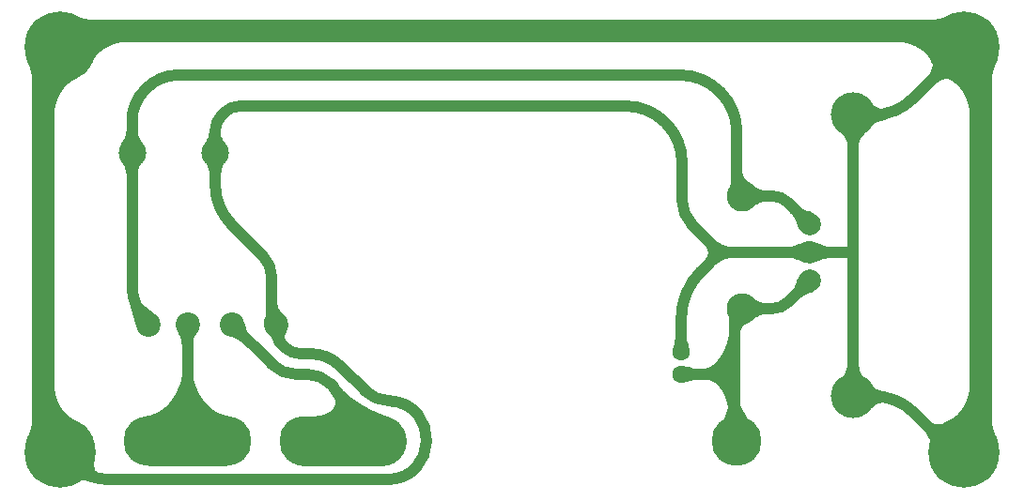
<source format=gbr>
%TF.GenerationSoftware,KiCad,Pcbnew,9.0.0*%
%TF.CreationDate,2025-04-08T17:00:31-05:00*%
%TF.ProjectId,MEC-PSU-1-12,4d45432d-5053-4552-9d31-2d31322e6b69,rev?*%
%TF.SameCoordinates,Original*%
%TF.FileFunction,Copper,L2,Bot*%
%TF.FilePolarity,Positive*%
%FSLAX46Y46*%
G04 Gerber Fmt 4.6, Leading zero omitted, Abs format (unit mm)*
G04 Created by KiCad (PCBNEW 9.0.0) date 2025-04-08 17:00:31*
%MOMM*%
%LPD*%
G01*
G04 APERTURE LIST*
%ADD10C,0.200000*%
%TA.AperFunction,Conductor*%
%ADD11C,0.200000*%
%TD*%
%TA.AperFunction,ComponentPad*%
%ADD12C,4.500000*%
%TD*%
%TA.AperFunction,ComponentPad*%
%ADD13C,2.800000*%
%TD*%
%TA.AperFunction,ComponentPad*%
%ADD14O,2.800000X2.800000*%
%TD*%
%TA.AperFunction,ComponentPad*%
%ADD15C,2.000000*%
%TD*%
%TA.AperFunction,ComponentPad*%
%ADD16C,2.200000*%
%TD*%
%TA.AperFunction,ComponentPad*%
%ADD17C,6.400000*%
%TD*%
%TA.AperFunction,ComponentPad*%
%ADD18C,2.500000*%
%TD*%
%TA.AperFunction,ComponentPad*%
%ADD19C,4.000000*%
%TD*%
%TA.AperFunction,ComponentPad*%
%ADD20C,1.600000*%
%TD*%
%TA.AperFunction,Conductor*%
%ADD21C,1.000000*%
%TD*%
%TA.AperFunction,Conductor*%
%ADD22C,2.000000*%
%TD*%
%TA.AperFunction,Conductor*%
%ADD23C,4.500000*%
%TD*%
G04 APERTURE END LIST*
D10*
X189000000Y-129600000D02*
X189011588Y-129598511D01*
X189023162Y-129596944D01*
X189034722Y-129595297D01*
X189046269Y-129593572D01*
X189057803Y-129591769D01*
X189069324Y-129589886D01*
X189080831Y-129587924D01*
X189092326Y-129585884D01*
X189103809Y-129583765D01*
X189115279Y-129581566D01*
X189126738Y-129579289D01*
X189138184Y-129576932D01*
X189149619Y-129574497D01*
X189161042Y-129571982D01*
X189172454Y-129569388D01*
X189183854Y-129566714D01*
X189195244Y-129563961D01*
X189206623Y-129561129D01*
X189217991Y-129558216D01*
X189229349Y-129555224D01*
X189240696Y-129552152D01*
X189252034Y-129549000D01*
X189263361Y-129545768D01*
X189274679Y-129542455D01*
X189285987Y-129539062D01*
X189297285Y-129535589D01*
X189308575Y-129532034D01*
X189319855Y-129528399D01*
X189331126Y-129524683D01*
X189342388Y-129520886D01*
X189353641Y-129517007D01*
X189364886Y-129513047D01*
X189376122Y-129509005D01*
X189387350Y-129504881D01*
X189398570Y-129500674D01*
X189409782Y-129496386D01*
X189420986Y-129492015D01*
X189432182Y-129487561D01*
X189443370Y-129483025D01*
X189454551Y-129478405D01*
X189465725Y-129473702D01*
X189476891Y-129468915D01*
X189488049Y-129464044D01*
X189499201Y-129459090D01*
X189510346Y-129454051D01*
X189521484Y-129448927D01*
X189532615Y-129443719D01*
X189543739Y-129438425D01*
X189554856Y-129433046D01*
X189565967Y-129427582D01*
X189577072Y-129422032D01*
X189588170Y-129416395D01*
X189599262Y-129410673D01*
X189610347Y-129404863D01*
X189621426Y-129398967D01*
X189632500Y-129392983D01*
X189643567Y-129386912D01*
X189654628Y-129380753D01*
X189665683Y-129374506D01*
X189676732Y-129368170D01*
X189687775Y-129361746D01*
X189698812Y-129355232D01*
X189709844Y-129348630D01*
X189720869Y-129341937D01*
X189731889Y-129335155D01*
X189742903Y-129328282D01*
X189753912Y-129321319D01*
X189764915Y-129314265D01*
X189775912Y-129307119D01*
X189786903Y-129299882D01*
X189797888Y-129292554D01*
X189808868Y-129285132D01*
X189819842Y-129277619D01*
X189830811Y-129270012D01*
X189841773Y-129262312D01*
X189852730Y-129254519D01*
X189863681Y-129246631D01*
X189874626Y-129238650D01*
X189885565Y-129230574D01*
X189896498Y-129222402D01*
X189907425Y-129214136D01*
X189918347Y-129205774D01*
X189929262Y-129197316D01*
X189940170Y-129188762D01*
X189951073Y-129180111D01*
X189961969Y-129171363D01*
X189972859Y-129162518D01*
X189983743Y-129153575D01*
X189994619Y-129144534D01*
X190005489Y-129135395D01*
X190016353Y-129126157D01*
X190027209Y-129116820D01*
X190038059Y-129107384D01*
X190048901Y-129097848D01*
X190059736Y-129088212D01*
X190070564Y-129078475D01*
X190081384Y-129068638D01*
X190092196Y-129058700D01*
X190103001Y-129048661D01*
X190113798Y-129038519D01*
X190124586Y-129028276D01*
X190135366Y-129017931D01*
X190146138Y-129007483D01*
X190156901Y-128996932D01*
X190167656Y-128986278D01*
X190178401Y-128975520D01*
X190189137Y-128964659D01*
X190199864Y-128953694D01*
X190210581Y-128942624D01*
X190221288Y-128931449D01*
X190231985Y-128920170D01*
X190242671Y-128908785D01*
X190253347Y-128897295D01*
X190264013Y-128885699D01*
X190274667Y-128873997D01*
X190285310Y-128862189D01*
X190295941Y-128850275D01*
X190306560Y-128838253D01*
X190317167Y-128826125D01*
X190327762Y-128813890D01*
X190338344Y-128801548D01*
X190348913Y-128789098D01*
X190359468Y-128776540D01*
X190370010Y-128763875D01*
X190380538Y-128751102D01*
X190391051Y-128738220D01*
X190401550Y-128725231D01*
X190412033Y-128712132D01*
X190422501Y-128698926D01*
X190432954Y-128685610D01*
X190443390Y-128672186D01*
X190453809Y-128658654D01*
X190464212Y-128645012D01*
X190474597Y-128631261D01*
X190484964Y-128617402D01*
X190495313Y-128603434D01*
X190505643Y-128589356D01*
X190515954Y-128575170D01*
X190526246Y-128560875D01*
X190536517Y-128546471D01*
X190546768Y-128531959D01*
X190556998Y-128517338D01*
X190567206Y-128502608D01*
X190577393Y-128487770D01*
X190587556Y-128472823D01*
X190597697Y-128457769D01*
X190607814Y-128442607D01*
X190617907Y-128427337D01*
X190627975Y-128411959D01*
X190638018Y-128396475D01*
X190648035Y-128380883D01*
X190658026Y-128365186D01*
X190667989Y-128349382D01*
X190677925Y-128333472D01*
X190687833Y-128317457D01*
X190697711Y-128301337D01*
X190707560Y-128285112D01*
X190717379Y-128268784D01*
X190727166Y-128252352D01*
X190736922Y-128235817D01*
X190746646Y-128219180D01*
X190756337Y-128202441D01*
X190765993Y-128185601D01*
X190775616Y-128168662D01*
X190785203Y-128151622D01*
X190794754Y-128134484D01*
X190804268Y-128117248D01*
X190813744Y-128099915D01*
X190823182Y-128082486D01*
X190832581Y-128064962D01*
X190841940Y-128047344D01*
X190851257Y-128029633D01*
X190860533Y-128011829D01*
X190869767Y-127993935D01*
X190878956Y-127975952D01*
X190888102Y-127957880D01*
X190897202Y-127939721D01*
X190906255Y-127921476D01*
X190915261Y-127903147D01*
X190924220Y-127884735D01*
X190933128Y-127866242D01*
X190941987Y-127847669D01*
X190950795Y-127829019D01*
X190959550Y-127810292D01*
X190968252Y-127791490D01*
X190976900Y-127772616D01*
X190985492Y-127753671D01*
X190994028Y-127734658D01*
X191002507Y-127715577D01*
X191010927Y-127696432D01*
X191019287Y-127677225D01*
X191027586Y-127657958D01*
X191035823Y-127638633D01*
X191043998Y-127619252D01*
X191052108Y-127599819D01*
X191060152Y-127580335D01*
X191068130Y-127560804D01*
X191076040Y-127541228D01*
X191083881Y-127521610D01*
X191091652Y-127501953D01*
X191099351Y-127482260D01*
X191106978Y-127462534D01*
X191114530Y-127442778D01*
X191122008Y-127422995D01*
X191129409Y-127403189D01*
X191136732Y-127383363D01*
X191143976Y-127363521D01*
X191151140Y-127343667D01*
X191158223Y-127323803D01*
X191165222Y-127303934D01*
X191172138Y-127284063D01*
X191178968Y-127264196D01*
X191185712Y-127244334D01*
X191192368Y-127224484D01*
X191198935Y-127204649D01*
X191205411Y-127184833D01*
X191211796Y-127165040D01*
X191218088Y-127145276D01*
X191224286Y-127125544D01*
X191230388Y-127105850D01*
X191236394Y-127086198D01*
X191242303Y-127066593D01*
X191248113Y-127047039D01*
X191253822Y-127027542D01*
X191256640Y-127017812D01*
X191259431Y-127008106D01*
X191262198Y-126998410D01*
X191264937Y-126988737D01*
X191267653Y-126979076D01*
X191270340Y-126969440D01*
X191273004Y-126959817D01*
X191275639Y-126950219D01*
X191278250Y-126940637D01*
X191280833Y-126931080D01*
X191283391Y-126921541D01*
X191285921Y-126912029D01*
X191288425Y-126902536D01*
X191290901Y-126893070D01*
X191293351Y-126883625D01*
X191295773Y-126874208D01*
X191298169Y-126864815D01*
X191300536Y-126855450D01*
X191302877Y-126846110D01*
X191305190Y-126836800D01*
X191307475Y-126827516D01*
X191309733Y-126818263D01*
X191311963Y-126809039D01*
X191314165Y-126799845D01*
X191316339Y-126790683D01*
X191318485Y-126781552D01*
X191320603Y-126772454D01*
X191322692Y-126763388D01*
X191324754Y-126754358D01*
X191326787Y-126745359D01*
X191328791Y-126736399D01*
X191330768Y-126727471D01*
X191332715Y-126718582D01*
X191334635Y-126709727D01*
X191336525Y-126700914D01*
X191338387Y-126692134D01*
X191340220Y-126683398D01*
X191342025Y-126674697D01*
X191343801Y-126666041D01*
X191345548Y-126657420D01*
X191347266Y-126648847D01*
X191348956Y-126640309D01*
X191350616Y-126631821D01*
X191352249Y-126623368D01*
X191353851Y-126614967D01*
X191355426Y-126606603D01*
X191356971Y-126598292D01*
X191358488Y-126590018D01*
X191359976Y-126581799D01*
X191361435Y-126573617D01*
X191362865Y-126565492D01*
X191364268Y-126557406D01*
X191365640Y-126549377D01*
X191366985Y-126541387D01*
X191368300Y-126533458D01*
X191369588Y-126525567D01*
X191370846Y-126517738D01*
X191372077Y-126509948D01*
X191373278Y-126502222D01*
X191374453Y-126494535D01*
X191375597Y-126486913D01*
X191376716Y-126479332D01*
X191377804Y-126471816D01*
X191378866Y-126464341D01*
X191379899Y-126456934D01*
X191380905Y-126449567D01*
X191381882Y-126442269D01*
X191382833Y-126435012D01*
X191383755Y-126427826D01*
X191384652Y-126420680D01*
X191385519Y-126413607D01*
X191386361Y-126406574D01*
X191387174Y-126399615D01*
X191387962Y-126392696D01*
X191388722Y-126385852D01*
X191389457Y-126379049D01*
X191390164Y-126372322D01*
X191390846Y-126365635D01*
X191391500Y-126359025D01*
X191392130Y-126352456D01*
X191392733Y-126345964D01*
X191393312Y-126339514D01*
X191393863Y-126333142D01*
X191394391Y-126326811D01*
X191394892Y-126320558D01*
X191395370Y-126314347D01*
X191395822Y-126308215D01*
X191396251Y-126302125D01*
X191396654Y-126296114D01*
X191397034Y-126290145D01*
X191397388Y-126284255D01*
X191397721Y-126278408D01*
X191398029Y-126272640D01*
X191398314Y-126266914D01*
X191398575Y-126261268D01*
X191398815Y-126255664D01*
X191399031Y-126250140D01*
X191399225Y-126244657D01*
X191399396Y-126239256D01*
X191399546Y-126233895D01*
X191399674Y-126228615D01*
X191399781Y-126223376D01*
X191399866Y-126218218D01*
X191399930Y-126213100D01*
X191399973Y-126208063D01*
X191399996Y-126203066D01*
X191400000Y-126200000D01*
X146400000Y-133900000D02*
X146382781Y-133897973D01*
X146365599Y-133895870D01*
X146348454Y-133893691D01*
X146331346Y-133891436D01*
X146314275Y-133889105D01*
X146297240Y-133886699D01*
X146280242Y-133884217D01*
X146263280Y-133881660D01*
X146246354Y-133879028D01*
X146229464Y-133876320D01*
X146212610Y-133873537D01*
X146195791Y-133870679D01*
X146179008Y-133867746D01*
X146162260Y-133864738D01*
X146145548Y-133861656D01*
X146128870Y-133858498D01*
X146112228Y-133855266D01*
X146095620Y-133851959D01*
X146079047Y-133848578D01*
X146062508Y-133845122D01*
X146046003Y-133841592D01*
X146029533Y-133837987D01*
X146013097Y-133834308D01*
X145996694Y-133830555D01*
X145980325Y-133826727D01*
X145963990Y-133822826D01*
X145947689Y-133818850D01*
X145931421Y-133814800D01*
X145915186Y-133810676D01*
X145898984Y-133806478D01*
X145882815Y-133802206D01*
X145866679Y-133797860D01*
X145850576Y-133793441D01*
X145834505Y-133788947D01*
X145818467Y-133784379D01*
X145802461Y-133779738D01*
X145786487Y-133775023D01*
X145770545Y-133770234D01*
X145754636Y-133765371D01*
X145738758Y-133760435D01*
X145722912Y-133755424D01*
X145707097Y-133750340D01*
X145691314Y-133745182D01*
X145675563Y-133739950D01*
X145659843Y-133734645D01*
X145644154Y-133729266D01*
X145628496Y-133723813D01*
X145612869Y-133718286D01*
X145597273Y-133712685D01*
X145581707Y-133707011D01*
X145566173Y-133701263D01*
X145550669Y-133695440D01*
X145535195Y-133689544D01*
X145519752Y-133683574D01*
X145504339Y-133677531D01*
X145488956Y-133671413D01*
X145473604Y-133665221D01*
X145458281Y-133658955D01*
X145442989Y-133652615D01*
X145427726Y-133646201D01*
X145412493Y-133639713D01*
X145397290Y-133633151D01*
X145382117Y-133626514D01*
X145366973Y-133619804D01*
X145351858Y-133613019D01*
X145336773Y-133606159D01*
X145321717Y-133599226D01*
X145306691Y-133592217D01*
X145291694Y-133585134D01*
X145276726Y-133577977D01*
X145261787Y-133570745D01*
X145246877Y-133563439D01*
X145231996Y-133556057D01*
X145217144Y-133548601D01*
X145202320Y-133541070D01*
X145187526Y-133533464D01*
X145172760Y-133525783D01*
X145158024Y-133518026D01*
X145143315Y-133510195D01*
X145128636Y-133502288D01*
X145113985Y-133494307D01*
X145099363Y-133486249D01*
X145084769Y-133478116D01*
X145070204Y-133469908D01*
X145055667Y-133461624D01*
X145041158Y-133453264D01*
X145026679Y-133444829D01*
X145012227Y-133436318D01*
X144997804Y-133427730D01*
X144983409Y-133419067D01*
X144969043Y-133410327D01*
X144954705Y-133401512D01*
X144940396Y-133392619D01*
X144926114Y-133383651D01*
X144911861Y-133374606D01*
X144897637Y-133365484D01*
X144883441Y-133356286D01*
X144869273Y-133347011D01*
X144855134Y-133337659D01*
X144841023Y-133328230D01*
X144826940Y-133318723D01*
X144812886Y-133309140D01*
X144798860Y-133299480D01*
X144784863Y-133289742D01*
X144770894Y-133279926D01*
X144756953Y-133270033D01*
X144743042Y-133260062D01*
X144729159Y-133250014D01*
X144715304Y-133239888D01*
X144701478Y-133229683D01*
X144687681Y-133219401D01*
X144673913Y-133209040D01*
X144660173Y-133198601D01*
X144646463Y-133188084D01*
X144632781Y-133177489D01*
X144619128Y-133166814D01*
X144605504Y-133156062D01*
X144591910Y-133145230D01*
X144578345Y-133134319D01*
X144564808Y-133123330D01*
X144551302Y-133112262D01*
X144537825Y-133101114D01*
X144524377Y-133089887D01*
X144510959Y-133078581D01*
X144497570Y-133067195D01*
X144484212Y-133055730D01*
X144470883Y-133044186D01*
X144457584Y-133032562D01*
X144444316Y-133020858D01*
X144431077Y-133009074D01*
X144417869Y-132997210D01*
X144404692Y-132985266D01*
X144391545Y-132973242D01*
X144378428Y-132961139D01*
X144365343Y-132948955D01*
X144352289Y-132936690D01*
X144339265Y-132924345D01*
X144326273Y-132911920D01*
X144313313Y-132899415D01*
X144300384Y-132886829D01*
X144287486Y-132874162D01*
X144274621Y-132861415D01*
X144261787Y-132848587D01*
X144248986Y-132835678D01*
X144236217Y-132822689D01*
X144223481Y-132809619D01*
X144210777Y-132796468D01*
X144198107Y-132783236D01*
X144185469Y-132769924D01*
X144172865Y-132756530D01*
X144160295Y-132743056D01*
X144147758Y-132729501D01*
X144135255Y-132715864D01*
X144122786Y-132702147D01*
X144110351Y-132688349D01*
X144097952Y-132674470D01*
X144085586Y-132660511D01*
X144073256Y-132646470D01*
X144060962Y-132632349D01*
X144048703Y-132618147D01*
X144036479Y-132603864D01*
X144024292Y-132589501D01*
X144012141Y-132575057D01*
X144000026Y-132560532D01*
X143987949Y-132545927D01*
X143975908Y-132531241D01*
X143963905Y-132516476D01*
X143951940Y-132501630D01*
X143940013Y-132486704D01*
X143928124Y-132471698D01*
X143916273Y-132456612D01*
X143904461Y-132441447D01*
X143892689Y-132426202D01*
X143880956Y-132410878D01*
X143869263Y-132395474D01*
X143857611Y-132379991D01*
X143845998Y-132364430D01*
X143834427Y-132348790D01*
X143822897Y-132333071D01*
X143811409Y-132317275D01*
X143799962Y-132301400D01*
X143788558Y-132285448D01*
X143777197Y-132269418D01*
X143765879Y-132253311D01*
X143754604Y-132237127D01*
X143743374Y-132220867D01*
X143732187Y-132204530D01*
X143721046Y-132188118D01*
X143709949Y-132171630D01*
X143698899Y-132155067D01*
X143687894Y-132138429D01*
X143676936Y-132121717D01*
X143666024Y-132104931D01*
X143655161Y-132088072D01*
X143644345Y-132071139D01*
X143633577Y-132054134D01*
X143622858Y-132037057D01*
X143612189Y-132019909D01*
X143601569Y-132002690D01*
X143591000Y-131985400D01*
X143580482Y-131968041D01*
X143570015Y-131950613D01*
X143559600Y-131933116D01*
X143549238Y-131915551D01*
X143538929Y-131897920D01*
X143528673Y-131880222D01*
X143518471Y-131862458D01*
X143508324Y-131844630D01*
X143498233Y-131826737D01*
X143488197Y-131808782D01*
X143478218Y-131790764D01*
X143468297Y-131772685D01*
X143458433Y-131754545D01*
X143448627Y-131736346D01*
X143438881Y-131718089D01*
X143429194Y-131699774D01*
X143419568Y-131681402D01*
X143410003Y-131662976D01*
X143400499Y-131644496D01*
X143391059Y-131625962D01*
X143381681Y-131607378D01*
X143372367Y-131588742D01*
X143363118Y-131570058D01*
X143353935Y-131551327D01*
X143344817Y-131532549D01*
X143335766Y-131513726D01*
X143326783Y-131494860D01*
X143317869Y-131475952D01*
X143309024Y-131457005D01*
X143300248Y-131438019D01*
X143291544Y-131418996D01*
X143282911Y-131399939D01*
X143274351Y-131380848D01*
X143265864Y-131361726D01*
X143257452Y-131342575D01*
X143249114Y-131323397D01*
X143240853Y-131304194D01*
X143232668Y-131284968D01*
X143224561Y-131265721D01*
X143216533Y-131246455D01*
X143208585Y-131227174D01*
X143200717Y-131207878D01*
X143192930Y-131188572D01*
X143185226Y-131169256D01*
X143177605Y-131149935D01*
X143170068Y-131130610D01*
X143162617Y-131111285D01*
X143155252Y-131091961D01*
X143147974Y-131072643D01*
X143140784Y-131053334D01*
X143133684Y-131034035D01*
X143126673Y-131014751D01*
X143119754Y-130995485D01*
X143112928Y-130976240D01*
X143106194Y-130957020D01*
X143099555Y-130937828D01*
X143093011Y-130918668D01*
X143086563Y-130899543D01*
X143080212Y-130880458D01*
X143073960Y-130861415D01*
X143067807Y-130842420D01*
X143061754Y-130823477D01*
X143055803Y-130804589D01*
X143049954Y-130785760D01*
X143044208Y-130766996D01*
X143038567Y-130748300D01*
X143033031Y-130729677D01*
X143027600Y-130711132D01*
X143022277Y-130692670D01*
X143017062Y-130674295D01*
X143014494Y-130665136D01*
X143011956Y-130656011D01*
X143009442Y-130646901D01*
X143006959Y-130637825D01*
X143004501Y-130628766D01*
X143002073Y-130619741D01*
X142999671Y-130610734D01*
X142997298Y-130601763D01*
X142994952Y-130592813D01*
X142992636Y-130583899D01*
X142990346Y-130575007D01*
X142988086Y-130566151D01*
X142985853Y-130557320D01*
X142983650Y-130548526D01*
X142981474Y-130539759D01*
X142979329Y-130531030D01*
X142977210Y-130522329D01*
X142975122Y-130513667D01*
X142973061Y-130505035D01*
X142971030Y-130496442D01*
X142969028Y-130487882D01*
X142967055Y-130479362D01*
X142965111Y-130470877D01*
X142963196Y-130462432D01*
X142961311Y-130454024D01*
X142959454Y-130445657D01*
X142957627Y-130437329D01*
X142955830Y-130429042D01*
X142954062Y-130420797D01*
X142952323Y-130412594D01*
X142950614Y-130404434D01*
X142948934Y-130396317D01*
X142947284Y-130388245D01*
X142945663Y-130380217D01*
X142944073Y-130372236D01*
X142942511Y-130364300D01*
X142940979Y-130356413D01*
X142939477Y-130348570D01*
X142938004Y-130340779D01*
X142936561Y-130333034D01*
X142935147Y-130325342D01*
X142933763Y-130317695D01*
X142932408Y-130310105D01*
X142931083Y-130302561D01*
X142929787Y-130295074D01*
X142928520Y-130287634D01*
X142927284Y-130280254D01*
X142926075Y-130272921D01*
X142924897Y-130265650D01*
X142923747Y-130258426D01*
X142922627Y-130251266D01*
X142921535Y-130244154D01*
X142920474Y-130237108D01*
X142919439Y-130230109D01*
X142918435Y-130223178D01*
X142917458Y-130216296D01*
X142916511Y-130209483D01*
X142915591Y-130202719D01*
X142914701Y-130196026D01*
X142913838Y-130189381D01*
X142913004Y-130182810D01*
X142912196Y-130176288D01*
X142911418Y-130169840D01*
X142910666Y-130163441D01*
X142909943Y-130157118D01*
X142909245Y-130150845D01*
X142908577Y-130144648D01*
X142907933Y-130138502D01*
X142907319Y-130132434D01*
X142906729Y-130126415D01*
X142906167Y-130120477D01*
X142905630Y-130114588D01*
X142905120Y-130108780D01*
X142904635Y-130103021D01*
X142904177Y-130097345D01*
X142903743Y-130091718D01*
X142903335Y-130086174D01*
X142902951Y-130080680D01*
X142902593Y-130075269D01*
X142902258Y-130069908D01*
X142901949Y-130064631D01*
X142901662Y-130059403D01*
X142901400Y-130054261D01*
X142901161Y-130049167D01*
X142900946Y-130044159D01*
X142900753Y-130039199D01*
X142900583Y-130034325D01*
X142900435Y-130029500D01*
X142900309Y-130024761D01*
X142900205Y-130020070D01*
X142900123Y-130015465D01*
X142900062Y-130010908D01*
X142900022Y-130006437D01*
X142900002Y-130002014D01*
X142900000Y-130000000D01*
X209800000Y-102000000D02*
X209793917Y-101985331D01*
X209787767Y-101970711D01*
X209781552Y-101956141D01*
X209775271Y-101941619D01*
X209768923Y-101927146D01*
X209762510Y-101912722D01*
X209756031Y-101898346D01*
X209749486Y-101884019D01*
X209742876Y-101869740D01*
X209736200Y-101855508D01*
X209729457Y-101841325D01*
X209722650Y-101827189D01*
X209715776Y-101813101D01*
X209708837Y-101799061D01*
X209701832Y-101785067D01*
X209694761Y-101771121D01*
X209687624Y-101757222D01*
X209680422Y-101743370D01*
X209673155Y-101729564D01*
X209665821Y-101715806D01*
X209658422Y-101702093D01*
X209650957Y-101688427D01*
X209643426Y-101674808D01*
X209635830Y-101661234D01*
X209628167Y-101647707D01*
X209620439Y-101634225D01*
X209612646Y-101620789D01*
X209604786Y-101607399D01*
X209596860Y-101594054D01*
X209588869Y-101580755D01*
X209580812Y-101567502D01*
X209572689Y-101554293D01*
X209564499Y-101541130D01*
X209556244Y-101528012D01*
X209547923Y-101514939D01*
X209539536Y-101501910D01*
X209531082Y-101488927D01*
X209522562Y-101475988D01*
X209513976Y-101463094D01*
X209505324Y-101450244D01*
X209496606Y-101437439D01*
X209487821Y-101424678D01*
X209478969Y-101411962D01*
X209470051Y-101399290D01*
X209461067Y-101386662D01*
X209452016Y-101374078D01*
X209442898Y-101361538D01*
X209433714Y-101349043D01*
X209424463Y-101336591D01*
X209415144Y-101324183D01*
X209405759Y-101311819D01*
X209396307Y-101299499D01*
X209386788Y-101287223D01*
X209377202Y-101274990D01*
X209367548Y-101262801D01*
X209357827Y-101250656D01*
X209348039Y-101238554D01*
X209338184Y-101226496D01*
X209328260Y-101214481D01*
X209318269Y-101202510D01*
X209308211Y-101190583D01*
X209298085Y-101178699D01*
X209287891Y-101166858D01*
X209277628Y-101155061D01*
X209267298Y-101143308D01*
X209256900Y-101131598D01*
X209246434Y-101119931D01*
X209235899Y-101108308D01*
X209225296Y-101096728D01*
X209214624Y-101085192D01*
X209203884Y-101073700D01*
X209193075Y-101062250D01*
X209182198Y-101050845D01*
X209171252Y-101039483D01*
X209160237Y-101028164D01*
X209149152Y-101016890D01*
X209137999Y-101005658D01*
X209126777Y-100994471D01*
X209115485Y-100983327D01*
X209104124Y-100972227D01*
X209092694Y-100961171D01*
X209081194Y-100950158D01*
X209069624Y-100939190D01*
X209057985Y-100928266D01*
X209046276Y-100917385D01*
X209034497Y-100906549D01*
X209022649Y-100895756D01*
X209010730Y-100885009D01*
X208998741Y-100874305D01*
X208986682Y-100863646D01*
X208974553Y-100853031D01*
X208962353Y-100842460D01*
X208950083Y-100831935D01*
X208937742Y-100821454D01*
X208925331Y-100811018D01*
X208912849Y-100800627D01*
X208900297Y-100790281D01*
X208887674Y-100779980D01*
X208874979Y-100769724D01*
X208862214Y-100759513D01*
X208849379Y-100749349D01*
X208836472Y-100739229D01*
X208823494Y-100729156D01*
X208810445Y-100719128D01*
X208797324Y-100709147D01*
X208784133Y-100699211D01*
X208770870Y-100689322D01*
X208757536Y-100679479D01*
X208744131Y-100669683D01*
X208730654Y-100659934D01*
X208717106Y-100650231D01*
X208703487Y-100640576D01*
X208689796Y-100630967D01*
X208676034Y-100621407D01*
X208662200Y-100611893D01*
X208648295Y-100602428D01*
X208634319Y-100593010D01*
X208620271Y-100583641D01*
X208606152Y-100574320D01*
X208591961Y-100565048D01*
X208577699Y-100555824D01*
X208563366Y-100546649D01*
X208548962Y-100537523D01*
X208534486Y-100528447D01*
X208519939Y-100519420D01*
X208505321Y-100510444D01*
X208490632Y-100501517D01*
X208475872Y-100492640D01*
X208461041Y-100483814D01*
X208446139Y-100475039D01*
X208431167Y-100466314D01*
X208416124Y-100457641D01*
X208401010Y-100449020D01*
X208385827Y-100440450D01*
X208370573Y-100431932D01*
X208355249Y-100423467D01*
X208339855Y-100415054D01*
X208324392Y-100406694D01*
X208308859Y-100398387D01*
X208293256Y-100390133D01*
X208277585Y-100381934D01*
X208261845Y-100373788D01*
X208246036Y-100365696D01*
X208230158Y-100357660D01*
X208214213Y-100349678D01*
X208198200Y-100341751D01*
X208182119Y-100333880D01*
X208165971Y-100326065D01*
X208149756Y-100318306D01*
X208133474Y-100310604D01*
X208117126Y-100302958D01*
X208100712Y-100295370D01*
X208084233Y-100287839D01*
X208067688Y-100280367D01*
X208051080Y-100272953D01*
X208034406Y-100265597D01*
X208017669Y-100258301D01*
X208000869Y-100251064D01*
X207984007Y-100243886D01*
X207967082Y-100236770D01*
X207950095Y-100229713D01*
X207933047Y-100222718D01*
X207915939Y-100215784D01*
X207898771Y-100208912D01*
X207881544Y-100202102D01*
X207864259Y-100195355D01*
X207846916Y-100188671D01*
X207829516Y-100182050D01*
X207812060Y-100175493D01*
X207794548Y-100169001D01*
X207776982Y-100162573D01*
X207759362Y-100156211D01*
X207741689Y-100149915D01*
X207723965Y-100143684D01*
X207706190Y-100137521D01*
X207688365Y-100131424D01*
X207670491Y-100125395D01*
X207652569Y-100119434D01*
X207634601Y-100113541D01*
X207616588Y-100107718D01*
X207598531Y-100101964D01*
X207580430Y-100096280D01*
X207562289Y-100090667D01*
X207544107Y-100085124D01*
X207525886Y-100079653D01*
X207507628Y-100074254D01*
X207489335Y-100068928D01*
X207471007Y-100063674D01*
X207452647Y-100058495D01*
X207434255Y-100053389D01*
X207415835Y-100048358D01*
X207397388Y-100043402D01*
X207378915Y-100038522D01*
X207360419Y-100033718D01*
X207341901Y-100028990D01*
X207323364Y-100024340D01*
X207304810Y-100019768D01*
X207286241Y-100015274D01*
X207267660Y-100010859D01*
X207249068Y-100006523D01*
X207230469Y-100002268D01*
X207211864Y-99998093D01*
X207193257Y-99993999D01*
X207174650Y-99989986D01*
X207156046Y-99986056D01*
X207137448Y-99982208D01*
X207118859Y-99978443D01*
X207100282Y-99974762D01*
X207081720Y-99971165D01*
X207063177Y-99967653D01*
X207044655Y-99964226D01*
X207026160Y-99960885D01*
X207007693Y-99957630D01*
X206989259Y-99954461D01*
X206970863Y-99951380D01*
X206952506Y-99948386D01*
X206934195Y-99945479D01*
X206915933Y-99942662D01*
X206897724Y-99939933D01*
X206879573Y-99937293D01*
X206861484Y-99934742D01*
X206843463Y-99932282D01*
X206825513Y-99929911D01*
X206807641Y-99927631D01*
X206789850Y-99925441D01*
X206772147Y-99923342D01*
X206754536Y-99921335D01*
X206737023Y-99919418D01*
X206719614Y-99917593D01*
X206702314Y-99915859D01*
X206685129Y-99914217D01*
X206668065Y-99912666D01*
X206659575Y-99911924D01*
X206651128Y-99911206D01*
X206642705Y-99910510D01*
X206634325Y-99909838D01*
X206625970Y-99909187D01*
X206617661Y-99908561D01*
X206609379Y-99907956D01*
X206601142Y-99907374D01*
X206592936Y-99906815D01*
X206584776Y-99906278D01*
X206576648Y-99905764D01*
X206568568Y-99905273D01*
X206560523Y-99904804D01*
X206552525Y-99904357D01*
X206544565Y-99903933D01*
X206536654Y-99903531D01*
X206528783Y-99903151D01*
X206520961Y-99902793D01*
X206513182Y-99902458D01*
X206505454Y-99902144D01*
X206497770Y-99901852D01*
X206490137Y-99901582D01*
X206482553Y-99901334D01*
X206475019Y-99901108D01*
X206467537Y-99900902D01*
X206460106Y-99900718D01*
X206452729Y-99900556D01*
X206445405Y-99900414D01*
X206438136Y-99900294D01*
X206430921Y-99900194D01*
X206423764Y-99900115D01*
X206416662Y-99900057D01*
X206409620Y-99900019D01*
X206402633Y-99900001D01*
X206400000Y-99900000D01*
X142500000Y-130000000D02*
X142504073Y-130008168D01*
X142508101Y-130016291D01*
X142512081Y-130024362D01*
X142516016Y-130032387D01*
X142519904Y-130040360D01*
X142523748Y-130048290D01*
X142527544Y-130056166D01*
X142531297Y-130063999D01*
X142535003Y-130071780D01*
X142538666Y-130079518D01*
X142542283Y-130087204D01*
X142545857Y-130094847D01*
X142549386Y-130102440D01*
X142552873Y-130109989D01*
X142556314Y-130117488D01*
X142559714Y-130124944D01*
X142563069Y-130132350D01*
X142566384Y-130139715D01*
X142569654Y-130147029D01*
X142572883Y-130154302D01*
X142576069Y-130161525D01*
X142579215Y-130168707D01*
X142582317Y-130175840D01*
X142585380Y-130182932D01*
X142588400Y-130189975D01*
X142591381Y-130196978D01*
X142594320Y-130203932D01*
X142597220Y-130210846D01*
X142600078Y-130217713D01*
X142602899Y-130224539D01*
X142605678Y-130231318D01*
X142608419Y-130238058D01*
X142611119Y-130244750D01*
X142613783Y-130251403D01*
X142616406Y-130258010D01*
X142618992Y-130264577D01*
X142621538Y-130271099D01*
X142624048Y-130277581D01*
X142626519Y-130284018D01*
X142628954Y-130290417D01*
X142631350Y-130296770D01*
X142633711Y-130303086D01*
X142636034Y-130309356D01*
X142638321Y-130315589D01*
X142640571Y-130321777D01*
X142642786Y-130327928D01*
X142644963Y-130334035D01*
X142647107Y-130340105D01*
X142649214Y-130346131D01*
X142651287Y-130352120D01*
X142653324Y-130358066D01*
X142655327Y-130363976D01*
X142657295Y-130369843D01*
X142659229Y-130375674D01*
X142661129Y-130381462D01*
X142662995Y-130387215D01*
X142664827Y-130392925D01*
X142666627Y-130398600D01*
X142668393Y-130404234D01*
X142670127Y-130409832D01*
X142671827Y-130415389D01*
X142673496Y-130420911D01*
X142675131Y-130426393D01*
X142676735Y-130431840D01*
X142678307Y-130437246D01*
X142679848Y-130442619D01*
X142681357Y-130447951D01*
X142682835Y-130453249D01*
X142684282Y-130458508D01*
X142685699Y-130463733D01*
X142687084Y-130468920D01*
X142688440Y-130474072D01*
X142689765Y-130479186D01*
X142691061Y-130484267D01*
X142692327Y-130489310D01*
X142693564Y-130494320D01*
X142694771Y-130499292D01*
X142695949Y-130504232D01*
X142697098Y-130509134D01*
X142698219Y-130514004D01*
X142699312Y-130518837D01*
X142700376Y-130523638D01*
X142701412Y-130528403D01*
X142702421Y-130533135D01*
X142703401Y-130537832D01*
X142704355Y-130542497D01*
X142705281Y-130547127D01*
X142706180Y-130551725D01*
X142707053Y-130556289D01*
X142707899Y-130560821D01*
X142708718Y-130565318D01*
X142709511Y-130569785D01*
X142710278Y-130574218D01*
X142711020Y-130578620D01*
X142711735Y-130582988D01*
X142712426Y-130587326D01*
X142713091Y-130591631D01*
X142713731Y-130595905D01*
X142714346Y-130600147D01*
X142714937Y-130604359D01*
X142715503Y-130608538D01*
X142716045Y-130612688D01*
X142716562Y-130616806D01*
X142717056Y-130620895D01*
X142717526Y-130624952D01*
X142717972Y-130628980D01*
X142718395Y-130632976D01*
X142718795Y-130636944D01*
X142719172Y-130640881D01*
X142719526Y-130644790D01*
X142719857Y-130648669D01*
X142720166Y-130652519D01*
X142720452Y-130656339D01*
X142720717Y-130660131D01*
X142720959Y-130663893D01*
X142721180Y-130667628D01*
X142721379Y-130671334D01*
X142721556Y-130675012D01*
X142721712Y-130678662D01*
X142721847Y-130682284D01*
X142721961Y-130685878D01*
X142722054Y-130689445D01*
X142722127Y-130692984D01*
X142722179Y-130696496D01*
X142722211Y-130699981D01*
X142722222Y-130703439D01*
X142722214Y-130706871D01*
X142722185Y-130710276D01*
X142722137Y-130713654D01*
X142722070Y-130717006D01*
X142721983Y-130720332D01*
X142721877Y-130723632D01*
X142721751Y-130726907D01*
X142721607Y-130730155D01*
X142721444Y-130733379D01*
X142721262Y-130736576D01*
X142721062Y-130739750D01*
X142720843Y-130742897D01*
X142720607Y-130746020D01*
X142720352Y-130749118D01*
X142720079Y-130752193D01*
X142719788Y-130755242D01*
X142719479Y-130758267D01*
X142719153Y-130761268D01*
X142718810Y-130764246D01*
X142718449Y-130767198D01*
X142718071Y-130770129D01*
X142717676Y-130773035D01*
X142717264Y-130775918D01*
X142716836Y-130778778D01*
X142716390Y-130781615D01*
X142715928Y-130784428D01*
X142715450Y-130787221D01*
X142714955Y-130789988D01*
X142714444Y-130792736D01*
X142713917Y-130795459D01*
X142713374Y-130798162D01*
X142712815Y-130800840D01*
X142712240Y-130803500D01*
X142711650Y-130806135D01*
X142711044Y-130808751D01*
X142710423Y-130811343D01*
X142709786Y-130813916D01*
X142709134Y-130816466D01*
X142708467Y-130818997D01*
X142707785Y-130821504D01*
X142707087Y-130823994D01*
X142706376Y-130826460D01*
X142705648Y-130828908D01*
X142704907Y-130831334D01*
X142704150Y-130833741D01*
X142703380Y-130836126D01*
X142702594Y-130838494D01*
X142701795Y-130840839D01*
X142700981Y-130843168D01*
X142700153Y-130845473D01*
X142699311Y-130847763D01*
X142698455Y-130850029D01*
X142697584Y-130852280D01*
X142696700Y-130854509D01*
X142695802Y-130856722D01*
X142694891Y-130858912D01*
X142693026Y-130863240D01*
X142691106Y-130867494D01*
X142689133Y-130871675D01*
X142687106Y-130875784D01*
X142685027Y-130879821D01*
X142682894Y-130883787D01*
X142680709Y-130887683D01*
X142678472Y-130891510D01*
X142676183Y-130895269D01*
X142673842Y-130898959D01*
X142671451Y-130902583D01*
X142669008Y-130906140D01*
X142666514Y-130909631D01*
X142663970Y-130913057D01*
X142661375Y-130916418D01*
X142658729Y-130919715D01*
X142656034Y-130922947D01*
X142653288Y-130926116D01*
X142650492Y-130929223D01*
X142647646Y-130932266D01*
X142644750Y-130935247D01*
X142641804Y-130938165D01*
X142638808Y-130941022D01*
X142635762Y-130943816D01*
X142632667Y-130946549D01*
X142629523Y-130949220D01*
X142626328Y-130951830D01*
X142623085Y-130954377D01*
X142619792Y-130956863D01*
X142616450Y-130959287D01*
X142613060Y-130961648D01*
X142609621Y-130963947D01*
X142606134Y-130966184D01*
X142602600Y-130968357D01*
X142599018Y-130970467D01*
X142595390Y-130972512D01*
X142591716Y-130974493D01*
X142587997Y-130976409D01*
X142584234Y-130978259D01*
X142580429Y-130980042D01*
X142576583Y-130981758D01*
X142572698Y-130983405D01*
X142568775Y-130984984D01*
X142564817Y-130986492D01*
X142560828Y-130987928D01*
X142556810Y-130989292D01*
X142552768Y-130990582D01*
X142548705Y-130991797D01*
X142544629Y-130992936D01*
X142540545Y-130993996D01*
X142536462Y-130994977D01*
X142532390Y-130995876D01*
X142528342Y-130996692D01*
X142524333Y-130997422D01*
X142520383Y-130998066D01*
X142516519Y-130998620D01*
X142512777Y-130999084D01*
X142509209Y-130999453D01*
X142505893Y-130999728D01*
X142502967Y-130999906D01*
X142500719Y-130999989D01*
X142500000Y-131000000D01*
X211000000Y-103200000D02*
X211014669Y-103206083D01*
X211029289Y-103212233D01*
X211043859Y-103218448D01*
X211058381Y-103224729D01*
X211072854Y-103231077D01*
X211087278Y-103237490D01*
X211101654Y-103243969D01*
X211115981Y-103250514D01*
X211130260Y-103257124D01*
X211144492Y-103263800D01*
X211158675Y-103270543D01*
X211172811Y-103277350D01*
X211186899Y-103284224D01*
X211200939Y-103291163D01*
X211214933Y-103298168D01*
X211228879Y-103305239D01*
X211242778Y-103312376D01*
X211256630Y-103319578D01*
X211270436Y-103326845D01*
X211284194Y-103334179D01*
X211297907Y-103341578D01*
X211311573Y-103349043D01*
X211325192Y-103356574D01*
X211338766Y-103364170D01*
X211352293Y-103371833D01*
X211365775Y-103379561D01*
X211379211Y-103387354D01*
X211392601Y-103395214D01*
X211405946Y-103403140D01*
X211419245Y-103411131D01*
X211432498Y-103419188D01*
X211445707Y-103427311D01*
X211458870Y-103435501D01*
X211471988Y-103443756D01*
X211485061Y-103452077D01*
X211498090Y-103460464D01*
X211511073Y-103468918D01*
X211524012Y-103477438D01*
X211536906Y-103486024D01*
X211549756Y-103494676D01*
X211562561Y-103503394D01*
X211575322Y-103512179D01*
X211588038Y-103521031D01*
X211600710Y-103529949D01*
X211613338Y-103538933D01*
X211625922Y-103547984D01*
X211638462Y-103557102D01*
X211650957Y-103566286D01*
X211663409Y-103575537D01*
X211675817Y-103584856D01*
X211688181Y-103594241D01*
X211700501Y-103603693D01*
X211712777Y-103613212D01*
X211725010Y-103622798D01*
X211737199Y-103632452D01*
X211749344Y-103642173D01*
X211761446Y-103651961D01*
X211773504Y-103661816D01*
X211785519Y-103671740D01*
X211797490Y-103681731D01*
X211809417Y-103691789D01*
X211821301Y-103701915D01*
X211833142Y-103712109D01*
X211844939Y-103722372D01*
X211856692Y-103732702D01*
X211868402Y-103743100D01*
X211880069Y-103753566D01*
X211891692Y-103764101D01*
X211903272Y-103774704D01*
X211914808Y-103785376D01*
X211926300Y-103796116D01*
X211937750Y-103806925D01*
X211949155Y-103817802D01*
X211960517Y-103828748D01*
X211971836Y-103839763D01*
X211983110Y-103850848D01*
X211994342Y-103862001D01*
X212005529Y-103873223D01*
X212016673Y-103884515D01*
X212027773Y-103895876D01*
X212038829Y-103907306D01*
X212049842Y-103918806D01*
X212060810Y-103930376D01*
X212071734Y-103942015D01*
X212082615Y-103953724D01*
X212093451Y-103965503D01*
X212104244Y-103977351D01*
X212114991Y-103989270D01*
X212125695Y-104001259D01*
X212136354Y-104013318D01*
X212146969Y-104025447D01*
X212157540Y-104037647D01*
X212168065Y-104049917D01*
X212178546Y-104062258D01*
X212188982Y-104074669D01*
X212199373Y-104087151D01*
X212209719Y-104099703D01*
X212220020Y-104112326D01*
X212230276Y-104125021D01*
X212240487Y-104137786D01*
X212250651Y-104150621D01*
X212260771Y-104163528D01*
X212270844Y-104176506D01*
X212280872Y-104189555D01*
X212290853Y-104202676D01*
X212300789Y-104215867D01*
X212310678Y-104229130D01*
X212320521Y-104242464D01*
X212330317Y-104255869D01*
X212340066Y-104269346D01*
X212349769Y-104282894D01*
X212359424Y-104296513D01*
X212369033Y-104310204D01*
X212378593Y-104323966D01*
X212388107Y-104337800D01*
X212397572Y-104351705D01*
X212406990Y-104365681D01*
X212416359Y-104379729D01*
X212425680Y-104393848D01*
X212434952Y-104408039D01*
X212444176Y-104422301D01*
X212453351Y-104436634D01*
X212462477Y-104451038D01*
X212471553Y-104465514D01*
X212480580Y-104480061D01*
X212489556Y-104494679D01*
X212498483Y-104509368D01*
X212507360Y-104524128D01*
X212516186Y-104538959D01*
X212524961Y-104553861D01*
X212533686Y-104568833D01*
X212542359Y-104583876D01*
X212550980Y-104598990D01*
X212559550Y-104614173D01*
X212568068Y-104629427D01*
X212576533Y-104644751D01*
X212584946Y-104660145D01*
X212593306Y-104675608D01*
X212601613Y-104691141D01*
X212609867Y-104706744D01*
X212618066Y-104722415D01*
X212626212Y-104738155D01*
X212634304Y-104753964D01*
X212642340Y-104769842D01*
X212650322Y-104785787D01*
X212658249Y-104801800D01*
X212666120Y-104817881D01*
X212673935Y-104834029D01*
X212681694Y-104850244D01*
X212689396Y-104866526D01*
X212697042Y-104882874D01*
X212704630Y-104899288D01*
X212712161Y-104915767D01*
X212719633Y-104932312D01*
X212727047Y-104948920D01*
X212734403Y-104965594D01*
X212741699Y-104982331D01*
X212748936Y-104999131D01*
X212756114Y-105015993D01*
X212763230Y-105032918D01*
X212770287Y-105049905D01*
X212777282Y-105066953D01*
X212784216Y-105084061D01*
X212791088Y-105101229D01*
X212797898Y-105118456D01*
X212804645Y-105135741D01*
X212811329Y-105153084D01*
X212817950Y-105170484D01*
X212824507Y-105187940D01*
X212830999Y-105205452D01*
X212837427Y-105223018D01*
X212843789Y-105240638D01*
X212850085Y-105258311D01*
X212856316Y-105276035D01*
X212862479Y-105293810D01*
X212868576Y-105311635D01*
X212874605Y-105329509D01*
X212880566Y-105347431D01*
X212886459Y-105365399D01*
X212892282Y-105383412D01*
X212898036Y-105401469D01*
X212903720Y-105419570D01*
X212909333Y-105437711D01*
X212914876Y-105455893D01*
X212920347Y-105474114D01*
X212925746Y-105492372D01*
X212931072Y-105510665D01*
X212936326Y-105528993D01*
X212941505Y-105547353D01*
X212946611Y-105565745D01*
X212951642Y-105584165D01*
X212956598Y-105602612D01*
X212961478Y-105621085D01*
X212966282Y-105639581D01*
X212971010Y-105658099D01*
X212975660Y-105676636D01*
X212980232Y-105695190D01*
X212984726Y-105713759D01*
X212989141Y-105732340D01*
X212993477Y-105750932D01*
X212997732Y-105769531D01*
X213001907Y-105788136D01*
X213006001Y-105806743D01*
X213010014Y-105825350D01*
X213013944Y-105843954D01*
X213017792Y-105862552D01*
X213021557Y-105881141D01*
X213025238Y-105899718D01*
X213028835Y-105918280D01*
X213032347Y-105936823D01*
X213035774Y-105955345D01*
X213039115Y-105973840D01*
X213042370Y-105992307D01*
X213045539Y-106010741D01*
X213048620Y-106029137D01*
X213051614Y-106047494D01*
X213054521Y-106065805D01*
X213057338Y-106084067D01*
X213060067Y-106102276D01*
X213062707Y-106120427D01*
X213065258Y-106138516D01*
X213067718Y-106156537D01*
X213070089Y-106174487D01*
X213072369Y-106192359D01*
X213074559Y-106210150D01*
X213076658Y-106227853D01*
X213078665Y-106245464D01*
X213080582Y-106262977D01*
X213082407Y-106280386D01*
X213084141Y-106297686D01*
X213085783Y-106314871D01*
X213087334Y-106331935D01*
X213088076Y-106340425D01*
X213088794Y-106348872D01*
X213089490Y-106357295D01*
X213090162Y-106365675D01*
X213090813Y-106374030D01*
X213091439Y-106382339D01*
X213092044Y-106390621D01*
X213092626Y-106398858D01*
X213093185Y-106407064D01*
X213093722Y-106415224D01*
X213094236Y-106423352D01*
X213094727Y-106431432D01*
X213095196Y-106439477D01*
X213095643Y-106447475D01*
X213096067Y-106455435D01*
X213096469Y-106463346D01*
X213096849Y-106471217D01*
X213097207Y-106479039D01*
X213097542Y-106486818D01*
X213097856Y-106494546D01*
X213098148Y-106502230D01*
X213098418Y-106509863D01*
X213098666Y-106517447D01*
X213098892Y-106524981D01*
X213099098Y-106532463D01*
X213099282Y-106539894D01*
X213099444Y-106547271D01*
X213099586Y-106554595D01*
X213099706Y-106561864D01*
X213099806Y-106569079D01*
X213099885Y-106576236D01*
X213099943Y-106583338D01*
X213099981Y-106590380D01*
X213099999Y-106597367D01*
X213100000Y-106600000D01*
X142750000Y-130000000D02*
X142500000Y-129250000D01*
D11*
%TO.N,Net-(D2-A)*%
X191336896Y-129664053D02*
X189436896Y-129664053D01*
X190551531Y-128664053D01*
X190846366Y-128241957D01*
X191136896Y-127564053D01*
X191236896Y-127164053D01*
X191336896Y-127164053D01*
X191336896Y-129664053D01*
%TA.AperFunction,Conductor*%
G36*
X191336896Y-129664053D02*
G01*
X189436896Y-129664053D01*
X190551531Y-128664053D01*
X190846366Y-128241957D01*
X191136896Y-127564053D01*
X191236896Y-127164053D01*
X191336896Y-127164053D01*
X191336896Y-129664053D01*
G37*
%TD.AperFunction*%
%TO.N,Earth*%
X209500000Y-101300000D02*
X208800000Y-100685365D01*
X208377904Y-100390530D01*
X207700000Y-100100000D01*
X207300000Y-100000000D01*
X207300000Y-99900000D01*
X209500000Y-99900000D01*
X209500000Y-101300000D01*
%TA.AperFunction,Conductor*%
G36*
X209500000Y-101300000D02*
G01*
X208800000Y-100685365D01*
X208377904Y-100390530D01*
X207700000Y-100100000D01*
X207300000Y-100000000D01*
X207300000Y-99900000D01*
X209500000Y-99900000D01*
X209500000Y-101300000D01*
G37*
%TD.AperFunction*%
D10*
X130400000Y-130900000D02*
X130400000Y-130100000D01*
X215400000Y-135900000D02*
X215391058Y-135882026D01*
X215382170Y-135863982D01*
X215373338Y-135845871D01*
X215364564Y-135827694D01*
X215355847Y-135809453D01*
X215347190Y-135791152D01*
X215338594Y-135772791D01*
X215330059Y-135754373D01*
X215321587Y-135735901D01*
X215313180Y-135717377D01*
X215309000Y-135708095D01*
X215304837Y-135698802D01*
X215300691Y-135689497D01*
X215296561Y-135680180D01*
X215292448Y-135670852D01*
X215288352Y-135661512D01*
X215284274Y-135652162D01*
X215280212Y-135642802D01*
X215276168Y-135633431D01*
X215272141Y-135624050D01*
X215268132Y-135614660D01*
X215264141Y-135605260D01*
X215260168Y-135595852D01*
X215256212Y-135586433D01*
X215252275Y-135577008D01*
X215248356Y-135567573D01*
X215244455Y-135558132D01*
X215240573Y-135548681D01*
X215236710Y-135539225D01*
X215232865Y-135529760D01*
X215229039Y-135520290D01*
X215225232Y-135510812D01*
X215221445Y-135501330D01*
X215217676Y-135491839D01*
X215213927Y-135482346D01*
X215210197Y-135472844D01*
X215206487Y-135463340D01*
X215202796Y-135453829D01*
X215199125Y-135444316D01*
X215195474Y-135434796D01*
X215191843Y-135425276D01*
X215188231Y-135415748D01*
X215184641Y-135406221D01*
X215181070Y-135396687D01*
X215177520Y-135387154D01*
X215173990Y-135377615D01*
X215170481Y-135368077D01*
X215166992Y-135358534D01*
X215163525Y-135348993D01*
X215160077Y-135339447D01*
X215156651Y-135329904D01*
X215153245Y-135320356D01*
X215149862Y-135310812D01*
X215146498Y-135301263D01*
X215143158Y-135291719D01*
X215139836Y-135282170D01*
X215136538Y-135272627D01*
X215133260Y-135263080D01*
X215130005Y-135253540D01*
X215126770Y-135243995D01*
X215123559Y-135234458D01*
X215120367Y-135224917D01*
X215117199Y-135215384D01*
X215114051Y-135205847D01*
X215110927Y-135196320D01*
X215107824Y-135186789D01*
X215104744Y-135177269D01*
X215101684Y-135167745D01*
X215098649Y-135158231D01*
X215095634Y-135148715D01*
X215092644Y-135139211D01*
X215089674Y-135129703D01*
X215086728Y-135120209D01*
X215083803Y-135110711D01*
X215080903Y-135101227D01*
X215078023Y-135091740D01*
X215075168Y-135082268D01*
X215072334Y-135072793D01*
X215069525Y-135063333D01*
X215066736Y-135053871D01*
X215063973Y-135044425D01*
X215061230Y-135034977D01*
X215058512Y-135025545D01*
X215055815Y-135016112D01*
X215053144Y-135006696D01*
X215050493Y-134997278D01*
X215047868Y-134987878D01*
X215045263Y-134978478D01*
X215042684Y-134969095D01*
X215040126Y-134959712D01*
X215037594Y-134950348D01*
X215035082Y-134940983D01*
X215032596Y-134931638D01*
X215030131Y-134922293D01*
X215027692Y-134912968D01*
X215025274Y-134903643D01*
X215022882Y-134894339D01*
X215020511Y-134885035D01*
X215018165Y-134875753D01*
X215015841Y-134866471D01*
X215013543Y-134857211D01*
X215011265Y-134847952D01*
X215009014Y-134838715D01*
X215006784Y-134829480D01*
X215004579Y-134820268D01*
X215002396Y-134811057D01*
X215000239Y-134801870D01*
X214998103Y-134792684D01*
X214995993Y-134783522D01*
X214993904Y-134774363D01*
X214991841Y-134765227D01*
X214989799Y-134756095D01*
X214987783Y-134746986D01*
X214985788Y-134737881D01*
X214983820Y-134728801D01*
X214981872Y-134719724D01*
X214979951Y-134710672D01*
X214978051Y-134701624D01*
X214976176Y-134692602D01*
X214974323Y-134683583D01*
X214972496Y-134674591D01*
X214970690Y-134665603D01*
X214968909Y-134656641D01*
X214967150Y-134647684D01*
X214965417Y-134638754D01*
X214963705Y-134629828D01*
X214962019Y-134620930D01*
X214960354Y-134612036D01*
X214958714Y-134603170D01*
X214957096Y-134594309D01*
X214955503Y-134585477D01*
X214953932Y-134576650D01*
X214952386Y-134567851D01*
X214950861Y-134559057D01*
X214949362Y-134550293D01*
X214947884Y-134541534D01*
X214946431Y-134532804D01*
X214945000Y-134524080D01*
X214943593Y-134515386D01*
X214942208Y-134506698D01*
X214940848Y-134498040D01*
X214939509Y-134489387D01*
X214938196Y-134480766D01*
X214936903Y-134472150D01*
X214935635Y-134463565D01*
X214934389Y-134454986D01*
X214933167Y-134446439D01*
X214931966Y-134437898D01*
X214930790Y-134429388D01*
X214929635Y-134420885D01*
X214928505Y-134412414D01*
X214927396Y-134403949D01*
X214926311Y-134395517D01*
X214925247Y-134387091D01*
X214924208Y-134378698D01*
X214923189Y-134370311D01*
X214922195Y-134361957D01*
X214921222Y-134353610D01*
X214920272Y-134345296D01*
X214919344Y-134336990D01*
X214918440Y-134328716D01*
X214917556Y-134320450D01*
X214916697Y-134312216D01*
X214915858Y-134303991D01*
X214915042Y-134295799D01*
X214914248Y-134287614D01*
X214913477Y-134279463D01*
X214912727Y-134271320D01*
X214912000Y-134263211D01*
X214911294Y-134255110D01*
X214910611Y-134247043D01*
X214909949Y-134238983D01*
X214909310Y-134230958D01*
X214908691Y-134222941D01*
X214908095Y-134214959D01*
X214907520Y-134206984D01*
X214906968Y-134199044D01*
X214906436Y-134191113D01*
X214905926Y-134183216D01*
X214905437Y-134175328D01*
X214904971Y-134167474D01*
X214904525Y-134159629D01*
X214904101Y-134151819D01*
X214903697Y-134144017D01*
X214903316Y-134136250D01*
X214902955Y-134128493D01*
X214902615Y-134120770D01*
X214902297Y-134113056D01*
X214901999Y-134105377D01*
X214901722Y-134097708D01*
X214901466Y-134090073D01*
X214901231Y-134082448D01*
X214901017Y-134074858D01*
X214900823Y-134067277D01*
X214900650Y-134059731D01*
X214900497Y-134052195D01*
X214900365Y-134044694D01*
X214900254Y-134037203D01*
X214900163Y-134029746D01*
X214900092Y-134022300D01*
X214900041Y-134014889D01*
X214900010Y-134007487D01*
X214900000Y-134000000D01*
X211000000Y-134300000D02*
X211014669Y-134293917D01*
X211029289Y-134287767D01*
X211043859Y-134281552D01*
X211058381Y-134275271D01*
X211072854Y-134268923D01*
X211087278Y-134262510D01*
X211101654Y-134256031D01*
X211115981Y-134249486D01*
X211130260Y-134242876D01*
X211144492Y-134236200D01*
X211158675Y-134229457D01*
X211172811Y-134222650D01*
X211186899Y-134215776D01*
X211200939Y-134208837D01*
X211214933Y-134201832D01*
X211228879Y-134194761D01*
X211242778Y-134187624D01*
X211256630Y-134180422D01*
X211270436Y-134173155D01*
X211284194Y-134165821D01*
X211297907Y-134158422D01*
X211311573Y-134150957D01*
X211325192Y-134143426D01*
X211338766Y-134135830D01*
X211352293Y-134128167D01*
X211365775Y-134120439D01*
X211379211Y-134112646D01*
X211392601Y-134104786D01*
X211405946Y-134096860D01*
X211419245Y-134088869D01*
X211432498Y-134080812D01*
X211445707Y-134072689D01*
X211458870Y-134064499D01*
X211471988Y-134056244D01*
X211485061Y-134047923D01*
X211498090Y-134039536D01*
X211511073Y-134031082D01*
X211524012Y-134022562D01*
X211536906Y-134013976D01*
X211549756Y-134005324D01*
X211562561Y-133996606D01*
X211575322Y-133987821D01*
X211588038Y-133978969D01*
X211600710Y-133970051D01*
X211613338Y-133961067D01*
X211625922Y-133952016D01*
X211638462Y-133942898D01*
X211650957Y-133933714D01*
X211663409Y-133924463D01*
X211675817Y-133915144D01*
X211688181Y-133905759D01*
X211700501Y-133896307D01*
X211712777Y-133886788D01*
X211725010Y-133877202D01*
X211737199Y-133867548D01*
X211749344Y-133857827D01*
X211761446Y-133848039D01*
X211773504Y-133838184D01*
X211785519Y-133828260D01*
X211797490Y-133818269D01*
X211809417Y-133808211D01*
X211821301Y-133798085D01*
X211833142Y-133787891D01*
X211844939Y-133777628D01*
X211856692Y-133767298D01*
X211868402Y-133756900D01*
X211880069Y-133746434D01*
X211891692Y-133735899D01*
X211903272Y-133725296D01*
X211914808Y-133714624D01*
X211926300Y-133703884D01*
X211937750Y-133693075D01*
X211949155Y-133682198D01*
X211960517Y-133671252D01*
X211971836Y-133660237D01*
X211983110Y-133649152D01*
X211994342Y-133637999D01*
X212005529Y-133626777D01*
X212016673Y-133615485D01*
X212027773Y-133604124D01*
X212038829Y-133592694D01*
X212049842Y-133581194D01*
X212060810Y-133569624D01*
X212071734Y-133557985D01*
X212082615Y-133546276D01*
X212093451Y-133534497D01*
X212104244Y-133522649D01*
X212114991Y-133510730D01*
X212125695Y-133498741D01*
X212136354Y-133486682D01*
X212146969Y-133474553D01*
X212157540Y-133462353D01*
X212168065Y-133450083D01*
X212178546Y-133437742D01*
X212188982Y-133425331D01*
X212199373Y-133412849D01*
X212209719Y-133400297D01*
X212220020Y-133387674D01*
X212230276Y-133374979D01*
X212240487Y-133362214D01*
X212250651Y-133349379D01*
X212260771Y-133336472D01*
X212270844Y-133323494D01*
X212280872Y-133310445D01*
X212290853Y-133297324D01*
X212300789Y-133284133D01*
X212310678Y-133270870D01*
X212320521Y-133257536D01*
X212330317Y-133244131D01*
X212340066Y-133230654D01*
X212349769Y-133217106D01*
X212359424Y-133203487D01*
X212369033Y-133189796D01*
X212378593Y-133176034D01*
X212388107Y-133162200D01*
X212397572Y-133148295D01*
X212406990Y-133134319D01*
X212416359Y-133120271D01*
X212425680Y-133106152D01*
X212434952Y-133091961D01*
X212444176Y-133077699D01*
X212453351Y-133063366D01*
X212462477Y-133048962D01*
X212471553Y-133034486D01*
X212480580Y-133019939D01*
X212489556Y-133005321D01*
X212498483Y-132990632D01*
X212507360Y-132975872D01*
X212516186Y-132961041D01*
X212524961Y-132946139D01*
X212533686Y-132931167D01*
X212542359Y-132916124D01*
X212550980Y-132901010D01*
X212559550Y-132885827D01*
X212568068Y-132870573D01*
X212576533Y-132855249D01*
X212584946Y-132839855D01*
X212593306Y-132824392D01*
X212601613Y-132808859D01*
X212609867Y-132793256D01*
X212618066Y-132777585D01*
X212626212Y-132761845D01*
X212634304Y-132746036D01*
X212642340Y-132730158D01*
X212650322Y-132714213D01*
X212658249Y-132698200D01*
X212666120Y-132682119D01*
X212673935Y-132665971D01*
X212681694Y-132649756D01*
X212689396Y-132633474D01*
X212697042Y-132617126D01*
X212704630Y-132600712D01*
X212712161Y-132584233D01*
X212719633Y-132567688D01*
X212727047Y-132551080D01*
X212734403Y-132534406D01*
X212741699Y-132517669D01*
X212748936Y-132500869D01*
X212756114Y-132484007D01*
X212763230Y-132467082D01*
X212770287Y-132450095D01*
X212777282Y-132433047D01*
X212784216Y-132415939D01*
X212791088Y-132398771D01*
X212797898Y-132381544D01*
X212804645Y-132364259D01*
X212811329Y-132346916D01*
X212817950Y-132329516D01*
X212824507Y-132312060D01*
X212830999Y-132294548D01*
X212837427Y-132276982D01*
X212843789Y-132259362D01*
X212850085Y-132241689D01*
X212856316Y-132223965D01*
X212862479Y-132206190D01*
X212868576Y-132188365D01*
X212874605Y-132170491D01*
X212880566Y-132152569D01*
X212886459Y-132134601D01*
X212892282Y-132116588D01*
X212898036Y-132098531D01*
X212903720Y-132080430D01*
X212909333Y-132062289D01*
X212914876Y-132044107D01*
X212920347Y-132025886D01*
X212925746Y-132007628D01*
X212931072Y-131989335D01*
X212936326Y-131971007D01*
X212941505Y-131952647D01*
X212946611Y-131934255D01*
X212951642Y-131915835D01*
X212956598Y-131897388D01*
X212961478Y-131878915D01*
X212966282Y-131860419D01*
X212971010Y-131841901D01*
X212975660Y-131823364D01*
X212980232Y-131804810D01*
X212984726Y-131786241D01*
X212989141Y-131767660D01*
X212993477Y-131749068D01*
X212997732Y-131730469D01*
X213001907Y-131711864D01*
X213006001Y-131693257D01*
X213010014Y-131674650D01*
X213013944Y-131656046D01*
X213017792Y-131637448D01*
X213021557Y-131618859D01*
X213025238Y-131600282D01*
X213028835Y-131581720D01*
X213032347Y-131563177D01*
X213035774Y-131544655D01*
X213039115Y-131526160D01*
X213042370Y-131507693D01*
X213045539Y-131489259D01*
X213048620Y-131470863D01*
X213051614Y-131452506D01*
X213054521Y-131434195D01*
X213057338Y-131415933D01*
X213060067Y-131397724D01*
X213062707Y-131379573D01*
X213065258Y-131361484D01*
X213067718Y-131343463D01*
X213070089Y-131325513D01*
X213072369Y-131307641D01*
X213074559Y-131289850D01*
X213076658Y-131272147D01*
X213078665Y-131254536D01*
X213080582Y-131237023D01*
X213082407Y-131219614D01*
X213084141Y-131202314D01*
X213085783Y-131185129D01*
X213087334Y-131168065D01*
X213088076Y-131159575D01*
X213088794Y-131151128D01*
X213089490Y-131142705D01*
X213090162Y-131134325D01*
X213090813Y-131125970D01*
X213091439Y-131117661D01*
X213092044Y-131109379D01*
X213092626Y-131101142D01*
X213093185Y-131092936D01*
X213093722Y-131084776D01*
X213094236Y-131076648D01*
X213094727Y-131068568D01*
X213095196Y-131060523D01*
X213095643Y-131052525D01*
X213096067Y-131044565D01*
X213096469Y-131036654D01*
X213096849Y-131028783D01*
X213097207Y-131020961D01*
X213097542Y-131013182D01*
X213097856Y-131005454D01*
X213098148Y-130997770D01*
X213098418Y-130990137D01*
X213098666Y-130982553D01*
X213098892Y-130975019D01*
X213099098Y-130967537D01*
X213099282Y-130960106D01*
X213099444Y-130952729D01*
X213099586Y-130945405D01*
X213099706Y-130938136D01*
X213099806Y-130930921D01*
X213099885Y-130923764D01*
X213099943Y-130916662D01*
X213099981Y-130909620D01*
X213099999Y-130902633D01*
X213100000Y-130900000D01*
X215400000Y-101600000D02*
X215391058Y-101617974D01*
X215382170Y-101636018D01*
X215373338Y-101654129D01*
X215364564Y-101672306D01*
X215355847Y-101690547D01*
X215347190Y-101708848D01*
X215338594Y-101727209D01*
X215330059Y-101745627D01*
X215321587Y-101764099D01*
X215313180Y-101782623D01*
X215309000Y-101791905D01*
X215304837Y-101801198D01*
X215300691Y-101810503D01*
X215296561Y-101819820D01*
X215292448Y-101829148D01*
X215288352Y-101838488D01*
X215284274Y-101847838D01*
X215280212Y-101857198D01*
X215276168Y-101866569D01*
X215272141Y-101875950D01*
X215268132Y-101885340D01*
X215264141Y-101894740D01*
X215260168Y-101904148D01*
X215256212Y-101913567D01*
X215252275Y-101922992D01*
X215248356Y-101932427D01*
X215244455Y-101941868D01*
X215240573Y-101951319D01*
X215236710Y-101960775D01*
X215232865Y-101970240D01*
X215229039Y-101979710D01*
X215225232Y-101989188D01*
X215221445Y-101998670D01*
X215217676Y-102008161D01*
X215213927Y-102017654D01*
X215210197Y-102027156D01*
X215206487Y-102036660D01*
X215202796Y-102046171D01*
X215199125Y-102055684D01*
X215195474Y-102065204D01*
X215191843Y-102074724D01*
X215188231Y-102084252D01*
X215184641Y-102093779D01*
X215181070Y-102103313D01*
X215177520Y-102112846D01*
X215173990Y-102122385D01*
X215170481Y-102131923D01*
X215166992Y-102141466D01*
X215163525Y-102151007D01*
X215160077Y-102160553D01*
X215156651Y-102170096D01*
X215153245Y-102179644D01*
X215149862Y-102189188D01*
X215146498Y-102198737D01*
X215143158Y-102208281D01*
X215139836Y-102217830D01*
X215136538Y-102227373D01*
X215133260Y-102236920D01*
X215130005Y-102246460D01*
X215126770Y-102256005D01*
X215123559Y-102265542D01*
X215120367Y-102275083D01*
X215117199Y-102284616D01*
X215114051Y-102294153D01*
X215110927Y-102303680D01*
X215107824Y-102313211D01*
X215104744Y-102322731D01*
X215101684Y-102332255D01*
X215098649Y-102341769D01*
X215095634Y-102351285D01*
X215092644Y-102360789D01*
X215089674Y-102370297D01*
X215086728Y-102379791D01*
X215083803Y-102389289D01*
X215080903Y-102398773D01*
X215078023Y-102408260D01*
X215075168Y-102417732D01*
X215072334Y-102427207D01*
X215069525Y-102436667D01*
X215066736Y-102446129D01*
X215063973Y-102455575D01*
X215061230Y-102465023D01*
X215058512Y-102474455D01*
X215055815Y-102483888D01*
X215053144Y-102493304D01*
X215050493Y-102502722D01*
X215047868Y-102512122D01*
X215045263Y-102521522D01*
X215042684Y-102530905D01*
X215040126Y-102540288D01*
X215037594Y-102549652D01*
X215035082Y-102559017D01*
X215032596Y-102568362D01*
X215030131Y-102577707D01*
X215027692Y-102587032D01*
X215025274Y-102596357D01*
X215022882Y-102605661D01*
X215020511Y-102614965D01*
X215018165Y-102624247D01*
X215015841Y-102633529D01*
X215013543Y-102642789D01*
X215011265Y-102652048D01*
X215009014Y-102661285D01*
X215006784Y-102670520D01*
X215004579Y-102679732D01*
X215002396Y-102688943D01*
X215000239Y-102698130D01*
X214998103Y-102707316D01*
X214995993Y-102716478D01*
X214993904Y-102725637D01*
X214991841Y-102734773D01*
X214989799Y-102743905D01*
X214987783Y-102753014D01*
X214985788Y-102762119D01*
X214983820Y-102771199D01*
X214981872Y-102780276D01*
X214979951Y-102789328D01*
X214978051Y-102798376D01*
X214976176Y-102807398D01*
X214974323Y-102816417D01*
X214972496Y-102825409D01*
X214970690Y-102834397D01*
X214968909Y-102843359D01*
X214967150Y-102852316D01*
X214965417Y-102861246D01*
X214963705Y-102870172D01*
X214962019Y-102879070D01*
X214960354Y-102887964D01*
X214958714Y-102896830D01*
X214957096Y-102905691D01*
X214955503Y-102914523D01*
X214953932Y-102923350D01*
X214952386Y-102932149D01*
X214950861Y-102940943D01*
X214949362Y-102949707D01*
X214947884Y-102958466D01*
X214946431Y-102967196D01*
X214945000Y-102975920D01*
X214943593Y-102984614D01*
X214942208Y-102993302D01*
X214940848Y-103001960D01*
X214939509Y-103010613D01*
X214938196Y-103019234D01*
X214936903Y-103027850D01*
X214935635Y-103036435D01*
X214934389Y-103045014D01*
X214933167Y-103053561D01*
X214931966Y-103062102D01*
X214930790Y-103070612D01*
X214929635Y-103079115D01*
X214928505Y-103087586D01*
X214927396Y-103096051D01*
X214926311Y-103104483D01*
X214925247Y-103112909D01*
X214924208Y-103121302D01*
X214923189Y-103129689D01*
X214922195Y-103138043D01*
X214921222Y-103146390D01*
X214920272Y-103154704D01*
X214919344Y-103163010D01*
X214918440Y-103171284D01*
X214917556Y-103179550D01*
X214916697Y-103187784D01*
X214915858Y-103196009D01*
X214915042Y-103204201D01*
X214914248Y-103212386D01*
X214913477Y-103220537D01*
X214912727Y-103228680D01*
X214912000Y-103236789D01*
X214911294Y-103244890D01*
X214910611Y-103252957D01*
X214909949Y-103261017D01*
X214909310Y-103269042D01*
X214908691Y-103277059D01*
X214908095Y-103285041D01*
X214907520Y-103293016D01*
X214906968Y-103300956D01*
X214906436Y-103308887D01*
X214905926Y-103316784D01*
X214905437Y-103324672D01*
X214904971Y-103332526D01*
X214904525Y-103340371D01*
X214904101Y-103348181D01*
X214903697Y-103355983D01*
X214903316Y-103363750D01*
X214902955Y-103371507D01*
X214902615Y-103379230D01*
X214902297Y-103386944D01*
X214901999Y-103394623D01*
X214901722Y-103402292D01*
X214901466Y-103409927D01*
X214901231Y-103417552D01*
X214901017Y-103425142D01*
X214900823Y-103432723D01*
X214900650Y-103440269D01*
X214900497Y-103447805D01*
X214900365Y-103455306D01*
X214900254Y-103462797D01*
X214900163Y-103470254D01*
X214900092Y-103477700D01*
X214900041Y-103485111D01*
X214900010Y-103492513D01*
X214900000Y-103500000D01*
X189400000Y-117400000D02*
X189410077Y-117410062D01*
X189420125Y-117420069D01*
X189430122Y-117429995D01*
X189440091Y-117439866D01*
X189450010Y-117449659D01*
X189459901Y-117459396D01*
X189469742Y-117469056D01*
X189479556Y-117478662D01*
X189489321Y-117488191D01*
X189499059Y-117497666D01*
X189508748Y-117507066D01*
X189518411Y-117516413D01*
X189528026Y-117525685D01*
X189537614Y-117534904D01*
X189547156Y-117544050D01*
X189556671Y-117553144D01*
X189566140Y-117562165D01*
X189575584Y-117571135D01*
X189584981Y-117580033D01*
X189594353Y-117588880D01*
X189603680Y-117597656D01*
X189612982Y-117606382D01*
X189622240Y-117615038D01*
X189631473Y-117623644D01*
X189640661Y-117632182D01*
X189649826Y-117640670D01*
X189658947Y-117649090D01*
X189668044Y-117657461D01*
X189677098Y-117665765D01*
X189686129Y-117674021D01*
X189695117Y-117682211D01*
X189704082Y-117690353D01*
X189713006Y-117698430D01*
X189721906Y-117706459D01*
X189730766Y-117714424D01*
X189739602Y-117722342D01*
X189748399Y-117730196D01*
X189757173Y-117738004D01*
X189765907Y-117745750D01*
X189774618Y-117753449D01*
X189783291Y-117761088D01*
X189791942Y-117768680D01*
X189800554Y-117776211D01*
X189809145Y-117783697D01*
X189817697Y-117791124D01*
X189826228Y-117798505D01*
X189834722Y-117805828D01*
X189843195Y-117813106D01*
X189851630Y-117820327D01*
X189860045Y-117827502D01*
X189868424Y-117834621D01*
X189876782Y-117841696D01*
X189885105Y-117848715D01*
X189893407Y-117855690D01*
X189901674Y-117862610D01*
X189909920Y-117869487D01*
X189918133Y-117876309D01*
X189926325Y-117883089D01*
X189934484Y-117889815D01*
X189942623Y-117896498D01*
X189950728Y-117903128D01*
X189958815Y-117909717D01*
X189966868Y-117916253D01*
X189974902Y-117922748D01*
X189982904Y-117929191D01*
X189990887Y-117935593D01*
X189998839Y-117941944D01*
X190006771Y-117948255D01*
X190014673Y-117954515D01*
X190022556Y-117960735D01*
X190030409Y-117966906D01*
X190038243Y-117973037D01*
X190046047Y-117979119D01*
X190053833Y-117985161D01*
X190061590Y-117991156D01*
X190069329Y-117997111D01*
X190077039Y-118003019D01*
X190084732Y-118008888D01*
X190092396Y-118014711D01*
X190100043Y-118020495D01*
X190107661Y-118026233D01*
X190115263Y-118031934D01*
X190122838Y-118037588D01*
X190130395Y-118043205D01*
X190137926Y-118048778D01*
X190145440Y-118054313D01*
X190152927Y-118059804D01*
X190160399Y-118065258D01*
X190167844Y-118070669D01*
X190175273Y-118076043D01*
X190182677Y-118081374D01*
X190190065Y-118086669D01*
X190197429Y-118091921D01*
X190204776Y-118097138D01*
X190212099Y-118102313D01*
X190219407Y-118107453D01*
X190226690Y-118112552D01*
X190233959Y-118117615D01*
X190241204Y-118122638D01*
X190248434Y-118127626D01*
X190255642Y-118132574D01*
X190262834Y-118137487D01*
X190270004Y-118142362D01*
X190277160Y-118147202D01*
X190284293Y-118152003D01*
X190291413Y-118156770D01*
X190298511Y-118161500D01*
X190305594Y-118166195D01*
X190312657Y-118170853D01*
X190319706Y-118175478D01*
X190326735Y-118180065D01*
X190333750Y-118184620D01*
X190340745Y-118189138D01*
X190347726Y-118193623D01*
X190354689Y-118198073D01*
X190361637Y-118202489D01*
X190368567Y-118206871D01*
X190375484Y-118211220D01*
X190382382Y-118215535D01*
X190389268Y-118219817D01*
X190396136Y-118224065D01*
X190402990Y-118228282D01*
X190409828Y-118232465D01*
X190416653Y-118236616D01*
X190423461Y-118240734D01*
X190430257Y-118244821D01*
X190437037Y-118248875D01*
X190443804Y-118252898D01*
X190450555Y-118256889D01*
X190457295Y-118260849D01*
X190464019Y-118264777D01*
X190470731Y-118268676D01*
X190477429Y-118272542D01*
X190484115Y-118276379D01*
X190490787Y-118280185D01*
X190497447Y-118283961D01*
X190504094Y-118287706D01*
X190510729Y-118291422D01*
X190517352Y-118295108D01*
X190523962Y-118298765D01*
X190530561Y-118302392D01*
X190537148Y-118305990D01*
X190543724Y-118309559D01*
X190550288Y-118313099D01*
X190556842Y-118316611D01*
X190563384Y-118320093D01*
X190569916Y-118323548D01*
X190576436Y-118326974D01*
X190582947Y-118330373D01*
X190589447Y-118333743D01*
X190595938Y-118337086D01*
X190602418Y-118340401D01*
X190608889Y-118343690D01*
X190615350Y-118346950D01*
X190621803Y-118350184D01*
X190628245Y-118353390D01*
X190634679Y-118356571D01*
X190641104Y-118359724D01*
X190647521Y-118362851D01*
X190653928Y-118365951D01*
X190660329Y-118369026D01*
X190666720Y-118372074D01*
X190673105Y-118375097D01*
X190679480Y-118378094D01*
X190685851Y-118381066D01*
X190692211Y-118384011D01*
X190698567Y-118386932D01*
X190704913Y-118389827D01*
X190711256Y-118392699D01*
X190717588Y-118395544D01*
X190723918Y-118398365D01*
X190730239Y-118401161D01*
X190736557Y-118403934D01*
X190742865Y-118406681D01*
X190749172Y-118409405D01*
X190755470Y-118412104D01*
X190761766Y-118414780D01*
X190768053Y-118417431D01*
X190780618Y-118422664D01*
X190793166Y-118427803D01*
X190805699Y-118432850D01*
X190818217Y-118437805D01*
X190830723Y-118442670D01*
X190843219Y-118447445D01*
X190855706Y-118452131D01*
X190868186Y-118456729D01*
X190880662Y-118461241D01*
X190893134Y-118465667D01*
X190905604Y-118470008D01*
X190918076Y-118474265D01*
X190930550Y-118478438D01*
X190943029Y-118482529D01*
X190955514Y-118486538D01*
X190968008Y-118490466D01*
X190980513Y-118494314D01*
X190993032Y-118498083D01*
X191005566Y-118501773D01*
X191018118Y-118505385D01*
X191030690Y-118508921D01*
X191043285Y-118512380D01*
X191055905Y-118515763D01*
X191068553Y-118519071D01*
X191081231Y-118522305D01*
X191093944Y-118525465D01*
X191106692Y-118528552D01*
X191119480Y-118531566D01*
X191132310Y-118534509D01*
X191145187Y-118537380D01*
X191158112Y-118540181D01*
X191171090Y-118542912D01*
X191184125Y-118545573D01*
X191197219Y-118548165D01*
X191210379Y-118550689D01*
X191223606Y-118553144D01*
X191236907Y-118555533D01*
X191250285Y-118557854D01*
X191263745Y-118560108D01*
X191277293Y-118562297D01*
X191290935Y-118564420D01*
X191304675Y-118566478D01*
X191318520Y-118568471D01*
X191332477Y-118570400D01*
X191346553Y-118572265D01*
X191360754Y-118574066D01*
X191375090Y-118575804D01*
X191389568Y-118577479D01*
X191404199Y-118579092D01*
X191418991Y-118580643D01*
X191433955Y-118582131D01*
X191449105Y-118583559D01*
X191464451Y-118584925D01*
X191480009Y-118586230D01*
X191495794Y-118587474D01*
X191511823Y-118588658D01*
X191528115Y-118589782D01*
X191544691Y-118590845D01*
X191561576Y-118591850D01*
X191578796Y-118592794D01*
X191596383Y-118593680D01*
X191614371Y-118594506D01*
X191632802Y-118595274D01*
X191651724Y-118595983D01*
X191671195Y-118596633D01*
X191691282Y-118597225D01*
X191712071Y-118597759D01*
X191733666Y-118598235D01*
X191756200Y-118598654D01*
X191779850Y-118599014D01*
X191804854Y-118599318D01*
X191831554Y-118599564D01*
X191860469Y-118599754D01*
X191892469Y-118599889D01*
X191929237Y-118599969D01*
X191975064Y-118599999D01*
X192000000Y-118600000D01*
X128100000Y-135900000D02*
X128108942Y-135882026D01*
X128117830Y-135863982D01*
X128126662Y-135845871D01*
X128135436Y-135827694D01*
X128144153Y-135809453D01*
X128152810Y-135791152D01*
X128161406Y-135772791D01*
X128169941Y-135754373D01*
X128178413Y-135735901D01*
X128186820Y-135717377D01*
X128191000Y-135708095D01*
X128195163Y-135698802D01*
X128199309Y-135689497D01*
X128203439Y-135680180D01*
X128207552Y-135670852D01*
X128211648Y-135661512D01*
X128215726Y-135652162D01*
X128219788Y-135642802D01*
X128223832Y-135633431D01*
X128227859Y-135624050D01*
X128231868Y-135614660D01*
X128235859Y-135605260D01*
X128239832Y-135595852D01*
X128243788Y-135586433D01*
X128247725Y-135577008D01*
X128251644Y-135567573D01*
X128255545Y-135558132D01*
X128259427Y-135548681D01*
X128263290Y-135539225D01*
X128267135Y-135529760D01*
X128270961Y-135520290D01*
X128274768Y-135510812D01*
X128278555Y-135501330D01*
X128282324Y-135491839D01*
X128286073Y-135482346D01*
X128289803Y-135472844D01*
X128293513Y-135463340D01*
X128297204Y-135453829D01*
X128300875Y-135444316D01*
X128304526Y-135434796D01*
X128308157Y-135425276D01*
X128311769Y-135415748D01*
X128315359Y-135406221D01*
X128318930Y-135396687D01*
X128322480Y-135387154D01*
X128326010Y-135377615D01*
X128329519Y-135368077D01*
X128333008Y-135358534D01*
X128336475Y-135348993D01*
X128339923Y-135339447D01*
X128343349Y-135329904D01*
X128346755Y-135320356D01*
X128350138Y-135310812D01*
X128353502Y-135301263D01*
X128356842Y-135291719D01*
X128360164Y-135282170D01*
X128363462Y-135272627D01*
X128366740Y-135263080D01*
X128369995Y-135253540D01*
X128373230Y-135243995D01*
X128376441Y-135234458D01*
X128379633Y-135224917D01*
X128382801Y-135215384D01*
X128385949Y-135205847D01*
X128389073Y-135196320D01*
X128392176Y-135186789D01*
X128395256Y-135177269D01*
X128398316Y-135167745D01*
X128401351Y-135158231D01*
X128404366Y-135148715D01*
X128407356Y-135139211D01*
X128410326Y-135129703D01*
X128413272Y-135120209D01*
X128416197Y-135110711D01*
X128419097Y-135101227D01*
X128421977Y-135091740D01*
X128424832Y-135082268D01*
X128427666Y-135072793D01*
X128430475Y-135063333D01*
X128433264Y-135053871D01*
X128436027Y-135044425D01*
X128438770Y-135034977D01*
X128441488Y-135025545D01*
X128444185Y-135016112D01*
X128446856Y-135006696D01*
X128449507Y-134997278D01*
X128452132Y-134987878D01*
X128454737Y-134978478D01*
X128457316Y-134969095D01*
X128459874Y-134959712D01*
X128462406Y-134950348D01*
X128464918Y-134940983D01*
X128467404Y-134931638D01*
X128469869Y-134922293D01*
X128472308Y-134912968D01*
X128474726Y-134903643D01*
X128477118Y-134894339D01*
X128479489Y-134885035D01*
X128481835Y-134875753D01*
X128484159Y-134866471D01*
X128486457Y-134857211D01*
X128488735Y-134847952D01*
X128490986Y-134838715D01*
X128493216Y-134829480D01*
X128495421Y-134820268D01*
X128497604Y-134811057D01*
X128499761Y-134801870D01*
X128501897Y-134792684D01*
X128504007Y-134783522D01*
X128506096Y-134774363D01*
X128508159Y-134765227D01*
X128510201Y-134756095D01*
X128512217Y-134746986D01*
X128514212Y-134737881D01*
X128516180Y-134728801D01*
X128518128Y-134719724D01*
X128520049Y-134710672D01*
X128521949Y-134701624D01*
X128523824Y-134692602D01*
X128525677Y-134683583D01*
X128527504Y-134674591D01*
X128529310Y-134665603D01*
X128531091Y-134656641D01*
X128532850Y-134647684D01*
X128534583Y-134638754D01*
X128536295Y-134629828D01*
X128537981Y-134620930D01*
X128539646Y-134612036D01*
X128541286Y-134603170D01*
X128542904Y-134594309D01*
X128544497Y-134585477D01*
X128546068Y-134576650D01*
X128547614Y-134567851D01*
X128549139Y-134559057D01*
X128550638Y-134550293D01*
X128552116Y-134541534D01*
X128553569Y-134532804D01*
X128555000Y-134524080D01*
X128556407Y-134515386D01*
X128557792Y-134506698D01*
X128559152Y-134498040D01*
X128560491Y-134489387D01*
X128561804Y-134480766D01*
X128563097Y-134472150D01*
X128564365Y-134463565D01*
X128565611Y-134454986D01*
X128566833Y-134446439D01*
X128568034Y-134437898D01*
X128569210Y-134429388D01*
X128570365Y-134420885D01*
X128571495Y-134412414D01*
X128572604Y-134403949D01*
X128573689Y-134395517D01*
X128574753Y-134387091D01*
X128575792Y-134378698D01*
X128576811Y-134370311D01*
X128577805Y-134361957D01*
X128578778Y-134353610D01*
X128579728Y-134345296D01*
X128580656Y-134336990D01*
X128581560Y-134328716D01*
X128582444Y-134320450D01*
X128583303Y-134312216D01*
X128584142Y-134303991D01*
X128584958Y-134295799D01*
X128585752Y-134287614D01*
X128586523Y-134279463D01*
X128587273Y-134271320D01*
X128588000Y-134263211D01*
X128588706Y-134255110D01*
X128589389Y-134247043D01*
X128590051Y-134238983D01*
X128590690Y-134230958D01*
X128591309Y-134222941D01*
X128591905Y-134214959D01*
X128592480Y-134206984D01*
X128593032Y-134199044D01*
X128593564Y-134191113D01*
X128594074Y-134183216D01*
X128594563Y-134175328D01*
X128595029Y-134167474D01*
X128595475Y-134159629D01*
X128595899Y-134151819D01*
X128596303Y-134144017D01*
X128596684Y-134136250D01*
X128597045Y-134128493D01*
X128597385Y-134120770D01*
X128597703Y-134113056D01*
X128598001Y-134105377D01*
X128598278Y-134097708D01*
X128598534Y-134090073D01*
X128598769Y-134082448D01*
X128598983Y-134074858D01*
X128599177Y-134067277D01*
X128599350Y-134059731D01*
X128599503Y-134052195D01*
X128599635Y-134044694D01*
X128599746Y-134037203D01*
X128599837Y-134029746D01*
X128599908Y-134022300D01*
X128599959Y-134014889D01*
X128599990Y-134007487D01*
X128600000Y-134000000D01*
X192000000Y-118600000D02*
X192006913Y-118600010D01*
X192013796Y-118600040D01*
X192020660Y-118600090D01*
X192027493Y-118600159D01*
X192034307Y-118600248D01*
X192041091Y-118600357D01*
X192047855Y-118600485D01*
X192054590Y-118600633D01*
X192061305Y-118600800D01*
X192067990Y-118600987D01*
X192074656Y-118601192D01*
X192081292Y-118601417D01*
X192087909Y-118601661D01*
X192094496Y-118601924D01*
X192101065Y-118602207D01*
X192107603Y-118602507D01*
X192114123Y-118602827D01*
X192120614Y-118603166D01*
X192127085Y-118603523D01*
X192133527Y-118603899D01*
X192139951Y-118604294D01*
X192146345Y-118604706D01*
X192152721Y-118605138D01*
X192159067Y-118605587D01*
X192165395Y-118606056D01*
X192171693Y-118606542D01*
X192177973Y-118607046D01*
X192184224Y-118607569D01*
X192190457Y-118608109D01*
X192196661Y-118608668D01*
X192202847Y-118609244D01*
X192209003Y-118609838D01*
X192215142Y-118610450D01*
X192221252Y-118611079D01*
X192227344Y-118611727D01*
X192233407Y-118612391D01*
X192239452Y-118613074D01*
X192245468Y-118613773D01*
X192251468Y-118614491D01*
X192257437Y-118615225D01*
X192263390Y-118615977D01*
X192269313Y-118616745D01*
X192275220Y-118617531D01*
X192281098Y-118618334D01*
X192292790Y-118619990D01*
X192304391Y-118621714D01*
X192315900Y-118623505D01*
X192327319Y-118625362D01*
X192338647Y-118627285D01*
X192349886Y-118629273D01*
X192361034Y-118631327D01*
X192372092Y-118633444D01*
X192383062Y-118635626D01*
X192393942Y-118637870D01*
X192404734Y-118640178D01*
X192415438Y-118642548D01*
X192426053Y-118644980D01*
X192436580Y-118647474D01*
X192447020Y-118650028D01*
X192457373Y-118652643D01*
X192467639Y-118655318D01*
X192477818Y-118658052D01*
X192487910Y-118660845D01*
X192497916Y-118663697D01*
X192507836Y-118666608D01*
X192517670Y-118669575D01*
X192527419Y-118672600D01*
X192537082Y-118675682D01*
X192546659Y-118678819D01*
X192556152Y-118682013D01*
X192565560Y-118685262D01*
X192574883Y-118688565D01*
X192584122Y-118691923D01*
X192593277Y-118695335D01*
X192602347Y-118698800D01*
X192611333Y-118702317D01*
X192620235Y-118705888D01*
X192629053Y-118709510D01*
X192637787Y-118713183D01*
X192646438Y-118716908D01*
X192655005Y-118720682D01*
X192663488Y-118724507D01*
X192671888Y-118728381D01*
X192680204Y-118732304D01*
X192688437Y-118736275D01*
X192696586Y-118740294D01*
X192704652Y-118744360D01*
X192712634Y-118748472D01*
X192720532Y-118752631D01*
X192728347Y-118756836D01*
X192736077Y-118761085D01*
X192743724Y-118765378D01*
X192751287Y-118769715D01*
X192758765Y-118774095D01*
X192766159Y-118778518D01*
X192773469Y-118782982D01*
X192780693Y-118787487D01*
X192787832Y-118792032D01*
X192794886Y-118796616D01*
X192801854Y-118801239D01*
X192808736Y-118805900D01*
X192815531Y-118810598D01*
X192822239Y-118815331D01*
X192828860Y-118820100D01*
X192835392Y-118824903D01*
X192841836Y-118829738D01*
X192848191Y-118834605D01*
X192854457Y-118839503D01*
X192860631Y-118844431D01*
X192866715Y-118849386D01*
X192872706Y-118854368D01*
X192878604Y-118859375D01*
X192884408Y-118864406D01*
X192890118Y-118869458D01*
X192895731Y-118874530D01*
X192901246Y-118879621D01*
X192906663Y-118884727D01*
X192911980Y-118889846D01*
X192917195Y-118894976D01*
X192922306Y-118900115D01*
X192927313Y-118905259D01*
X192932212Y-118910404D01*
X192937001Y-118915548D01*
X192941678Y-118920686D01*
X192946241Y-118925813D01*
X192950686Y-118930925D01*
X192955010Y-118936017D01*
X192959209Y-118941081D01*
X192963279Y-118946111D01*
X192967216Y-118951098D01*
X192971013Y-118956032D01*
X192974665Y-118960903D01*
X192978164Y-118965698D01*
X192981501Y-118970399D01*
X192984667Y-118974988D01*
X192987647Y-118979439D01*
X192990425Y-118983720D01*
X192992979Y-118987788D01*
X192995276Y-118991581D01*
X192997270Y-118995000D01*
X192998874Y-118997873D01*
X193000000Y-119000000D01*
X132100000Y-97600000D02*
X132117974Y-97608942D01*
X132136018Y-97617830D01*
X132154129Y-97626662D01*
X132172306Y-97635436D01*
X132190547Y-97644153D01*
X132208848Y-97652810D01*
X132227209Y-97661406D01*
X132245627Y-97669941D01*
X132264099Y-97678413D01*
X132282623Y-97686820D01*
X132291905Y-97691000D01*
X132301198Y-97695163D01*
X132310503Y-97699309D01*
X132319820Y-97703439D01*
X132329148Y-97707552D01*
X132338488Y-97711648D01*
X132347838Y-97715726D01*
X132357198Y-97719788D01*
X132366569Y-97723832D01*
X132375950Y-97727859D01*
X132385340Y-97731868D01*
X132394740Y-97735859D01*
X132404148Y-97739832D01*
X132413567Y-97743788D01*
X132422992Y-97747725D01*
X132432427Y-97751644D01*
X132441868Y-97755545D01*
X132451319Y-97759427D01*
X132460775Y-97763290D01*
X132470240Y-97767135D01*
X132479710Y-97770961D01*
X132489188Y-97774768D01*
X132498670Y-97778555D01*
X132508161Y-97782324D01*
X132517654Y-97786073D01*
X132527156Y-97789803D01*
X132536660Y-97793513D01*
X132546171Y-97797204D01*
X132555684Y-97800875D01*
X132565204Y-97804526D01*
X132574724Y-97808157D01*
X132584252Y-97811769D01*
X132593779Y-97815359D01*
X132603313Y-97818930D01*
X132612846Y-97822480D01*
X132622385Y-97826010D01*
X132631923Y-97829519D01*
X132641466Y-97833008D01*
X132651007Y-97836475D01*
X132660553Y-97839923D01*
X132670096Y-97843349D01*
X132679644Y-97846755D01*
X132689188Y-97850138D01*
X132698737Y-97853502D01*
X132708281Y-97856842D01*
X132717830Y-97860164D01*
X132727373Y-97863462D01*
X132736920Y-97866740D01*
X132746460Y-97869995D01*
X132756005Y-97873230D01*
X132765542Y-97876441D01*
X132775083Y-97879633D01*
X132784616Y-97882801D01*
X132794153Y-97885949D01*
X132803680Y-97889073D01*
X132813211Y-97892176D01*
X132822731Y-97895256D01*
X132832255Y-97898316D01*
X132841769Y-97901351D01*
X132851285Y-97904366D01*
X132860789Y-97907356D01*
X132870297Y-97910326D01*
X132879791Y-97913272D01*
X132889289Y-97916197D01*
X132898773Y-97919097D01*
X132908260Y-97921977D01*
X132917732Y-97924832D01*
X132927207Y-97927666D01*
X132936667Y-97930475D01*
X132946129Y-97933264D01*
X132955575Y-97936027D01*
X132965023Y-97938770D01*
X132974455Y-97941488D01*
X132983888Y-97944185D01*
X132993304Y-97946856D01*
X133002722Y-97949507D01*
X133012122Y-97952132D01*
X133021522Y-97954737D01*
X133030905Y-97957316D01*
X133040288Y-97959874D01*
X133049652Y-97962406D01*
X133059017Y-97964918D01*
X133068362Y-97967404D01*
X133077707Y-97969869D01*
X133087032Y-97972308D01*
X133096357Y-97974726D01*
X133105661Y-97977118D01*
X133114965Y-97979489D01*
X133124247Y-97981835D01*
X133133529Y-97984159D01*
X133142789Y-97986457D01*
X133152048Y-97988735D01*
X133161285Y-97990986D01*
X133170520Y-97993216D01*
X133179732Y-97995421D01*
X133188943Y-97997604D01*
X133198130Y-97999761D01*
X133207316Y-98001897D01*
X133216478Y-98004007D01*
X133225637Y-98006096D01*
X133234773Y-98008159D01*
X133243905Y-98010201D01*
X133253014Y-98012217D01*
X133262119Y-98014212D01*
X133271199Y-98016180D01*
X133280276Y-98018128D01*
X133289328Y-98020049D01*
X133298376Y-98021949D01*
X133307398Y-98023824D01*
X133316417Y-98025677D01*
X133325409Y-98027504D01*
X133334397Y-98029310D01*
X133343359Y-98031091D01*
X133352316Y-98032850D01*
X133361246Y-98034583D01*
X133370172Y-98036295D01*
X133379070Y-98037981D01*
X133387964Y-98039646D01*
X133396830Y-98041286D01*
X133405691Y-98042904D01*
X133414523Y-98044497D01*
X133423350Y-98046068D01*
X133432149Y-98047614D01*
X133440943Y-98049139D01*
X133449707Y-98050638D01*
X133458466Y-98052116D01*
X133467196Y-98053569D01*
X133475920Y-98055000D01*
X133484614Y-98056407D01*
X133493302Y-98057792D01*
X133501960Y-98059152D01*
X133510613Y-98060491D01*
X133519234Y-98061804D01*
X133527850Y-98063097D01*
X133536435Y-98064365D01*
X133545014Y-98065611D01*
X133553561Y-98066833D01*
X133562102Y-98068034D01*
X133570612Y-98069210D01*
X133579115Y-98070365D01*
X133587586Y-98071495D01*
X133596051Y-98072604D01*
X133604483Y-98073689D01*
X133612909Y-98074753D01*
X133621302Y-98075792D01*
X133629689Y-98076811D01*
X133638043Y-98077805D01*
X133646390Y-98078778D01*
X133654704Y-98079728D01*
X133663010Y-98080656D01*
X133671284Y-98081560D01*
X133679550Y-98082444D01*
X133687784Y-98083303D01*
X133696009Y-98084142D01*
X133704201Y-98084958D01*
X133712386Y-98085752D01*
X133720537Y-98086523D01*
X133728680Y-98087273D01*
X133736789Y-98088000D01*
X133744890Y-98088706D01*
X133752957Y-98089389D01*
X133761017Y-98090051D01*
X133769042Y-98090690D01*
X133777059Y-98091309D01*
X133785041Y-98091905D01*
X133793016Y-98092480D01*
X133800956Y-98093032D01*
X133808887Y-98093564D01*
X133816784Y-98094074D01*
X133824672Y-98094563D01*
X133832526Y-98095029D01*
X133840371Y-98095475D01*
X133848181Y-98095899D01*
X133855983Y-98096303D01*
X133863750Y-98096684D01*
X133871507Y-98097045D01*
X133879230Y-98097385D01*
X133886944Y-98097703D01*
X133894623Y-98098001D01*
X133902292Y-98098278D01*
X133909927Y-98098534D01*
X133917552Y-98098769D01*
X133925142Y-98098983D01*
X133932723Y-98099177D01*
X133940269Y-98099350D01*
X133947805Y-98099503D01*
X133955306Y-98099635D01*
X133962797Y-98099746D01*
X133970254Y-98099837D01*
X133977700Y-98099908D01*
X133985111Y-98099959D01*
X133992513Y-98099990D01*
X134000000Y-98100000D01*
X138600000Y-133900000D02*
X138617219Y-133897973D01*
X138634401Y-133895870D01*
X138651546Y-133893691D01*
X138668654Y-133891436D01*
X138685725Y-133889105D01*
X138702760Y-133886699D01*
X138719758Y-133884217D01*
X138736720Y-133881660D01*
X138753646Y-133879028D01*
X138770536Y-133876320D01*
X138787390Y-133873537D01*
X138804209Y-133870679D01*
X138820992Y-133867746D01*
X138837740Y-133864738D01*
X138854452Y-133861656D01*
X138871130Y-133858498D01*
X138887772Y-133855266D01*
X138904380Y-133851959D01*
X138920953Y-133848578D01*
X138937492Y-133845122D01*
X138953997Y-133841592D01*
X138970467Y-133837987D01*
X138986903Y-133834308D01*
X139003306Y-133830555D01*
X139019675Y-133826727D01*
X139036010Y-133822826D01*
X139052311Y-133818850D01*
X139068579Y-133814800D01*
X139084814Y-133810676D01*
X139101016Y-133806478D01*
X139117185Y-133802206D01*
X139133321Y-133797860D01*
X139149424Y-133793441D01*
X139165495Y-133788947D01*
X139181533Y-133784379D01*
X139197539Y-133779738D01*
X139213513Y-133775023D01*
X139229455Y-133770234D01*
X139245364Y-133765371D01*
X139261242Y-133760435D01*
X139277088Y-133755424D01*
X139292903Y-133750340D01*
X139308686Y-133745182D01*
X139324437Y-133739950D01*
X139340157Y-133734645D01*
X139355846Y-133729266D01*
X139371504Y-133723813D01*
X139387131Y-133718286D01*
X139402727Y-133712685D01*
X139418293Y-133707011D01*
X139433827Y-133701263D01*
X139449331Y-133695440D01*
X139464805Y-133689544D01*
X139480248Y-133683574D01*
X139495661Y-133677531D01*
X139511044Y-133671413D01*
X139526396Y-133665221D01*
X139541719Y-133658955D01*
X139557011Y-133652615D01*
X139572274Y-133646201D01*
X139587507Y-133639713D01*
X139602710Y-133633151D01*
X139617883Y-133626514D01*
X139633027Y-133619804D01*
X139648142Y-133613019D01*
X139663227Y-133606159D01*
X139678283Y-133599226D01*
X139693309Y-133592217D01*
X139708306Y-133585134D01*
X139723274Y-133577977D01*
X139738213Y-133570745D01*
X139753123Y-133563439D01*
X139768004Y-133556057D01*
X139782856Y-133548601D01*
X139797680Y-133541070D01*
X139812474Y-133533464D01*
X139827240Y-133525783D01*
X139841976Y-133518026D01*
X139856685Y-133510195D01*
X139871364Y-133502288D01*
X139886015Y-133494307D01*
X139900637Y-133486249D01*
X139915231Y-133478116D01*
X139929796Y-133469908D01*
X139944333Y-133461624D01*
X139958842Y-133453264D01*
X139973321Y-133444829D01*
X139987773Y-133436318D01*
X140002196Y-133427730D01*
X140016591Y-133419067D01*
X140030957Y-133410327D01*
X140045295Y-133401512D01*
X140059604Y-133392619D01*
X140073886Y-133383651D01*
X140088139Y-133374606D01*
X140102363Y-133365484D01*
X140116559Y-133356286D01*
X140130727Y-133347011D01*
X140144866Y-133337659D01*
X140158977Y-133328230D01*
X140173060Y-133318723D01*
X140187114Y-133309140D01*
X140201140Y-133299480D01*
X140215137Y-133289742D01*
X140229106Y-133279926D01*
X140243047Y-133270033D01*
X140256958Y-133260062D01*
X140270841Y-133250014D01*
X140284696Y-133239888D01*
X140298522Y-133229683D01*
X140312319Y-133219401D01*
X140326087Y-133209040D01*
X140339827Y-133198601D01*
X140353537Y-133188084D01*
X140367219Y-133177489D01*
X140380872Y-133166814D01*
X140394496Y-133156062D01*
X140408090Y-133145230D01*
X140421655Y-133134319D01*
X140435192Y-133123330D01*
X140448698Y-133112262D01*
X140462175Y-133101114D01*
X140475623Y-133089887D01*
X140489041Y-133078581D01*
X140502430Y-133067195D01*
X140515788Y-133055730D01*
X140529117Y-133044186D01*
X140542416Y-133032562D01*
X140555684Y-133020858D01*
X140568923Y-133009074D01*
X140582131Y-132997210D01*
X140595308Y-132985266D01*
X140608455Y-132973242D01*
X140621572Y-132961139D01*
X140634657Y-132948955D01*
X140647711Y-132936690D01*
X140660735Y-132924345D01*
X140673727Y-132911920D01*
X140686687Y-132899415D01*
X140699616Y-132886829D01*
X140712514Y-132874162D01*
X140725379Y-132861415D01*
X140738213Y-132848587D01*
X140751014Y-132835678D01*
X140763783Y-132822689D01*
X140776519Y-132809619D01*
X140789223Y-132796468D01*
X140801893Y-132783236D01*
X140814531Y-132769924D01*
X140827135Y-132756530D01*
X140839705Y-132743056D01*
X140852242Y-132729501D01*
X140864745Y-132715864D01*
X140877214Y-132702147D01*
X140889649Y-132688349D01*
X140902048Y-132674470D01*
X140914414Y-132660511D01*
X140926744Y-132646470D01*
X140939038Y-132632349D01*
X140951297Y-132618147D01*
X140963521Y-132603864D01*
X140975708Y-132589501D01*
X140987859Y-132575057D01*
X140999974Y-132560532D01*
X141012051Y-132545927D01*
X141024092Y-132531241D01*
X141036095Y-132516476D01*
X141048060Y-132501630D01*
X141059987Y-132486704D01*
X141071876Y-132471698D01*
X141083727Y-132456612D01*
X141095539Y-132441447D01*
X141107311Y-132426202D01*
X141119044Y-132410878D01*
X141130737Y-132395474D01*
X141142389Y-132379991D01*
X141154002Y-132364430D01*
X141165573Y-132348790D01*
X141177103Y-132333071D01*
X141188591Y-132317275D01*
X141200038Y-132301400D01*
X141211442Y-132285448D01*
X141222803Y-132269418D01*
X141234121Y-132253311D01*
X141245396Y-132237127D01*
X141256626Y-132220867D01*
X141267813Y-132204530D01*
X141278954Y-132188118D01*
X141290051Y-132171630D01*
X141301101Y-132155067D01*
X141312106Y-132138429D01*
X141323064Y-132121717D01*
X141333976Y-132104931D01*
X141344839Y-132088072D01*
X141355655Y-132071139D01*
X141366423Y-132054134D01*
X141377142Y-132037057D01*
X141387811Y-132019909D01*
X141398431Y-132002690D01*
X141409000Y-131985400D01*
X141419518Y-131968041D01*
X141429985Y-131950613D01*
X141440400Y-131933116D01*
X141450762Y-131915551D01*
X141461071Y-131897920D01*
X141471327Y-131880222D01*
X141481529Y-131862458D01*
X141491676Y-131844630D01*
X141501767Y-131826737D01*
X141511803Y-131808782D01*
X141521782Y-131790764D01*
X141531703Y-131772685D01*
X141541567Y-131754545D01*
X141551373Y-131736346D01*
X141561119Y-131718089D01*
X141570806Y-131699774D01*
X141580432Y-131681402D01*
X141589997Y-131662976D01*
X141599501Y-131644496D01*
X141608941Y-131625962D01*
X141618319Y-131607378D01*
X141627633Y-131588742D01*
X141636882Y-131570058D01*
X141646065Y-131551327D01*
X141655183Y-131532549D01*
X141664234Y-131513726D01*
X141673217Y-131494860D01*
X141682131Y-131475952D01*
X141690976Y-131457005D01*
X141699752Y-131438019D01*
X141708456Y-131418996D01*
X141717089Y-131399939D01*
X141725649Y-131380848D01*
X141734136Y-131361726D01*
X141742548Y-131342575D01*
X141750886Y-131323397D01*
X141759147Y-131304194D01*
X141767332Y-131284968D01*
X141775439Y-131265721D01*
X141783467Y-131246455D01*
X141791415Y-131227174D01*
X141799283Y-131207878D01*
X141807070Y-131188572D01*
X141814774Y-131169256D01*
X141822395Y-131149935D01*
X141829932Y-131130610D01*
X141837383Y-131111285D01*
X141844748Y-131091961D01*
X141852026Y-131072643D01*
X141859216Y-131053334D01*
X141866316Y-131034035D01*
X141873327Y-131014751D01*
X141880246Y-130995485D01*
X141887072Y-130976240D01*
X141893806Y-130957020D01*
X141900445Y-130937828D01*
X141906989Y-130918668D01*
X141913437Y-130899543D01*
X141919788Y-130880458D01*
X141926040Y-130861415D01*
X141932193Y-130842420D01*
X141938246Y-130823477D01*
X141944197Y-130804589D01*
X141950046Y-130785760D01*
X141955792Y-130766996D01*
X141961433Y-130748300D01*
X141966969Y-130729677D01*
X141972400Y-130711132D01*
X141977723Y-130692670D01*
X141982938Y-130674295D01*
X141985506Y-130665136D01*
X141988044Y-130656011D01*
X141990558Y-130646901D01*
X141993041Y-130637825D01*
X141995499Y-130628766D01*
X141997927Y-130619741D01*
X142000329Y-130610734D01*
X142002702Y-130601763D01*
X142005048Y-130592813D01*
X142007364Y-130583899D01*
X142009654Y-130575007D01*
X142011914Y-130566151D01*
X142014147Y-130557320D01*
X142016350Y-130548526D01*
X142018526Y-130539759D01*
X142020671Y-130531030D01*
X142022790Y-130522329D01*
X142024878Y-130513667D01*
X142026939Y-130505035D01*
X142028970Y-130496442D01*
X142030972Y-130487882D01*
X142032945Y-130479362D01*
X142034889Y-130470877D01*
X142036804Y-130462432D01*
X142038689Y-130454024D01*
X142040546Y-130445657D01*
X142042373Y-130437329D01*
X142044170Y-130429042D01*
X142045938Y-130420797D01*
X142047677Y-130412594D01*
X142049386Y-130404434D01*
X142051066Y-130396317D01*
X142052716Y-130388245D01*
X142054337Y-130380217D01*
X142055927Y-130372236D01*
X142057489Y-130364300D01*
X142059021Y-130356413D01*
X142060523Y-130348570D01*
X142061996Y-130340779D01*
X142063439Y-130333034D01*
X142064853Y-130325342D01*
X142066237Y-130317695D01*
X142067592Y-130310105D01*
X142068917Y-130302561D01*
X142070213Y-130295074D01*
X142071480Y-130287634D01*
X142072716Y-130280254D01*
X142073925Y-130272921D01*
X142075103Y-130265650D01*
X142076253Y-130258426D01*
X142077373Y-130251266D01*
X142078465Y-130244154D01*
X142079526Y-130237108D01*
X142080561Y-130230109D01*
X142081565Y-130223178D01*
X142082542Y-130216296D01*
X142083489Y-130209483D01*
X142084409Y-130202719D01*
X142085299Y-130196026D01*
X142086162Y-130189381D01*
X142086996Y-130182810D01*
X142087804Y-130176288D01*
X142088582Y-130169840D01*
X142089334Y-130163441D01*
X142090057Y-130157118D01*
X142090755Y-130150845D01*
X142091423Y-130144648D01*
X142092067Y-130138502D01*
X142092681Y-130132434D01*
X142093271Y-130126415D01*
X142093833Y-130120477D01*
X142094370Y-130114588D01*
X142094880Y-130108780D01*
X142095365Y-130103021D01*
X142095823Y-130097345D01*
X142096257Y-130091718D01*
X142096665Y-130086174D01*
X142097049Y-130080680D01*
X142097407Y-130075269D01*
X142097742Y-130069908D01*
X142098051Y-130064631D01*
X142098338Y-130059403D01*
X142098600Y-130054261D01*
X142098839Y-130049167D01*
X142099054Y-130044159D01*
X142099247Y-130039199D01*
X142099417Y-130034325D01*
X142099565Y-130029500D01*
X142099691Y-130024761D01*
X142099795Y-130020070D01*
X142099877Y-130015465D01*
X142099938Y-130010908D01*
X142099978Y-130006437D01*
X142099998Y-130002014D01*
X142100000Y-130000000D01*
D11*
%TO.N,Net-(D2-A)*%
X191300000Y-131900000D02*
X191300000Y-132769249D01*
X191200000Y-132200000D01*
X190800000Y-131400000D01*
X190200000Y-130700000D01*
X189500000Y-130400000D01*
X191300000Y-130400000D01*
X191300000Y-131900000D01*
%TA.AperFunction,Conductor*%
G36*
X191300000Y-131900000D02*
G01*
X191300000Y-132769249D01*
X191200000Y-132200000D01*
X190800000Y-131400000D01*
X190200000Y-130700000D01*
X189500000Y-130400000D01*
X191300000Y-130400000D01*
X191300000Y-131900000D01*
G37*
%TD.AperFunction*%
%TO.N,Net-(J5-Pin_1)*%
X157200000Y-132200000D02*
X158000000Y-132800000D01*
X160000000Y-133800000D01*
X154600000Y-133800000D01*
X155200000Y-133600000D01*
X155800000Y-133200000D01*
X156000000Y-132800000D01*
X156600000Y-131800000D01*
X157200000Y-132200000D01*
%TA.AperFunction,Conductor*%
G36*
X157200000Y-132200000D02*
G01*
X158000000Y-132800000D01*
X160000000Y-133800000D01*
X154600000Y-133800000D01*
X155200000Y-133600000D01*
X155800000Y-133200000D01*
X156000000Y-132800000D01*
X156600000Y-131800000D01*
X157200000Y-132200000D01*
G37*
%TD.AperFunction*%
D10*
X133700000Y-102000000D02*
X133706083Y-101985331D01*
X133712233Y-101970711D01*
X133718448Y-101956141D01*
X133724729Y-101941619D01*
X133731077Y-101927146D01*
X133737490Y-101912722D01*
X133743969Y-101898346D01*
X133750514Y-101884019D01*
X133757124Y-101869740D01*
X133763800Y-101855508D01*
X133770543Y-101841325D01*
X133777350Y-101827189D01*
X133784224Y-101813101D01*
X133791163Y-101799061D01*
X133798168Y-101785067D01*
X133805239Y-101771121D01*
X133812376Y-101757222D01*
X133819578Y-101743370D01*
X133826845Y-101729564D01*
X133834179Y-101715806D01*
X133841578Y-101702093D01*
X133849043Y-101688427D01*
X133856574Y-101674808D01*
X133864170Y-101661234D01*
X133871833Y-101647707D01*
X133879561Y-101634225D01*
X133887354Y-101620789D01*
X133895214Y-101607399D01*
X133903140Y-101594054D01*
X133911131Y-101580755D01*
X133919188Y-101567502D01*
X133927311Y-101554293D01*
X133935501Y-101541130D01*
X133943756Y-101528012D01*
X133952077Y-101514939D01*
X133960464Y-101501910D01*
X133968918Y-101488927D01*
X133977438Y-101475988D01*
X133986024Y-101463094D01*
X133994676Y-101450244D01*
X134003394Y-101437439D01*
X134012179Y-101424678D01*
X134021031Y-101411962D01*
X134029949Y-101399290D01*
X134038933Y-101386662D01*
X134047984Y-101374078D01*
X134057102Y-101361538D01*
X134066286Y-101349043D01*
X134075537Y-101336591D01*
X134084856Y-101324183D01*
X134094241Y-101311819D01*
X134103693Y-101299499D01*
X134113212Y-101287223D01*
X134122798Y-101274990D01*
X134132452Y-101262801D01*
X134142173Y-101250656D01*
X134151961Y-101238554D01*
X134161816Y-101226496D01*
X134171740Y-101214481D01*
X134181731Y-101202510D01*
X134191789Y-101190583D01*
X134201915Y-101178699D01*
X134212109Y-101166858D01*
X134222372Y-101155061D01*
X134232702Y-101143308D01*
X134243100Y-101131598D01*
X134253566Y-101119931D01*
X134264101Y-101108308D01*
X134274704Y-101096728D01*
X134285376Y-101085192D01*
X134296116Y-101073700D01*
X134306925Y-101062250D01*
X134317802Y-101050845D01*
X134328748Y-101039483D01*
X134339763Y-101028164D01*
X134350848Y-101016890D01*
X134362001Y-101005658D01*
X134373223Y-100994471D01*
X134384515Y-100983327D01*
X134395876Y-100972227D01*
X134407306Y-100961171D01*
X134418806Y-100950158D01*
X134430376Y-100939190D01*
X134442015Y-100928266D01*
X134453724Y-100917385D01*
X134465503Y-100906549D01*
X134477351Y-100895756D01*
X134489270Y-100885009D01*
X134501259Y-100874305D01*
X134513318Y-100863646D01*
X134525447Y-100853031D01*
X134537647Y-100842460D01*
X134549917Y-100831935D01*
X134562258Y-100821454D01*
X134574669Y-100811018D01*
X134587151Y-100800627D01*
X134599703Y-100790281D01*
X134612326Y-100779980D01*
X134625021Y-100769724D01*
X134637786Y-100759513D01*
X134650621Y-100749349D01*
X134663528Y-100739229D01*
X134676506Y-100729156D01*
X134689555Y-100719128D01*
X134702676Y-100709147D01*
X134715867Y-100699211D01*
X134729130Y-100689322D01*
X134742464Y-100679479D01*
X134755869Y-100669683D01*
X134769346Y-100659934D01*
X134782894Y-100650231D01*
X134796513Y-100640576D01*
X134810204Y-100630967D01*
X134823966Y-100621407D01*
X134837800Y-100611893D01*
X134851705Y-100602428D01*
X134865681Y-100593010D01*
X134879729Y-100583641D01*
X134893848Y-100574320D01*
X134908039Y-100565048D01*
X134922301Y-100555824D01*
X134936634Y-100546649D01*
X134951038Y-100537523D01*
X134965514Y-100528447D01*
X134980061Y-100519420D01*
X134994679Y-100510444D01*
X135009368Y-100501517D01*
X135024128Y-100492640D01*
X135038959Y-100483814D01*
X135053861Y-100475039D01*
X135068833Y-100466314D01*
X135083876Y-100457641D01*
X135098990Y-100449020D01*
X135114173Y-100440450D01*
X135129427Y-100431932D01*
X135144751Y-100423467D01*
X135160145Y-100415054D01*
X135175608Y-100406694D01*
X135191141Y-100398387D01*
X135206744Y-100390133D01*
X135222415Y-100381934D01*
X135238155Y-100373788D01*
X135253964Y-100365696D01*
X135269842Y-100357660D01*
X135285787Y-100349678D01*
X135301800Y-100341751D01*
X135317881Y-100333880D01*
X135334029Y-100326065D01*
X135350244Y-100318306D01*
X135366526Y-100310604D01*
X135382874Y-100302958D01*
X135399288Y-100295370D01*
X135415767Y-100287839D01*
X135432312Y-100280367D01*
X135448920Y-100272953D01*
X135465594Y-100265597D01*
X135482331Y-100258301D01*
X135499131Y-100251064D01*
X135515993Y-100243886D01*
X135532918Y-100236770D01*
X135549905Y-100229713D01*
X135566953Y-100222718D01*
X135584061Y-100215784D01*
X135601229Y-100208912D01*
X135618456Y-100202102D01*
X135635741Y-100195355D01*
X135653084Y-100188671D01*
X135670484Y-100182050D01*
X135687940Y-100175493D01*
X135705452Y-100169001D01*
X135723018Y-100162573D01*
X135740638Y-100156211D01*
X135758311Y-100149915D01*
X135776035Y-100143684D01*
X135793810Y-100137521D01*
X135811635Y-100131424D01*
X135829509Y-100125395D01*
X135847431Y-100119434D01*
X135865399Y-100113541D01*
X135883412Y-100107718D01*
X135901469Y-100101964D01*
X135919570Y-100096280D01*
X135937711Y-100090667D01*
X135955893Y-100085124D01*
X135974114Y-100079653D01*
X135992372Y-100074254D01*
X136010665Y-100068928D01*
X136028993Y-100063674D01*
X136047353Y-100058495D01*
X136065745Y-100053389D01*
X136084165Y-100048358D01*
X136102612Y-100043402D01*
X136121085Y-100038522D01*
X136139581Y-100033718D01*
X136158099Y-100028990D01*
X136176636Y-100024340D01*
X136195190Y-100019768D01*
X136213759Y-100015274D01*
X136232340Y-100010859D01*
X136250932Y-100006523D01*
X136269531Y-100002268D01*
X136288136Y-99998093D01*
X136306743Y-99993999D01*
X136325350Y-99989986D01*
X136343954Y-99986056D01*
X136362552Y-99982208D01*
X136381141Y-99978443D01*
X136399718Y-99974762D01*
X136418280Y-99971165D01*
X136436823Y-99967653D01*
X136455345Y-99964226D01*
X136473840Y-99960885D01*
X136492307Y-99957630D01*
X136510741Y-99954461D01*
X136529137Y-99951380D01*
X136547494Y-99948386D01*
X136565805Y-99945479D01*
X136584067Y-99942662D01*
X136602276Y-99939933D01*
X136620427Y-99937293D01*
X136638516Y-99934742D01*
X136656537Y-99932282D01*
X136674487Y-99929911D01*
X136692359Y-99927631D01*
X136710150Y-99925441D01*
X136727853Y-99923342D01*
X136745464Y-99921335D01*
X136762977Y-99919418D01*
X136780386Y-99917593D01*
X136797686Y-99915859D01*
X136814871Y-99914217D01*
X136831935Y-99912666D01*
X136840425Y-99911924D01*
X136848872Y-99911206D01*
X136857295Y-99910510D01*
X136865675Y-99909838D01*
X136874030Y-99909187D01*
X136882339Y-99908561D01*
X136890621Y-99907956D01*
X136898858Y-99907374D01*
X136907064Y-99906815D01*
X136915224Y-99906278D01*
X136923352Y-99905764D01*
X136931432Y-99905273D01*
X136939477Y-99904804D01*
X136947475Y-99904357D01*
X136955435Y-99903933D01*
X136963346Y-99903531D01*
X136971217Y-99903151D01*
X136979039Y-99902793D01*
X136986818Y-99902458D01*
X136994546Y-99902144D01*
X137002230Y-99901852D01*
X137009863Y-99901582D01*
X137017447Y-99901334D01*
X137024981Y-99901108D01*
X137032463Y-99900902D01*
X137039894Y-99900718D01*
X137047271Y-99900556D01*
X137054595Y-99900414D01*
X137061864Y-99900294D01*
X137069079Y-99900194D01*
X137076236Y-99900115D01*
X137083338Y-99900057D01*
X137090380Y-99900019D01*
X137097367Y-99900001D01*
X137100000Y-99900000D01*
D11*
%TO.N,Earth*%
X190500000Y-119000000D02*
X189500000Y-120000000D01*
X189250000Y-119750000D01*
X189500000Y-119500000D01*
X189500000Y-118750000D01*
X189250000Y-118250000D01*
X189500000Y-118250000D01*
X190500000Y-119000000D01*
%TA.AperFunction,Conductor*%
G36*
X190500000Y-119000000D02*
G01*
X189500000Y-120000000D01*
X189250000Y-119750000D01*
X189500000Y-119500000D01*
X189500000Y-118750000D01*
X189250000Y-118250000D01*
X189500000Y-118250000D01*
X190500000Y-119000000D01*
G37*
%TD.AperFunction*%
X213100000Y-105700000D02*
X213000000Y-105700000D01*
X212900000Y-105300000D01*
X212609470Y-104622096D01*
X212314635Y-104200000D01*
X211700000Y-103500000D01*
X213100000Y-103500000D01*
X213100000Y-105700000D01*
%TA.AperFunction,Conductor*%
G36*
X213100000Y-105700000D02*
G01*
X213000000Y-105700000D01*
X212900000Y-105300000D01*
X212609470Y-104622096D01*
X212314635Y-104200000D01*
X211700000Y-103500000D01*
X213100000Y-103500000D01*
X213100000Y-105700000D01*
G37*
%TD.AperFunction*%
D10*
X211400000Y-97600000D02*
X211382026Y-97608942D01*
X211363982Y-97617830D01*
X211345871Y-97626662D01*
X211327694Y-97635436D01*
X211309453Y-97644153D01*
X211291152Y-97652810D01*
X211272791Y-97661406D01*
X211254373Y-97669941D01*
X211235901Y-97678413D01*
X211217377Y-97686820D01*
X211208095Y-97691000D01*
X211198802Y-97695163D01*
X211189497Y-97699309D01*
X211180180Y-97703439D01*
X211170852Y-97707552D01*
X211161512Y-97711648D01*
X211152162Y-97715726D01*
X211142802Y-97719788D01*
X211133431Y-97723832D01*
X211124050Y-97727859D01*
X211114660Y-97731868D01*
X211105260Y-97735859D01*
X211095852Y-97739832D01*
X211086433Y-97743788D01*
X211077008Y-97747725D01*
X211067573Y-97751644D01*
X211058132Y-97755545D01*
X211048681Y-97759427D01*
X211039225Y-97763290D01*
X211029760Y-97767135D01*
X211020290Y-97770961D01*
X211010812Y-97774768D01*
X211001330Y-97778555D01*
X210991839Y-97782324D01*
X210982346Y-97786073D01*
X210972844Y-97789803D01*
X210963340Y-97793513D01*
X210953829Y-97797204D01*
X210944316Y-97800875D01*
X210934796Y-97804526D01*
X210925276Y-97808157D01*
X210915748Y-97811769D01*
X210906221Y-97815359D01*
X210896687Y-97818930D01*
X210887154Y-97822480D01*
X210877615Y-97826010D01*
X210868077Y-97829519D01*
X210858534Y-97833008D01*
X210848993Y-97836475D01*
X210839447Y-97839923D01*
X210829904Y-97843349D01*
X210820356Y-97846755D01*
X210810812Y-97850138D01*
X210801263Y-97853502D01*
X210791719Y-97856842D01*
X210782170Y-97860164D01*
X210772627Y-97863462D01*
X210763080Y-97866740D01*
X210753540Y-97869995D01*
X210743995Y-97873230D01*
X210734458Y-97876441D01*
X210724917Y-97879633D01*
X210715384Y-97882801D01*
X210705847Y-97885949D01*
X210696320Y-97889073D01*
X210686789Y-97892176D01*
X210677269Y-97895256D01*
X210667745Y-97898316D01*
X210658231Y-97901351D01*
X210648715Y-97904366D01*
X210639211Y-97907356D01*
X210629703Y-97910326D01*
X210620209Y-97913272D01*
X210610711Y-97916197D01*
X210601227Y-97919097D01*
X210591740Y-97921977D01*
X210582268Y-97924832D01*
X210572793Y-97927666D01*
X210563333Y-97930475D01*
X210553871Y-97933264D01*
X210544425Y-97936027D01*
X210534977Y-97938770D01*
X210525545Y-97941488D01*
X210516112Y-97944185D01*
X210506696Y-97946856D01*
X210497278Y-97949507D01*
X210487878Y-97952132D01*
X210478478Y-97954737D01*
X210469095Y-97957316D01*
X210459712Y-97959874D01*
X210450348Y-97962406D01*
X210440983Y-97964918D01*
X210431638Y-97967404D01*
X210422293Y-97969869D01*
X210412968Y-97972308D01*
X210403643Y-97974726D01*
X210394339Y-97977118D01*
X210385035Y-97979489D01*
X210375753Y-97981835D01*
X210366471Y-97984159D01*
X210357211Y-97986457D01*
X210347952Y-97988735D01*
X210338715Y-97990986D01*
X210329480Y-97993216D01*
X210320268Y-97995421D01*
X210311057Y-97997604D01*
X210301870Y-97999761D01*
X210292684Y-98001897D01*
X210283522Y-98004007D01*
X210274363Y-98006096D01*
X210265227Y-98008159D01*
X210256095Y-98010201D01*
X210246986Y-98012217D01*
X210237881Y-98014212D01*
X210228801Y-98016180D01*
X210219724Y-98018128D01*
X210210672Y-98020049D01*
X210201624Y-98021949D01*
X210192602Y-98023824D01*
X210183583Y-98025677D01*
X210174591Y-98027504D01*
X210165603Y-98029310D01*
X210156641Y-98031091D01*
X210147684Y-98032850D01*
X210138754Y-98034583D01*
X210129828Y-98036295D01*
X210120930Y-98037981D01*
X210112036Y-98039646D01*
X210103170Y-98041286D01*
X210094309Y-98042904D01*
X210085477Y-98044497D01*
X210076650Y-98046068D01*
X210067851Y-98047614D01*
X210059057Y-98049139D01*
X210050293Y-98050638D01*
X210041534Y-98052116D01*
X210032804Y-98053569D01*
X210024080Y-98055000D01*
X210015386Y-98056407D01*
X210006698Y-98057792D01*
X209998040Y-98059152D01*
X209989387Y-98060491D01*
X209980766Y-98061804D01*
X209972150Y-98063097D01*
X209963565Y-98064365D01*
X209954986Y-98065611D01*
X209946439Y-98066833D01*
X209937898Y-98068034D01*
X209929388Y-98069210D01*
X209920885Y-98070365D01*
X209912414Y-98071495D01*
X209903949Y-98072604D01*
X209895517Y-98073689D01*
X209887091Y-98074753D01*
X209878698Y-98075792D01*
X209870311Y-98076811D01*
X209861957Y-98077805D01*
X209853610Y-98078778D01*
X209845296Y-98079728D01*
X209836990Y-98080656D01*
X209828716Y-98081560D01*
X209820450Y-98082444D01*
X209812216Y-98083303D01*
X209803991Y-98084142D01*
X209795799Y-98084958D01*
X209787614Y-98085752D01*
X209779463Y-98086523D01*
X209771320Y-98087273D01*
X209763211Y-98088000D01*
X209755110Y-98088706D01*
X209747043Y-98089389D01*
X209738983Y-98090051D01*
X209730958Y-98090690D01*
X209722941Y-98091309D01*
X209714959Y-98091905D01*
X209706984Y-98092480D01*
X209699044Y-98093032D01*
X209691113Y-98093564D01*
X209683216Y-98094074D01*
X209675328Y-98094563D01*
X209667474Y-98095029D01*
X209659629Y-98095475D01*
X209651819Y-98095899D01*
X209644017Y-98096303D01*
X209636250Y-98096684D01*
X209628493Y-98097045D01*
X209620770Y-98097385D01*
X209613056Y-98097703D01*
X209605377Y-98098001D01*
X209597708Y-98098278D01*
X209590073Y-98098534D01*
X209582448Y-98098769D01*
X209574858Y-98098983D01*
X209567277Y-98099177D01*
X209559731Y-98099350D01*
X209552195Y-98099503D01*
X209544694Y-98099635D01*
X209537203Y-98099746D01*
X209529746Y-98099837D01*
X209522300Y-98099908D01*
X209514888Y-98099959D01*
X209507487Y-98099990D01*
X209500000Y-98100000D01*
X189285365Y-130400000D02*
X189296732Y-130400844D01*
X189308073Y-130401765D01*
X189319390Y-130402765D01*
X189330682Y-130403843D01*
X189341950Y-130404999D01*
X189353194Y-130406232D01*
X189364413Y-130407544D01*
X189375610Y-130408933D01*
X189386782Y-130410399D01*
X189397932Y-130411943D01*
X189409058Y-130413565D01*
X189420162Y-130415264D01*
X189431243Y-130417040D01*
X189442302Y-130418893D01*
X189453338Y-130420824D01*
X189464353Y-130422832D01*
X189475346Y-130424917D01*
X189486318Y-130427080D01*
X189497268Y-130429319D01*
X189508197Y-130431636D01*
X189519105Y-130434030D01*
X189529992Y-130436502D01*
X189540859Y-130439050D01*
X189551706Y-130441676D01*
X189562533Y-130444379D01*
X189573339Y-130447160D01*
X189584126Y-130450018D01*
X189594893Y-130452953D01*
X189605641Y-130455966D01*
X189616370Y-130459057D01*
X189627079Y-130462225D01*
X189637770Y-130465470D01*
X189648442Y-130468794D01*
X189659096Y-130472195D01*
X189669731Y-130475675D01*
X189680348Y-130479233D01*
X189690947Y-130482868D01*
X189701528Y-130486582D01*
X189712091Y-130490375D01*
X189722637Y-130494246D01*
X189733165Y-130498196D01*
X189743676Y-130502224D01*
X189754169Y-130506332D01*
X189764646Y-130510518D01*
X189775106Y-130514784D01*
X189785549Y-130519130D01*
X189795975Y-130523554D01*
X189806385Y-130528059D01*
X189816778Y-130532644D01*
X189827155Y-130537308D01*
X189837516Y-130542053D01*
X189847861Y-130546879D01*
X189858189Y-130551785D01*
X189868502Y-130556772D01*
X189878799Y-130561840D01*
X189889080Y-130566990D01*
X189899345Y-130572221D01*
X189909595Y-130577533D01*
X189919830Y-130582928D01*
X189930049Y-130588405D01*
X189940252Y-130593964D01*
X189950441Y-130599605D01*
X189960614Y-130605330D01*
X189970771Y-130611138D01*
X189980914Y-130617029D01*
X189991042Y-130623004D01*
X190001154Y-130629062D01*
X190011252Y-130635205D01*
X190021334Y-130641432D01*
X190031401Y-130647744D01*
X190041454Y-130654140D01*
X190051491Y-130660622D01*
X190061514Y-130667189D01*
X190071521Y-130673842D01*
X190081514Y-130680581D01*
X190091492Y-130687406D01*
X190101454Y-130694318D01*
X190111402Y-130701316D01*
X190121335Y-130708402D01*
X190131252Y-130715575D01*
X190141155Y-130722835D01*
X190151042Y-130730184D01*
X190160914Y-130737621D01*
X190170771Y-130745146D01*
X190180613Y-130752761D01*
X190190439Y-130760464D01*
X190200250Y-130768257D01*
X190210045Y-130776139D01*
X190219825Y-130784112D01*
X190229590Y-130792175D01*
X190239338Y-130800328D01*
X190249071Y-130808572D01*
X190258787Y-130816908D01*
X190268488Y-130825335D01*
X190278172Y-130833853D01*
X190287840Y-130842464D01*
X190297492Y-130851167D01*
X190307127Y-130859963D01*
X190316745Y-130868851D01*
X190326346Y-130877833D01*
X190335931Y-130886908D01*
X190345498Y-130896077D01*
X190355047Y-130905339D01*
X190364580Y-130914696D01*
X190374094Y-130924148D01*
X190383591Y-130933694D01*
X190393069Y-130943335D01*
X190402529Y-130953072D01*
X190411970Y-130962904D01*
X190421393Y-130972832D01*
X190430797Y-130982856D01*
X190440181Y-130992976D01*
X190449546Y-131003192D01*
X190458891Y-131013505D01*
X190468216Y-131023915D01*
X190477521Y-131034422D01*
X190486806Y-131045027D01*
X190496069Y-131055728D01*
X190505312Y-131066528D01*
X190514532Y-131077425D01*
X190523732Y-131088420D01*
X190532909Y-131099513D01*
X190542064Y-131110704D01*
X190551196Y-131121994D01*
X190560304Y-131133382D01*
X190569390Y-131144869D01*
X190578452Y-131156454D01*
X190587489Y-131168138D01*
X190596502Y-131179921D01*
X190605491Y-131191803D01*
X190614453Y-131203784D01*
X190623391Y-131215863D01*
X190632302Y-131228042D01*
X190641186Y-131240319D01*
X190650043Y-131252695D01*
X190658873Y-131265170D01*
X190667675Y-131277744D01*
X190676449Y-131290417D01*
X190685194Y-131303188D01*
X190693910Y-131316057D01*
X190702595Y-131329025D01*
X190711250Y-131342091D01*
X190719875Y-131355255D01*
X190728468Y-131368517D01*
X190737029Y-131381876D01*
X190745558Y-131395333D01*
X190754053Y-131408886D01*
X190762515Y-131422536D01*
X190770943Y-131436283D01*
X190779336Y-131450125D01*
X190787694Y-131464063D01*
X190796015Y-131478096D01*
X190804300Y-131492224D01*
X190812548Y-131506446D01*
X190820758Y-131520762D01*
X190828929Y-131535170D01*
X190837060Y-131549671D01*
X190845152Y-131564264D01*
X190853203Y-131578948D01*
X190861213Y-131593723D01*
X190869180Y-131608587D01*
X190877104Y-131623540D01*
X190884985Y-131638581D01*
X190892822Y-131653709D01*
X190900613Y-131668923D01*
X190908358Y-131684223D01*
X190916057Y-131699607D01*
X190923708Y-131715074D01*
X190931310Y-131730623D01*
X190938863Y-131746253D01*
X190946366Y-131761962D01*
X190953818Y-131777749D01*
X190961218Y-131793614D01*
X190968565Y-131809554D01*
X190975859Y-131825568D01*
X190983097Y-131841654D01*
X190990281Y-131857811D01*
X190997407Y-131874037D01*
X191004476Y-131890331D01*
X191011487Y-131906691D01*
X191018438Y-131923114D01*
X191025329Y-131939599D01*
X191032159Y-131956143D01*
X191038925Y-131972745D01*
X191045629Y-131989403D01*
X191052268Y-132006114D01*
X191058841Y-132022876D01*
X191065347Y-132039686D01*
X191071786Y-132056542D01*
X191078156Y-132073441D01*
X191084456Y-132090381D01*
X191090685Y-132107358D01*
X191096842Y-132124371D01*
X191102926Y-132141415D01*
X191108935Y-132158489D01*
X191114869Y-132175588D01*
X191120726Y-132192709D01*
X191126506Y-132209850D01*
X191132207Y-132227006D01*
X191137828Y-132244175D01*
X191143368Y-132261352D01*
X191148825Y-132278534D01*
X191154200Y-132295717D01*
X191159489Y-132312897D01*
X191164694Y-132330070D01*
X191169812Y-132347231D01*
X191174841Y-132364378D01*
X191179783Y-132381504D01*
X191184634Y-132398607D01*
X191189394Y-132415681D01*
X191194062Y-132432722D01*
X191198638Y-132449724D01*
X191203119Y-132466685D01*
X191207505Y-132483597D01*
X191211796Y-132500458D01*
X191215989Y-132517260D01*
X191218051Y-132525642D01*
X191220085Y-132534000D01*
X191222097Y-132542349D01*
X191224083Y-132550673D01*
X191226045Y-132558985D01*
X191227981Y-132567273D01*
X191229893Y-132575546D01*
X191231778Y-132583794D01*
X191233640Y-132592026D01*
X191235475Y-132600232D01*
X191237286Y-132608420D01*
X191239070Y-132616581D01*
X191240830Y-132624722D01*
X191242563Y-132632836D01*
X191244271Y-132640928D01*
X191245953Y-132648992D01*
X191247610Y-132657031D01*
X191249240Y-132665042D01*
X191250844Y-132673027D01*
X191252422Y-132680982D01*
X191253975Y-132688909D01*
X191255501Y-132696806D01*
X191257000Y-132704672D01*
X191258474Y-132712508D01*
X191259921Y-132720312D01*
X191261342Y-132728084D01*
X191262737Y-132735821D01*
X191264106Y-132743527D01*
X191265447Y-132751196D01*
X191266763Y-132758833D01*
X191268052Y-132766431D01*
X191269315Y-132773996D01*
X191270551Y-132781520D01*
X191271761Y-132789010D01*
X191272944Y-132796458D01*
X191274101Y-132803871D01*
X191275232Y-132811240D01*
X191276336Y-132818574D01*
X191277414Y-132825861D01*
X191278466Y-132833113D01*
X191279490Y-132840316D01*
X191280490Y-132847483D01*
X191281462Y-132854600D01*
X191282409Y-132861680D01*
X191283329Y-132868708D01*
X191284224Y-132875699D01*
X191285092Y-132882636D01*
X191285935Y-132889536D01*
X191286751Y-132896379D01*
X191287543Y-132903185D01*
X191288307Y-132909933D01*
X191289047Y-132916643D01*
X191289761Y-132923293D01*
X191290450Y-132929905D01*
X191291113Y-132936456D01*
X191291752Y-132942968D01*
X191292364Y-132949418D01*
X191292953Y-132955828D01*
X191293516Y-132962174D01*
X191294055Y-132968481D01*
X191294569Y-132974723D01*
X191295059Y-132980924D01*
X191295524Y-132987059D01*
X191295966Y-132993154D01*
X191296383Y-132999181D01*
X191296777Y-133005168D01*
X191297146Y-133011086D01*
X191297493Y-133016963D01*
X191297816Y-133022770D01*
X191298116Y-133028537D01*
X191298393Y-133034232D01*
X191298647Y-133039887D01*
X191298879Y-133045470D01*
X191299088Y-133051012D01*
X191299275Y-133056481D01*
X191299440Y-133061910D01*
X191299584Y-133067264D01*
X191299706Y-133072579D01*
X191299806Y-133077818D01*
X191299885Y-133083017D01*
X191299944Y-133088142D01*
X191299981Y-133093225D01*
X191300000Y-133100000D01*
X128100000Y-101600000D02*
X128108942Y-101617974D01*
X128117830Y-101636018D01*
X128126662Y-101654129D01*
X128135436Y-101672306D01*
X128144153Y-101690547D01*
X128152810Y-101708848D01*
X128161406Y-101727209D01*
X128169941Y-101745627D01*
X128178413Y-101764099D01*
X128186820Y-101782623D01*
X128191000Y-101791905D01*
X128195163Y-101801198D01*
X128199309Y-101810503D01*
X128203439Y-101819820D01*
X128207552Y-101829148D01*
X128211648Y-101838488D01*
X128215726Y-101847838D01*
X128219788Y-101857198D01*
X128223832Y-101866569D01*
X128227859Y-101875950D01*
X128231868Y-101885340D01*
X128235859Y-101894740D01*
X128239832Y-101904148D01*
X128243788Y-101913567D01*
X128247725Y-101922992D01*
X128251644Y-101932427D01*
X128255545Y-101941868D01*
X128259427Y-101951319D01*
X128263290Y-101960775D01*
X128267135Y-101970240D01*
X128270961Y-101979710D01*
X128274768Y-101989188D01*
X128278555Y-101998670D01*
X128282324Y-102008161D01*
X128286073Y-102017654D01*
X128289803Y-102027156D01*
X128293513Y-102036660D01*
X128297204Y-102046171D01*
X128300875Y-102055684D01*
X128304526Y-102065204D01*
X128308157Y-102074724D01*
X128311769Y-102084252D01*
X128315359Y-102093779D01*
X128318930Y-102103313D01*
X128322480Y-102112846D01*
X128326010Y-102122385D01*
X128329519Y-102131923D01*
X128333008Y-102141466D01*
X128336475Y-102151007D01*
X128339923Y-102160553D01*
X128343349Y-102170096D01*
X128346755Y-102179644D01*
X128350138Y-102189188D01*
X128353502Y-102198737D01*
X128356842Y-102208281D01*
X128360164Y-102217830D01*
X128363462Y-102227373D01*
X128366740Y-102236920D01*
X128369995Y-102246460D01*
X128373230Y-102256005D01*
X128376441Y-102265542D01*
X128379633Y-102275083D01*
X128382801Y-102284616D01*
X128385949Y-102294153D01*
X128389073Y-102303680D01*
X128392176Y-102313211D01*
X128395256Y-102322731D01*
X128398316Y-102332255D01*
X128401351Y-102341769D01*
X128404366Y-102351285D01*
X128407356Y-102360789D01*
X128410326Y-102370297D01*
X128413272Y-102379791D01*
X128416197Y-102389289D01*
X128419097Y-102398773D01*
X128421977Y-102408260D01*
X128424832Y-102417732D01*
X128427666Y-102427207D01*
X128430475Y-102436667D01*
X128433264Y-102446129D01*
X128436027Y-102455575D01*
X128438770Y-102465023D01*
X128441488Y-102474455D01*
X128444185Y-102483888D01*
X128446856Y-102493304D01*
X128449507Y-102502722D01*
X128452132Y-102512122D01*
X128454737Y-102521522D01*
X128457316Y-102530905D01*
X128459874Y-102540288D01*
X128462406Y-102549652D01*
X128464918Y-102559017D01*
X128467404Y-102568362D01*
X128469869Y-102577707D01*
X128472308Y-102587032D01*
X128474726Y-102596357D01*
X128477118Y-102605661D01*
X128479489Y-102614965D01*
X128481835Y-102624247D01*
X128484159Y-102633529D01*
X128486457Y-102642789D01*
X128488735Y-102652048D01*
X128490986Y-102661285D01*
X128493216Y-102670520D01*
X128495421Y-102679732D01*
X128497604Y-102688943D01*
X128499761Y-102698130D01*
X128501897Y-102707316D01*
X128504007Y-102716478D01*
X128506096Y-102725637D01*
X128508159Y-102734773D01*
X128510201Y-102743905D01*
X128512217Y-102753014D01*
X128514212Y-102762119D01*
X128516180Y-102771199D01*
X128518128Y-102780276D01*
X128520049Y-102789328D01*
X128521949Y-102798376D01*
X128523824Y-102807398D01*
X128525677Y-102816417D01*
X128527504Y-102825409D01*
X128529310Y-102834397D01*
X128531091Y-102843359D01*
X128532850Y-102852316D01*
X128534583Y-102861246D01*
X128536295Y-102870172D01*
X128537981Y-102879070D01*
X128539646Y-102887964D01*
X128541286Y-102896830D01*
X128542904Y-102905691D01*
X128544497Y-102914523D01*
X128546068Y-102923350D01*
X128547614Y-102932149D01*
X128549139Y-102940943D01*
X128550638Y-102949707D01*
X128552116Y-102958466D01*
X128553569Y-102967196D01*
X128555000Y-102975920D01*
X128556407Y-102984614D01*
X128557792Y-102993302D01*
X128559152Y-103001960D01*
X128560491Y-103010613D01*
X128561804Y-103019234D01*
X128563097Y-103027850D01*
X128564365Y-103036435D01*
X128565611Y-103045014D01*
X128566833Y-103053561D01*
X128568034Y-103062102D01*
X128569210Y-103070612D01*
X128570365Y-103079115D01*
X128571495Y-103087586D01*
X128572604Y-103096051D01*
X128573689Y-103104483D01*
X128574753Y-103112909D01*
X128575792Y-103121302D01*
X128576811Y-103129689D01*
X128577805Y-103138043D01*
X128578778Y-103146390D01*
X128579728Y-103154704D01*
X128580656Y-103163010D01*
X128581560Y-103171284D01*
X128582444Y-103179550D01*
X128583303Y-103187784D01*
X128584142Y-103196009D01*
X128584958Y-103204201D01*
X128585752Y-103212386D01*
X128586523Y-103220537D01*
X128587273Y-103228680D01*
X128588000Y-103236789D01*
X128588706Y-103244890D01*
X128589389Y-103252957D01*
X128590051Y-103261017D01*
X128590690Y-103269042D01*
X128591309Y-103277059D01*
X128591905Y-103285041D01*
X128592480Y-103293016D01*
X128593032Y-103300956D01*
X128593564Y-103308887D01*
X128594074Y-103316784D01*
X128594563Y-103324672D01*
X128595029Y-103332526D01*
X128595475Y-103340371D01*
X128595899Y-103348181D01*
X128596303Y-103355983D01*
X128596684Y-103363750D01*
X128597045Y-103371507D01*
X128597385Y-103379230D01*
X128597703Y-103386944D01*
X128598001Y-103394623D01*
X128598278Y-103402292D01*
X128598534Y-103409927D01*
X128598769Y-103417552D01*
X128598983Y-103425142D01*
X128599177Y-103432723D01*
X128599350Y-103440269D01*
X128599503Y-103447805D01*
X128599635Y-103455306D01*
X128599746Y-103462797D01*
X128599837Y-103470254D01*
X128599908Y-103477700D01*
X128599959Y-103485111D01*
X128599990Y-103492513D01*
X128600000Y-103500000D01*
X187998000Y-117000000D02*
X188000119Y-117002119D01*
X188092274Y-117094289D01*
X188137254Y-117139305D01*
X188181503Y-117183625D01*
X188225020Y-117227258D01*
X188267807Y-117270218D01*
X188309861Y-117312515D01*
X188351185Y-117354160D01*
X188391777Y-117395166D01*
X188411798Y-117415432D01*
X188431637Y-117435542D01*
X188451293Y-117455499D01*
X188470766Y-117475302D01*
X188490057Y-117494954D01*
X188509164Y-117514457D01*
X188528089Y-117533810D01*
X188546831Y-117553017D01*
X188565390Y-117572077D01*
X188583766Y-117590994D01*
X188601959Y-117609768D01*
X188619970Y-117628400D01*
X188637797Y-117646892D01*
X188655442Y-117665246D01*
X188672904Y-117683462D01*
X188690183Y-117701543D01*
X188707279Y-117719490D01*
X188724192Y-117737304D01*
X188740923Y-117754986D01*
X188757470Y-117772539D01*
X188773835Y-117789963D01*
X188790017Y-117807259D01*
X188806016Y-117824431D01*
X188821832Y-117841477D01*
X188837466Y-117858401D01*
X188852916Y-117875204D01*
X188868184Y-117891887D01*
X188883269Y-117908451D01*
X188898171Y-117924898D01*
X188912890Y-117941229D01*
X188927426Y-117957446D01*
X188941780Y-117973550D01*
X188955951Y-117989543D01*
X188969938Y-118005426D01*
X188983743Y-118021200D01*
X188997365Y-118036868D01*
X189010805Y-118052429D01*
X189024061Y-118067887D01*
X189037135Y-118083241D01*
X189050025Y-118098494D01*
X189062733Y-118113647D01*
X189075258Y-118128702D01*
X189087600Y-118143659D01*
X189093703Y-118151102D01*
X189099760Y-118158521D01*
X189105771Y-118165916D01*
X189111736Y-118173288D01*
X189117656Y-118180637D01*
X189123530Y-118187963D01*
X189129358Y-118195266D01*
X189135140Y-118202546D01*
X189140877Y-118209804D01*
X189146568Y-118217040D01*
X189152214Y-118224253D01*
X189157813Y-118231445D01*
X189163367Y-118238614D01*
X189168876Y-118245762D01*
X189174338Y-118252889D01*
X189179755Y-118259994D01*
X189185126Y-118267079D01*
X189190452Y-118274142D01*
X189195731Y-118281185D01*
X189200965Y-118288207D01*
X189206154Y-118295209D01*
X189211296Y-118302191D01*
X189216393Y-118309153D01*
X189221444Y-118316094D01*
X189226450Y-118323017D01*
X189231409Y-118329920D01*
X189236323Y-118336803D01*
X189241192Y-118343668D01*
X189246014Y-118350513D01*
X189250791Y-118357340D01*
X189255522Y-118364148D01*
X189260208Y-118370938D01*
X189264847Y-118377710D01*
X189269441Y-118384463D01*
X189273990Y-118391199D01*
X189278492Y-118397917D01*
X189282949Y-118404618D01*
X189287360Y-118411301D01*
X189291726Y-118417967D01*
X189296046Y-118424616D01*
X189300320Y-118431249D01*
X189304548Y-118437865D01*
X189308731Y-118444464D01*
X189312868Y-118451047D01*
X189316959Y-118457615D01*
X189321004Y-118464166D01*
X189325004Y-118470701D01*
X189328958Y-118477221D01*
X189332866Y-118483726D01*
X189336729Y-118490216D01*
X189340546Y-118496690D01*
X189344317Y-118503150D01*
X189348043Y-118509595D01*
X189351723Y-118516026D01*
X189355357Y-118522442D01*
X189358945Y-118528844D01*
X189362488Y-118535233D01*
X189365985Y-118541607D01*
X189369436Y-118547968D01*
X189372841Y-118554316D01*
X189376201Y-118560650D01*
X189379515Y-118566972D01*
X189382784Y-118573280D01*
X189386006Y-118579576D01*
X189389183Y-118585860D01*
X189392315Y-118592131D01*
X189395400Y-118598390D01*
X189398440Y-118604637D01*
X189401434Y-118610872D01*
X189404382Y-118617096D01*
X189407285Y-118623308D01*
X189410142Y-118629509D01*
X189412953Y-118635699D01*
X189415719Y-118641878D01*
X189418439Y-118648047D01*
X189421113Y-118654205D01*
X189423741Y-118660352D01*
X189426324Y-118666490D01*
X189428861Y-118672617D01*
X189431352Y-118678735D01*
X189433798Y-118684842D01*
X189436198Y-118690941D01*
X189438552Y-118697030D01*
X189440860Y-118703110D01*
X189443123Y-118709182D01*
X189445340Y-118715244D01*
X189447511Y-118721298D01*
X189449637Y-118727343D01*
X189451717Y-118733381D01*
X189453751Y-118739410D01*
X189455740Y-118745432D01*
X189457682Y-118751445D01*
X189459579Y-118757452D01*
X189461431Y-118763451D01*
X189463236Y-118769443D01*
X189464996Y-118775428D01*
X189466710Y-118781406D01*
X189468379Y-118787377D01*
X189470002Y-118793342D01*
X189471579Y-118799301D01*
X189473110Y-118805254D01*
X189474596Y-118811201D01*
X189476036Y-118817142D01*
X189477430Y-118823078D01*
X189478778Y-118829009D01*
X189480081Y-118834934D01*
X189481338Y-118840854D01*
X189482549Y-118846770D01*
X189483715Y-118852680D01*
X189484835Y-118858587D01*
X189485909Y-118864489D01*
X189486938Y-118870387D01*
X189487921Y-118876281D01*
X189488858Y-118882172D01*
X189489749Y-118888058D01*
X189490595Y-118893942D01*
X189491395Y-118899822D01*
X189492149Y-118905699D01*
X189492857Y-118911574D01*
X189493520Y-118917445D01*
X189494137Y-118923315D01*
X189494709Y-118929181D01*
X189495234Y-118935046D01*
X189495714Y-118940909D01*
X189496149Y-118946770D01*
X189496537Y-118952630D01*
X189496880Y-118958488D01*
X189497177Y-118964345D01*
X189497429Y-118970200D01*
X189497634Y-118976055D01*
X189497794Y-118981910D01*
X189497909Y-118987763D01*
X189497977Y-118993617D01*
X189498000Y-118999470D01*
X189497977Y-119005323D01*
X189497909Y-119011176D01*
X189497794Y-119017030D01*
X189497634Y-119022884D01*
X189497429Y-119028740D01*
X189497177Y-119034595D01*
X189496880Y-119040453D01*
X189496537Y-119046311D01*
X189496149Y-119052171D01*
X189495714Y-119058032D01*
X189495234Y-119063895D01*
X189494709Y-119069760D01*
X189494137Y-119075628D01*
X189493520Y-119081497D01*
X189492857Y-119087370D01*
X189492149Y-119093244D01*
X189491395Y-119099122D01*
X189490595Y-119105003D01*
X189489749Y-119110887D01*
X189488858Y-119116774D01*
X189487921Y-119122665D01*
X189486938Y-119128560D01*
X189485909Y-119134459D01*
X189484835Y-119140362D01*
X189483715Y-119146269D01*
X189482549Y-119152181D01*
X189481338Y-119158097D01*
X189480081Y-119164018D01*
X189478778Y-119169944D01*
X189477430Y-119175876D01*
X189476036Y-119181813D01*
X189474596Y-119187755D01*
X189473110Y-119193703D01*
X189471579Y-119199657D01*
X189470002Y-119205617D01*
X189468379Y-119211583D01*
X189466710Y-119217556D01*
X189464996Y-119223535D01*
X189463236Y-119229521D01*
X189461431Y-119235515D01*
X189459579Y-119241515D01*
X189457682Y-119247523D01*
X189455740Y-119253538D01*
X189453751Y-119259561D01*
X189451717Y-119265591D01*
X189449637Y-119271630D01*
X189447511Y-119277677D01*
X189445340Y-119283733D01*
X189443123Y-119289797D01*
X189440860Y-119295870D01*
X189438552Y-119301951D01*
X189436198Y-119308042D01*
X189433798Y-119314142D01*
X189431352Y-119320252D01*
X189428861Y-119326371D01*
X189426324Y-119332501D01*
X189423741Y-119338640D01*
X189421113Y-119344789D01*
X189418439Y-119350949D01*
X189415719Y-119357119D01*
X189412953Y-119363300D01*
X189410142Y-119369492D01*
X189407285Y-119375695D01*
X189404382Y-119381910D01*
X189401434Y-119388135D01*
X189398440Y-119394373D01*
X189395400Y-119400622D01*
X189392315Y-119406883D01*
X189389183Y-119413157D01*
X189386006Y-119419442D01*
X189382784Y-119425741D01*
X189379515Y-119432051D01*
X189376201Y-119438375D01*
X189372841Y-119444712D01*
X189369436Y-119451062D01*
X189365985Y-119457426D01*
X189362488Y-119463803D01*
X189358945Y-119470194D01*
X189355357Y-119476598D01*
X189351723Y-119483017D01*
X189348043Y-119489451D01*
X189344317Y-119495898D01*
X189340546Y-119502361D01*
X189336729Y-119508838D01*
X189332866Y-119515330D01*
X189328958Y-119521838D01*
X189325004Y-119528360D01*
X189321004Y-119534899D01*
X189316959Y-119541453D01*
X189312868Y-119548023D01*
X189308731Y-119554609D01*
X189304548Y-119561211D01*
X189300320Y-119567830D01*
X189296046Y-119574466D01*
X189291726Y-119581118D01*
X189287360Y-119587787D01*
X189282949Y-119594474D01*
X189278492Y-119601178D01*
X189273990Y-119607899D01*
X189269441Y-119614638D01*
X189264847Y-119621395D01*
X189260208Y-119628170D01*
X189255522Y-119634963D01*
X189250791Y-119641774D01*
X189246014Y-119648605D01*
X189241192Y-119655454D01*
X189236323Y-119662321D01*
X189231409Y-119669208D01*
X189226450Y-119676115D01*
X189221444Y-119683041D01*
X189216393Y-119689986D01*
X189211296Y-119696951D01*
X189206154Y-119703937D01*
X189200965Y-119710942D01*
X189195731Y-119717968D01*
X189190452Y-119725015D01*
X189185126Y-119732082D01*
X189179755Y-119739170D01*
X189174338Y-119746279D01*
X189168876Y-119753410D01*
X189163367Y-119760562D01*
X189157813Y-119767735D01*
X189152214Y-119774931D01*
X189146568Y-119782148D01*
X189140877Y-119789388D01*
X189135140Y-119796650D01*
X189129358Y-119803934D01*
X189123530Y-119811241D01*
X189117656Y-119818571D01*
X189111736Y-119825924D01*
X189105771Y-119833300D01*
X189099760Y-119840700D01*
X189093703Y-119848123D01*
X189087600Y-119855571D01*
X189075258Y-119870537D01*
X189062733Y-119885600D01*
X189050025Y-119900762D01*
X189037135Y-119916024D01*
X189024061Y-119931388D01*
X189010805Y-119946855D01*
X188997365Y-119962426D01*
X188983743Y-119978103D01*
X188969938Y-119993887D01*
X188955951Y-120009779D01*
X188941780Y-120025782D01*
X188927426Y-120041897D01*
X188912890Y-120058124D01*
X188898171Y-120074466D01*
X188883269Y-120090923D01*
X188868184Y-120107498D01*
X188852916Y-120124191D01*
X188837466Y-120141005D01*
X188821832Y-120157940D01*
X188806016Y-120174998D01*
X188790017Y-120192181D01*
X188773835Y-120209489D01*
X188757470Y-120226924D01*
X188740923Y-120244488D01*
X188724192Y-120262183D01*
X188707279Y-120280008D01*
X188690183Y-120297967D01*
X188672904Y-120316060D01*
X188655442Y-120334289D01*
X188637797Y-120352656D01*
X188619970Y-120371160D01*
X188601959Y-120389805D01*
X188583766Y-120408592D01*
X188565390Y-120427521D01*
X188546831Y-120446595D01*
X188528089Y-120465815D01*
X188509164Y-120485182D01*
X188490057Y-120504698D01*
X188470766Y-120524363D01*
X188451293Y-120544181D01*
X188431637Y-120564151D01*
X188411798Y-120584276D01*
X188391777Y-120604556D01*
X188351185Y-120645590D01*
X188309861Y-120687265D01*
X188267807Y-120729591D01*
X188225020Y-120772581D01*
X188181503Y-120816246D01*
X188137254Y-120860596D01*
X188092274Y-120905645D01*
X188000119Y-120997880D01*
X187998000Y-121000000D01*
X153704364Y-133879290D02*
X153714223Y-133879388D01*
X153724058Y-133879465D01*
X153733869Y-133879523D01*
X153743656Y-133879560D01*
X153753418Y-133879577D01*
X153763156Y-133879574D01*
X153772870Y-133879551D01*
X153782560Y-133879508D01*
X153792225Y-133879446D01*
X153801867Y-133879363D01*
X153811484Y-133879261D01*
X153821078Y-133879139D01*
X153830647Y-133878997D01*
X153840192Y-133878836D01*
X153849713Y-133878655D01*
X153859211Y-133878455D01*
X153868683Y-133878235D01*
X153878133Y-133877996D01*
X153887557Y-133877737D01*
X153896959Y-133877459D01*
X153906336Y-133877162D01*
X153915689Y-133876845D01*
X153925018Y-133876510D01*
X153934324Y-133876155D01*
X153943605Y-133875781D01*
X153952863Y-133875388D01*
X153962096Y-133874976D01*
X153971306Y-133874545D01*
X153980492Y-133874096D01*
X153989655Y-133873627D01*
X153998793Y-133873140D01*
X154007908Y-133872634D01*
X154016998Y-133872109D01*
X154026066Y-133871566D01*
X154035108Y-133871004D01*
X154044128Y-133870423D01*
X154053124Y-133869824D01*
X154062097Y-133869207D01*
X154071045Y-133868571D01*
X154079970Y-133867917D01*
X154088871Y-133867244D01*
X154097749Y-133866553D01*
X154106602Y-133865844D01*
X154115433Y-133865117D01*
X154124240Y-133864372D01*
X154133023Y-133863609D01*
X154141782Y-133862827D01*
X154150519Y-133862028D01*
X154159231Y-133861211D01*
X154167921Y-133860376D01*
X154176586Y-133859523D01*
X154185228Y-133858652D01*
X154193847Y-133857764D01*
X154202442Y-133856858D01*
X154211014Y-133855935D01*
X154219563Y-133854993D01*
X154228087Y-133854035D01*
X154236589Y-133853058D01*
X154245067Y-133852065D01*
X154253523Y-133851054D01*
X154261954Y-133850026D01*
X154270363Y-133848980D01*
X154278747Y-133847917D01*
X154287110Y-133846837D01*
X154295448Y-133845740D01*
X154303763Y-133844626D01*
X154312055Y-133843494D01*
X154320324Y-133842346D01*
X154328569Y-133841181D01*
X154336792Y-133839999D01*
X154344991Y-133838800D01*
X154353168Y-133837584D01*
X154361320Y-133836351D01*
X154369450Y-133835102D01*
X154377557Y-133833836D01*
X154385641Y-133832554D01*
X154393701Y-133831254D01*
X154401739Y-133829939D01*
X154409753Y-133828607D01*
X154417745Y-133827258D01*
X154425713Y-133825893D01*
X154433659Y-133824512D01*
X154441582Y-133823114D01*
X154449481Y-133821701D01*
X154457358Y-133820271D01*
X154465212Y-133818825D01*
X154473042Y-133817362D01*
X154480851Y-133815884D01*
X154488635Y-133814390D01*
X154496398Y-133812880D01*
X154504137Y-133811354D01*
X154511854Y-133809811D01*
X154519547Y-133808254D01*
X154527219Y-133806680D01*
X154534867Y-133805091D01*
X154542492Y-133803486D01*
X154550095Y-133801865D01*
X154557675Y-133800229D01*
X154565232Y-133798577D01*
X154572767Y-133796910D01*
X154580278Y-133795227D01*
X154587768Y-133793529D01*
X154595234Y-133791816D01*
X154602679Y-133790087D01*
X154610100Y-133788343D01*
X154617499Y-133786584D01*
X154624875Y-133784810D01*
X154632229Y-133783020D01*
X154639559Y-133781216D01*
X154646868Y-133779396D01*
X154654154Y-133777562D01*
X154661418Y-133775712D01*
X154668659Y-133773848D01*
X154675877Y-133771968D01*
X154683073Y-133770074D01*
X154690247Y-133768165D01*
X154697398Y-133766242D01*
X154704528Y-133764304D01*
X154711634Y-133762351D01*
X154718718Y-133760384D01*
X154725780Y-133758402D01*
X154732820Y-133756405D01*
X154739837Y-133754395D01*
X154746832Y-133752369D01*
X154753804Y-133750330D01*
X154760755Y-133748276D01*
X154767683Y-133746208D01*
X154774589Y-133744125D01*
X154781472Y-133742029D01*
X154788334Y-133739918D01*
X154795173Y-133737794D01*
X154801990Y-133735655D01*
X154808785Y-133733502D01*
X154815558Y-133731336D01*
X154822308Y-133729155D01*
X154829037Y-133726961D01*
X154835743Y-133724752D01*
X154842428Y-133722530D01*
X154849090Y-133720295D01*
X154855731Y-133718045D01*
X154862349Y-133715782D01*
X154868945Y-133713506D01*
X154875519Y-133711215D01*
X154882072Y-133708912D01*
X154888602Y-133706595D01*
X154895111Y-133704264D01*
X154901597Y-133701920D01*
X154908062Y-133699563D01*
X154914504Y-133697192D01*
X154920925Y-133694809D01*
X154927324Y-133692412D01*
X154933701Y-133690002D01*
X154940057Y-133687578D01*
X154946390Y-133685142D01*
X154952702Y-133682693D01*
X154958992Y-133680230D01*
X154965260Y-133677755D01*
X154971506Y-133675267D01*
X154977731Y-133672766D01*
X154983934Y-133670252D01*
X154990115Y-133667726D01*
X154996275Y-133665187D01*
X155002412Y-133662635D01*
X155008529Y-133660070D01*
X155014623Y-133657493D01*
X155020696Y-133654903D01*
X155026748Y-133652301D01*
X155032777Y-133649686D01*
X155038786Y-133647059D01*
X155044772Y-133644420D01*
X155050737Y-133641768D01*
X155056681Y-133639104D01*
X155062603Y-133636428D01*
X155068504Y-133633739D01*
X155074383Y-133631038D01*
X155080240Y-133628326D01*
X155086076Y-133625601D01*
X155091891Y-133622864D01*
X155097684Y-133620115D01*
X155103456Y-133617354D01*
X155109207Y-133614581D01*
X155114936Y-133611796D01*
X155120644Y-133609000D01*
X155126330Y-133606191D01*
X155131995Y-133603371D01*
X155137639Y-133600540D01*
X155143261Y-133597696D01*
X155148863Y-133594841D01*
X155154443Y-133591974D01*
X155160001Y-133589096D01*
X155165539Y-133586206D01*
X155171055Y-133583305D01*
X155176550Y-133580393D01*
X155182024Y-133577469D01*
X155187476Y-133574533D01*
X155192908Y-133571587D01*
X155198318Y-133568629D01*
X155203707Y-133565660D01*
X155209076Y-133562680D01*
X155214423Y-133559688D01*
X155219748Y-133556686D01*
X155225053Y-133553672D01*
X155230337Y-133550648D01*
X155235600Y-133547612D01*
X155240841Y-133544566D01*
X155246062Y-133541508D01*
X155251262Y-133538440D01*
X155256440Y-133535361D01*
X155261598Y-133532271D01*
X155266735Y-133529171D01*
X155271850Y-133526060D01*
X155276945Y-133522938D01*
X155282019Y-133519805D01*
X155287072Y-133516662D01*
X155292104Y-133513509D01*
X155297116Y-133510344D01*
X155302106Y-133507170D01*
X155307075Y-133503985D01*
X155312024Y-133500790D01*
X155316952Y-133497584D01*
X155321859Y-133494368D01*
X155326745Y-133491142D01*
X155331611Y-133487905D01*
X155336456Y-133484659D01*
X155341280Y-133481402D01*
X155346083Y-133478135D01*
X155350865Y-133474858D01*
X155355627Y-133471571D01*
X155360368Y-133468274D01*
X155365088Y-133464967D01*
X155369788Y-133461651D01*
X155374467Y-133458324D01*
X155379126Y-133454987D01*
X155383763Y-133451641D01*
X155388380Y-133448285D01*
X155392977Y-133444919D01*
X155397553Y-133441544D01*
X155402108Y-133438159D01*
X155406643Y-133434764D01*
X155411157Y-133431360D01*
X155415651Y-133427946D01*
X155420124Y-133424523D01*
X155424576Y-133421090D01*
X155429008Y-133417648D01*
X155433420Y-133414196D01*
X155437811Y-133410736D01*
X155442181Y-133407265D01*
X155446531Y-133403786D01*
X155450861Y-133400297D01*
X155455170Y-133396800D01*
X155459459Y-133393293D01*
X155463727Y-133389777D01*
X155467975Y-133386252D01*
X155472203Y-133382717D01*
X155476410Y-133379174D01*
X155480596Y-133375622D01*
X155484763Y-133372061D01*
X155488909Y-133368491D01*
X155493035Y-133364912D01*
X155497140Y-133361325D01*
X155501225Y-133357728D01*
X155505290Y-133354123D01*
X155509334Y-133350510D01*
X155513358Y-133346887D01*
X155517362Y-133343256D01*
X155521346Y-133339616D01*
X155525309Y-133335968D01*
X155529252Y-133332311D01*
X155533175Y-133328646D01*
X155537077Y-133324973D01*
X155540960Y-133321290D01*
X155544822Y-133317600D01*
X155548664Y-133313901D01*
X155552485Y-133310194D01*
X155556287Y-133306479D01*
X155560068Y-133302755D01*
X155563830Y-133299024D01*
X155567571Y-133295284D01*
X155571292Y-133291536D01*
X155574992Y-133287780D01*
X155578673Y-133284016D01*
X155582333Y-133280244D01*
X155585974Y-133276463D01*
X155589594Y-133272675D01*
X155593195Y-133268879D01*
X155596775Y-133265076D01*
X155600335Y-133261264D01*
X155603875Y-133257445D01*
X155607395Y-133253618D01*
X155610894Y-133249783D01*
X155614374Y-133245940D01*
X155617834Y-133242090D01*
X155621274Y-133238232D01*
X155624693Y-133234367D01*
X155628093Y-133230494D01*
X155631473Y-133226614D01*
X155634833Y-133222726D01*
X155638172Y-133218831D01*
X155641492Y-133214928D01*
X155644792Y-133211019D01*
X155648072Y-133207101D01*
X155651331Y-133203177D01*
X155654571Y-133199245D01*
X155657791Y-133195306D01*
X155660991Y-133191360D01*
X155664171Y-133187407D01*
X155667331Y-133183446D01*
X155670471Y-133179479D01*
X155673592Y-133175504D01*
X155676692Y-133171523D01*
X155679772Y-133167534D01*
X155682833Y-133163539D01*
X155685874Y-133159537D01*
X155688894Y-133155528D01*
X155691895Y-133151512D01*
X155694876Y-133147489D01*
X155697837Y-133143459D01*
X155700778Y-133139424D01*
X155703700Y-133135381D01*
X155706601Y-133131331D01*
X155709483Y-133127275D01*
X155712344Y-133123213D01*
X155715186Y-133119144D01*
X155718008Y-133115068D01*
X155720810Y-133110986D01*
X155723593Y-133106898D01*
X155726355Y-133102803D01*
X155729098Y-133098702D01*
X155731821Y-133094594D01*
X155734524Y-133090481D01*
X155737207Y-133086361D01*
X155739871Y-133082235D01*
X155742514Y-133078102D01*
X155745138Y-133073964D01*
X155747742Y-133069819D01*
X155750326Y-133065669D01*
X155752891Y-133061512D01*
X155755435Y-133057350D01*
X155757960Y-133053181D01*
X155760465Y-133049007D01*
X155762951Y-133044827D01*
X155765416Y-133040641D01*
X155767862Y-133036449D01*
X155770288Y-133032252D01*
X155772694Y-133028048D01*
X155775080Y-133023839D01*
X155777447Y-133019624D01*
X155779793Y-133015405D01*
X155782121Y-133011178D01*
X155784428Y-133006947D01*
X155786715Y-133002710D01*
X155788983Y-132998468D01*
X155791231Y-132994220D01*
X155793459Y-132989967D01*
X155795668Y-132985709D01*
X155797856Y-132981445D01*
X155800026Y-132977176D01*
X155802175Y-132972902D01*
X155804304Y-132968622D01*
X155806414Y-132964338D01*
X155808504Y-132960048D01*
X155810574Y-132955754D01*
X155812624Y-132951453D01*
X155814655Y-132947149D01*
X155816666Y-132942839D01*
X155818657Y-132938524D01*
X155820629Y-132934204D01*
X155822580Y-132929880D01*
X155824512Y-132925551D01*
X155826424Y-132921217D01*
X155828317Y-132916878D01*
X155830189Y-132912535D01*
X155832042Y-132908186D01*
X155833875Y-132903834D01*
X155835689Y-132899476D01*
X155837482Y-132895115D01*
X155839256Y-132890748D01*
X155841010Y-132886378D01*
X155842744Y-132882002D01*
X155844459Y-132877623D01*
X155846154Y-132873238D01*
X155847829Y-132868851D01*
X155849484Y-132864458D01*
X155851119Y-132860061D01*
X155852735Y-132855660D01*
X155854331Y-132851255D01*
X155857464Y-132842433D01*
X155860517Y-132833594D01*
X155863492Y-132824740D01*
X155866387Y-132815870D01*
X155869203Y-132806986D01*
X155871940Y-132798086D01*
X155874598Y-132789172D01*
X155877177Y-132780244D01*
X155879676Y-132771302D01*
X155882096Y-132762347D01*
X155884437Y-132753378D01*
X155886699Y-132744397D01*
X155888881Y-132735403D01*
X155890984Y-132726398D01*
X155893007Y-132717380D01*
X155894952Y-132708352D01*
X155896816Y-132699312D01*
X155898602Y-132690262D01*
X155900308Y-132681201D01*
X155901934Y-132672131D01*
X155903481Y-132663050D01*
X155904949Y-132653961D01*
X155906336Y-132644863D01*
X155907645Y-132635756D01*
X155908873Y-132626641D01*
X155910022Y-132617519D01*
X155911092Y-132608389D01*
X155912082Y-132599252D01*
X155912992Y-132590109D01*
X155913822Y-132580959D01*
X155914572Y-132571804D01*
X155915243Y-132562643D01*
X155915834Y-132553477D01*
X155916345Y-132544307D01*
X155916776Y-132535132D01*
X155917127Y-132525953D01*
X155917399Y-132516771D01*
X155917590Y-132507586D01*
X155917702Y-132498398D01*
X155917734Y-132489208D01*
X155917685Y-132480016D01*
X155917557Y-132470823D01*
X155917349Y-132461629D01*
X155917060Y-132452434D01*
X155916692Y-132443239D01*
X155916243Y-132434044D01*
X155915715Y-132424850D01*
X155915106Y-132415657D01*
X155914418Y-132406465D01*
X155913649Y-132397276D01*
X155912801Y-132388089D01*
X155911872Y-132378904D01*
X155910863Y-132369723D01*
X155909774Y-132360546D01*
X155908605Y-132351372D01*
X155907356Y-132342203D01*
X155906027Y-132333040D01*
X155904618Y-132323881D01*
X155903128Y-132314729D01*
X155901559Y-132305583D01*
X155899910Y-132296444D01*
X155898181Y-132287311D01*
X155896372Y-132278187D01*
X155894482Y-132269071D01*
X155892513Y-132259963D01*
X155890464Y-132250865D01*
X155888336Y-132241776D01*
X155886127Y-132232697D01*
X155883838Y-132223628D01*
X155881470Y-132214570D01*
X155879022Y-132205524D01*
X155876494Y-132196489D01*
X155873887Y-132187467D01*
X155871200Y-132178458D01*
X155868433Y-132169461D01*
X155865587Y-132160479D01*
X155862662Y-132151510D01*
X155859657Y-132142556D01*
X155856572Y-132133617D01*
X155853409Y-132124694D01*
X155850166Y-132115787D01*
X155846844Y-132106896D01*
X155843443Y-132098023D01*
X155839963Y-132089166D01*
X155838193Y-132084745D01*
X155836403Y-132080328D01*
X155834594Y-132075915D01*
X155832765Y-132071508D01*
X155830917Y-132067105D01*
X155829049Y-132062707D01*
X155827161Y-132058313D01*
X155825253Y-132053925D01*
X155823326Y-132049541D01*
X155821379Y-132045162D01*
X155819412Y-132040789D01*
X155817426Y-132036421D01*
X155815420Y-132032057D01*
X155813395Y-132027699D01*
X155811350Y-132023347D01*
X155809285Y-132019000D01*
X155807201Y-132014658D01*
X155805097Y-132010321D01*
X155802974Y-132005990D01*
X155800831Y-132001665D01*
X155800000Y-132000000D01*
X132500000Y-103200000D02*
X132485331Y-103206083D01*
X132470711Y-103212233D01*
X132456141Y-103218448D01*
X132441619Y-103224729D01*
X132427146Y-103231077D01*
X132412722Y-103237490D01*
X132398346Y-103243969D01*
X132384019Y-103250514D01*
X132369740Y-103257124D01*
X132355508Y-103263800D01*
X132341325Y-103270543D01*
X132327189Y-103277350D01*
X132313101Y-103284224D01*
X132299061Y-103291163D01*
X132285067Y-103298168D01*
X132271121Y-103305239D01*
X132257222Y-103312376D01*
X132243370Y-103319578D01*
X132229564Y-103326845D01*
X132215806Y-103334179D01*
X132202093Y-103341578D01*
X132188427Y-103349043D01*
X132174808Y-103356574D01*
X132161234Y-103364170D01*
X132147707Y-103371833D01*
X132134225Y-103379561D01*
X132120789Y-103387354D01*
X132107399Y-103395214D01*
X132094054Y-103403140D01*
X132080755Y-103411131D01*
X132067502Y-103419188D01*
X132054293Y-103427311D01*
X132041130Y-103435501D01*
X132028012Y-103443756D01*
X132014939Y-103452077D01*
X132001910Y-103460464D01*
X131988927Y-103468918D01*
X131975988Y-103477438D01*
X131963094Y-103486024D01*
X131950244Y-103494676D01*
X131937439Y-103503394D01*
X131924678Y-103512179D01*
X131911962Y-103521031D01*
X131899290Y-103529949D01*
X131886662Y-103538933D01*
X131874078Y-103547984D01*
X131861538Y-103557102D01*
X131849043Y-103566286D01*
X131836591Y-103575537D01*
X131824183Y-103584856D01*
X131811819Y-103594241D01*
X131799499Y-103603693D01*
X131787223Y-103613212D01*
X131774990Y-103622798D01*
X131762801Y-103632452D01*
X131750656Y-103642173D01*
X131738554Y-103651961D01*
X131726496Y-103661816D01*
X131714481Y-103671740D01*
X131702510Y-103681731D01*
X131690583Y-103691789D01*
X131678699Y-103701915D01*
X131666858Y-103712109D01*
X131655061Y-103722372D01*
X131643308Y-103732702D01*
X131631598Y-103743100D01*
X131619931Y-103753566D01*
X131608308Y-103764101D01*
X131596728Y-103774704D01*
X131585192Y-103785376D01*
X131573700Y-103796116D01*
X131562250Y-103806925D01*
X131550845Y-103817802D01*
X131539483Y-103828748D01*
X131528164Y-103839763D01*
X131516890Y-103850848D01*
X131505658Y-103862001D01*
X131494471Y-103873223D01*
X131483327Y-103884515D01*
X131472227Y-103895876D01*
X131461171Y-103907306D01*
X131450158Y-103918806D01*
X131439190Y-103930376D01*
X131428266Y-103942015D01*
X131417385Y-103953724D01*
X131406549Y-103965503D01*
X131395756Y-103977351D01*
X131385009Y-103989270D01*
X131374305Y-104001259D01*
X131363646Y-104013318D01*
X131353031Y-104025447D01*
X131342460Y-104037647D01*
X131331935Y-104049917D01*
X131321454Y-104062258D01*
X131311018Y-104074669D01*
X131300627Y-104087151D01*
X131290281Y-104099703D01*
X131279980Y-104112326D01*
X131269724Y-104125021D01*
X131259513Y-104137786D01*
X131249349Y-104150621D01*
X131239229Y-104163528D01*
X131229156Y-104176506D01*
X131219128Y-104189555D01*
X131209147Y-104202676D01*
X131199211Y-104215867D01*
X131189322Y-104229130D01*
X131179479Y-104242464D01*
X131169683Y-104255869D01*
X131159934Y-104269346D01*
X131150231Y-104282894D01*
X131140576Y-104296513D01*
X131130967Y-104310204D01*
X131121407Y-104323966D01*
X131111893Y-104337800D01*
X131102428Y-104351705D01*
X131093010Y-104365681D01*
X131083641Y-104379729D01*
X131074320Y-104393848D01*
X131065048Y-104408039D01*
X131055824Y-104422301D01*
X131046649Y-104436634D01*
X131037523Y-104451038D01*
X131028447Y-104465514D01*
X131019420Y-104480061D01*
X131010444Y-104494679D01*
X131001517Y-104509368D01*
X130992640Y-104524128D01*
X130983814Y-104538959D01*
X130975039Y-104553861D01*
X130966314Y-104568833D01*
X130957641Y-104583876D01*
X130949020Y-104598990D01*
X130940450Y-104614173D01*
X130931932Y-104629427D01*
X130923467Y-104644751D01*
X130915054Y-104660145D01*
X130906694Y-104675608D01*
X130898387Y-104691141D01*
X130890133Y-104706744D01*
X130881934Y-104722415D01*
X130873788Y-104738155D01*
X130865696Y-104753964D01*
X130857660Y-104769842D01*
X130849678Y-104785787D01*
X130841751Y-104801800D01*
X130833880Y-104817881D01*
X130826065Y-104834029D01*
X130818306Y-104850244D01*
X130810604Y-104866526D01*
X130802958Y-104882874D01*
X130795370Y-104899288D01*
X130787839Y-104915767D01*
X130780367Y-104932312D01*
X130772953Y-104948920D01*
X130765597Y-104965594D01*
X130758301Y-104982331D01*
X130751064Y-104999131D01*
X130743886Y-105015993D01*
X130736770Y-105032918D01*
X130729713Y-105049905D01*
X130722718Y-105066953D01*
X130715784Y-105084061D01*
X130708912Y-105101229D01*
X130702102Y-105118456D01*
X130695355Y-105135741D01*
X130688671Y-105153084D01*
X130682050Y-105170484D01*
X130675493Y-105187940D01*
X130669001Y-105205452D01*
X130662573Y-105223018D01*
X130656211Y-105240638D01*
X130649915Y-105258311D01*
X130643684Y-105276035D01*
X130637521Y-105293810D01*
X130631424Y-105311635D01*
X130625395Y-105329509D01*
X130619434Y-105347431D01*
X130613541Y-105365399D01*
X130607718Y-105383412D01*
X130601964Y-105401469D01*
X130596280Y-105419570D01*
X130590667Y-105437711D01*
X130585124Y-105455893D01*
X130579653Y-105474114D01*
X130574254Y-105492372D01*
X130568928Y-105510665D01*
X130563674Y-105528993D01*
X130558495Y-105547353D01*
X130553389Y-105565745D01*
X130548358Y-105584165D01*
X130543402Y-105602612D01*
X130538522Y-105621085D01*
X130533718Y-105639581D01*
X130528990Y-105658099D01*
X130524340Y-105676636D01*
X130519768Y-105695190D01*
X130515274Y-105713759D01*
X130510859Y-105732340D01*
X130506523Y-105750932D01*
X130502268Y-105769531D01*
X130498093Y-105788136D01*
X130493999Y-105806743D01*
X130489986Y-105825350D01*
X130486056Y-105843954D01*
X130482208Y-105862552D01*
X130478443Y-105881141D01*
X130474762Y-105899718D01*
X130471165Y-105918280D01*
X130467653Y-105936823D01*
X130464226Y-105955345D01*
X130460885Y-105973840D01*
X130457630Y-105992307D01*
X130454461Y-106010741D01*
X130451380Y-106029137D01*
X130448386Y-106047494D01*
X130445479Y-106065805D01*
X130442662Y-106084067D01*
X130439933Y-106102276D01*
X130437293Y-106120427D01*
X130434742Y-106138516D01*
X130432282Y-106156537D01*
X130429911Y-106174487D01*
X130427631Y-106192359D01*
X130425441Y-106210150D01*
X130423342Y-106227853D01*
X130421335Y-106245464D01*
X130419418Y-106262977D01*
X130417593Y-106280386D01*
X130415859Y-106297686D01*
X130414217Y-106314871D01*
X130412666Y-106331935D01*
X130411924Y-106340425D01*
X130411206Y-106348872D01*
X130410510Y-106357295D01*
X130409838Y-106365675D01*
X130409187Y-106374030D01*
X130408561Y-106382339D01*
X130407956Y-106390621D01*
X130407374Y-106398858D01*
X130406815Y-106407064D01*
X130406278Y-106415224D01*
X130405764Y-106423352D01*
X130405273Y-106431432D01*
X130404804Y-106439477D01*
X130404357Y-106447475D01*
X130403933Y-106455435D01*
X130403531Y-106463346D01*
X130403151Y-106471217D01*
X130402793Y-106479039D01*
X130402458Y-106486818D01*
X130402144Y-106494546D01*
X130401852Y-106502230D01*
X130401582Y-106509863D01*
X130401334Y-106517447D01*
X130401108Y-106524981D01*
X130400902Y-106532463D01*
X130400718Y-106539894D01*
X130400556Y-106547271D01*
X130400414Y-106554595D01*
X130400294Y-106561864D01*
X130400194Y-106569079D01*
X130400115Y-106576236D01*
X130400057Y-106583338D01*
X130400019Y-106590380D01*
X130400001Y-106597367D01*
X130400000Y-106600000D01*
D11*
X213100000Y-134000000D02*
X211700000Y-134000000D01*
X212314635Y-133300000D01*
X212609470Y-132877904D01*
X212900000Y-132200000D01*
X213000000Y-131800000D01*
X213100000Y-131800000D01*
X213100000Y-134000000D01*
%TA.AperFunction,Conductor*%
G36*
X213100000Y-134000000D02*
G01*
X211700000Y-134000000D01*
X212314635Y-133300000D01*
X212609470Y-132877904D01*
X212900000Y-132200000D01*
X213000000Y-131800000D01*
X213100000Y-131800000D01*
X213100000Y-134000000D01*
G37*
%TD.AperFunction*%
X136200000Y-100000000D02*
X135800000Y-100100000D01*
X135122096Y-100390530D01*
X134700000Y-100685365D01*
X134000000Y-101300000D01*
X134000000Y-99900000D01*
X136200000Y-99900000D01*
X136200000Y-100000000D01*
%TA.AperFunction,Conductor*%
G36*
X136200000Y-100000000D02*
G01*
X135800000Y-100100000D01*
X135122096Y-100390530D01*
X134700000Y-100685365D01*
X134000000Y-101300000D01*
X134000000Y-99900000D01*
X136200000Y-99900000D01*
X136200000Y-100000000D01*
G37*
%TD.AperFunction*%
X131185365Y-104200000D02*
X130890530Y-104622096D01*
X130600000Y-105300000D01*
X130500000Y-105700000D01*
X130400000Y-105700000D01*
X130400000Y-103500000D01*
X131800000Y-103500000D01*
X131185365Y-104200000D01*
%TA.AperFunction,Conductor*%
G36*
X131185365Y-104200000D02*
G01*
X130890530Y-104622096D01*
X130600000Y-105300000D01*
X130500000Y-105700000D01*
X130400000Y-105700000D01*
X130400000Y-103500000D01*
X131800000Y-103500000D01*
X131185365Y-104200000D01*
G37*
%TD.AperFunction*%
D10*
X128600000Y-134000000D02*
X128600000Y-133400000D01*
X160800000Y-134000000D02*
X160772457Y-133991696D01*
X160744888Y-133983300D01*
X160717293Y-133974812D01*
X160689673Y-133966233D01*
X160662028Y-133957563D01*
X160634359Y-133948802D01*
X160606667Y-133939949D01*
X160578953Y-133931006D01*
X160551217Y-133921971D01*
X160523460Y-133912846D01*
X160495683Y-133903630D01*
X160467886Y-133894323D01*
X160440071Y-133884925D01*
X160412238Y-133875438D01*
X160384387Y-133865860D01*
X160356521Y-133856191D01*
X160328638Y-133846433D01*
X160300742Y-133836585D01*
X160272831Y-133826648D01*
X160244908Y-133816621D01*
X160216972Y-133806505D01*
X160189025Y-133796299D01*
X160161068Y-133786005D01*
X160133101Y-133775622D01*
X160105126Y-133765151D01*
X160077144Y-133754592D01*
X160049154Y-133743945D01*
X160021159Y-133733210D01*
X159993160Y-133722388D01*
X159965156Y-133711478D01*
X159937150Y-133700482D01*
X159909142Y-133689399D01*
X159881133Y-133678230D01*
X159853124Y-133666975D01*
X159825117Y-133655634D01*
X159797112Y-133644208D01*
X159769110Y-133632697D01*
X159741113Y-133621102D01*
X159713121Y-133609422D01*
X159685136Y-133597659D01*
X159657158Y-133585812D01*
X159629190Y-133573882D01*
X159601231Y-133561869D01*
X159573283Y-133549775D01*
X159545348Y-133537598D01*
X159517426Y-133525340D01*
X159489519Y-133513001D01*
X159461627Y-133500582D01*
X159433752Y-133488083D01*
X159405896Y-133475504D01*
X159378058Y-133462847D01*
X159350242Y-133450111D01*
X159322447Y-133437297D01*
X159294676Y-133424406D01*
X159266928Y-133411438D01*
X159239207Y-133398394D01*
X159211512Y-133385275D01*
X159183846Y-133372080D01*
X159156209Y-133358811D01*
X159128603Y-133345468D01*
X159101029Y-133332051D01*
X159073489Y-133318563D01*
X159045983Y-133305002D01*
X159018514Y-133291370D01*
X158991082Y-133277668D01*
X158963690Y-133263895D01*
X158936337Y-133250054D01*
X158909027Y-133236144D01*
X158881759Y-133222167D01*
X158854536Y-133208122D01*
X158827359Y-133194011D01*
X158800230Y-133179835D01*
X158773149Y-133165594D01*
X158746119Y-133151290D01*
X158719140Y-133136922D01*
X158692214Y-133122492D01*
X158665343Y-133108001D01*
X158638529Y-133093449D01*
X158611772Y-133078838D01*
X158585073Y-133064168D01*
X158558436Y-133049440D01*
X158531860Y-133034655D01*
X158505348Y-133019814D01*
X158478902Y-133004917D01*
X158452521Y-132989967D01*
X158426209Y-132974963D01*
X158399966Y-132959907D01*
X158373795Y-132944800D01*
X158347695Y-132929642D01*
X158321671Y-132914435D01*
X158295721Y-132899179D01*
X158269849Y-132883877D01*
X158256941Y-132876207D01*
X158244056Y-132868527D01*
X158231188Y-132860835D01*
X158218343Y-132853133D01*
X158205515Y-132845419D01*
X158192711Y-132837695D01*
X158179925Y-132829958D01*
X158167163Y-132822213D01*
X158154419Y-132814456D01*
X158141700Y-132806689D01*
X158128999Y-132798911D01*
X158116323Y-132791125D01*
X158103666Y-132783327D01*
X158091033Y-132775520D01*
X158078421Y-132767703D01*
X158065833Y-132759877D01*
X158053267Y-132752041D01*
X158040724Y-132744196D01*
X158028204Y-132736342D01*
X158015708Y-132728479D01*
X158003234Y-132720607D01*
X157990785Y-132712726D01*
X157978359Y-132704837D01*
X157965958Y-132696939D01*
X157953580Y-132689033D01*
X157941227Y-132681119D01*
X157928898Y-132673197D01*
X157916595Y-132665267D01*
X157904316Y-132657330D01*
X157892063Y-132649385D01*
X157879835Y-132641432D01*
X157867632Y-132633472D01*
X157855455Y-132625506D01*
X157843304Y-132617532D01*
X157831179Y-132609551D01*
X157819081Y-132601564D01*
X157807008Y-132593570D01*
X157794963Y-132585570D01*
X157782944Y-132577564D01*
X157770952Y-132569552D01*
X157758988Y-132561534D01*
X157747050Y-132553510D01*
X157735141Y-132545481D01*
X157723258Y-132537445D01*
X157711405Y-132529406D01*
X157699578Y-132521360D01*
X157687781Y-132513310D01*
X157676011Y-132505255D01*
X157664271Y-132497195D01*
X157652558Y-132489131D01*
X157640875Y-132481063D01*
X157629221Y-132472989D01*
X157617597Y-132464913D01*
X157606001Y-132456832D01*
X157594436Y-132448748D01*
X157582899Y-132440660D01*
X157571394Y-132432569D01*
X157559917Y-132424474D01*
X157548473Y-132416377D01*
X157537057Y-132408276D01*
X157525674Y-132400173D01*
X157514319Y-132392066D01*
X157502998Y-132383959D01*
X157491705Y-132375847D01*
X157480447Y-132367735D01*
X157469217Y-132359620D01*
X157458021Y-132351504D01*
X157446854Y-132343385D01*
X157435723Y-132335266D01*
X157424620Y-132327144D01*
X157413553Y-132319023D01*
X157402514Y-132310898D01*
X157391512Y-132302775D01*
X157380539Y-132294649D01*
X157369603Y-132286525D01*
X157358695Y-132278398D01*
X157347825Y-132270273D01*
X157336984Y-132262146D01*
X157326181Y-132254021D01*
X157315407Y-132245894D01*
X157304671Y-132237770D01*
X157293965Y-132229644D01*
X157283297Y-132221522D01*
X157272659Y-132213397D01*
X157262059Y-132205277D01*
X157251490Y-132197154D01*
X157240960Y-132189036D01*
X157230460Y-132180917D01*
X157219999Y-132172802D01*
X157209569Y-132164686D01*
X157199179Y-132156576D01*
X157188819Y-132148463D01*
X157178499Y-132140358D01*
X157168210Y-132132250D01*
X157157962Y-132124150D01*
X157147744Y-132116047D01*
X157137568Y-132107953D01*
X157127422Y-132099857D01*
X157117318Y-132091768D01*
X157107244Y-132083679D01*
X157097213Y-132075597D01*
X157087212Y-132067515D01*
X157077254Y-132059442D01*
X157067327Y-132051367D01*
X157057442Y-132043302D01*
X157047589Y-132035236D01*
X157037778Y-132027180D01*
X157027999Y-132019123D01*
X157018263Y-132011076D01*
X157008558Y-132003029D01*
X156998898Y-131994993D01*
X156989268Y-131986956D01*
X156979682Y-131978930D01*
X156970128Y-131970904D01*
X156960619Y-131962890D01*
X156951140Y-131954875D01*
X156941707Y-131946873D01*
X156932305Y-131938871D01*
X156922948Y-131930881D01*
X156913622Y-131922891D01*
X156904342Y-131914915D01*
X156895093Y-131906938D01*
X156885891Y-131898975D01*
X156876719Y-131891013D01*
X156867594Y-131883064D01*
X156858501Y-131875117D01*
X156849453Y-131867183D01*
X156840438Y-131859250D01*
X156831469Y-131851332D01*
X156822531Y-131843414D01*
X156813641Y-131835512D01*
X156804782Y-131827611D01*
X156795970Y-131819725D01*
X156787190Y-131811841D01*
X156778457Y-131803973D01*
X156769756Y-131796106D01*
X156761103Y-131788255D01*
X156752481Y-131780406D01*
X156743907Y-131772573D01*
X156735365Y-131764742D01*
X156726871Y-131756928D01*
X156718408Y-131749116D01*
X156709994Y-131741322D01*
X156701612Y-131733530D01*
X156693278Y-131725755D01*
X156684976Y-131717982D01*
X156676722Y-131710228D01*
X156668500Y-131702476D01*
X156660327Y-131694743D01*
X156652186Y-131687012D01*
X156644093Y-131679299D01*
X156636033Y-131671590D01*
X156628021Y-131663900D01*
X156620041Y-131656212D01*
X156612111Y-131648544D01*
X156604212Y-131640879D01*
X156596362Y-131633234D01*
X156588544Y-131625592D01*
X156580776Y-131617970D01*
X156573039Y-131610352D01*
X156565352Y-131602754D01*
X156557697Y-131595159D01*
X156550091Y-131587585D01*
X156542517Y-131580015D01*
X156534993Y-131572466D01*
X156527500Y-131564921D01*
X156520057Y-131557397D01*
X156512646Y-131549876D01*
X156505284Y-131542378D01*
X156497954Y-131534884D01*
X156490674Y-131527411D01*
X156483426Y-131519943D01*
X156476228Y-131512497D01*
X156469061Y-131505055D01*
X156461944Y-131497636D01*
X156454858Y-131490221D01*
X156447823Y-131482829D01*
X156440819Y-131475442D01*
X156433865Y-131468078D01*
X156426942Y-131460718D01*
X156420069Y-131453382D01*
X156413228Y-131446050D01*
X156406437Y-131438743D01*
X156399677Y-131431439D01*
X156392967Y-131424161D01*
X156386288Y-131416886D01*
X156379659Y-131409637D01*
X156373062Y-131402392D01*
X156366514Y-131395171D01*
X156359997Y-131387956D01*
X156353530Y-131380766D01*
X156347095Y-131373580D01*
X156340709Y-131366420D01*
X156334354Y-131359265D01*
X156328049Y-131352135D01*
X156321775Y-131345011D01*
X156315550Y-131337912D01*
X156309356Y-131330819D01*
X156303212Y-131323751D01*
X156297099Y-131316689D01*
X156291035Y-131309652D01*
X156285002Y-131302622D01*
X156279018Y-131295617D01*
X156273065Y-131288618D01*
X156267161Y-131281646D01*
X156261288Y-131274679D01*
X156255463Y-131267739D01*
X156249670Y-131260805D01*
X156243925Y-131253897D01*
X156238210Y-131246996D01*
X156232545Y-131240121D01*
X156226910Y-131233252D01*
X156221323Y-131226411D01*
X156215767Y-131219575D01*
X156210259Y-131212767D01*
X156204782Y-131205965D01*
X156200000Y-131200000D01*
D11*
%TO.N,Net-(J3-Pin_1)*%
X143294274Y-131574252D02*
X143567984Y-132048682D01*
X143989636Y-132600000D01*
X144600000Y-133246121D01*
X145400000Y-133700000D01*
X145900000Y-133900000D01*
X138900000Y-133900000D01*
X140000000Y-133500000D01*
X140828905Y-132789510D01*
X141449358Y-132013943D01*
X141900000Y-131000000D01*
X142000000Y-130700000D01*
X142993750Y-130700000D01*
X143294274Y-131574252D01*
%TA.AperFunction,Conductor*%
G36*
X143294274Y-131574252D02*
G01*
X143567984Y-132048682D01*
X143989636Y-132600000D01*
X144600000Y-133246121D01*
X145400000Y-133700000D01*
X145900000Y-133900000D01*
X138900000Y-133900000D01*
X140000000Y-133500000D01*
X140828905Y-132789510D01*
X141449358Y-132013943D01*
X141900000Y-131000000D01*
X142000000Y-130700000D01*
X142993750Y-130700000D01*
X143294274Y-131574252D01*
G37*
%TD.AperFunction*%
%TO.N,Earth*%
X130600000Y-132200000D02*
X130890530Y-132877904D01*
X131185365Y-133300000D01*
X131800000Y-134000000D01*
X130400000Y-134000000D01*
X130400000Y-131800000D01*
X130500000Y-131800000D01*
X130600000Y-132200000D01*
%TA.AperFunction,Conductor*%
G36*
X130600000Y-132200000D02*
G01*
X130890530Y-132877904D01*
X131185365Y-133300000D01*
X131800000Y-134000000D01*
X130400000Y-134000000D01*
X130400000Y-131800000D01*
X130500000Y-131800000D01*
X130600000Y-132200000D01*
G37*
%TD.AperFunction*%
D10*
X189400000Y-120600000D02*
X189410077Y-120589938D01*
X189420125Y-120579931D01*
X189430122Y-120570005D01*
X189440091Y-120560134D01*
X189450010Y-120550341D01*
X189459901Y-120540604D01*
X189469742Y-120530944D01*
X189479556Y-120521338D01*
X189489321Y-120511809D01*
X189499059Y-120502334D01*
X189508748Y-120492934D01*
X189518411Y-120483587D01*
X189528026Y-120474315D01*
X189537614Y-120465096D01*
X189547156Y-120455950D01*
X189556671Y-120446856D01*
X189566140Y-120437835D01*
X189575584Y-120428865D01*
X189584981Y-120419967D01*
X189594353Y-120411120D01*
X189603680Y-120402344D01*
X189612982Y-120393618D01*
X189622240Y-120384962D01*
X189631473Y-120376356D01*
X189640661Y-120367818D01*
X189649826Y-120359330D01*
X189658947Y-120350910D01*
X189668044Y-120342539D01*
X189677098Y-120334235D01*
X189686129Y-120325979D01*
X189695117Y-120317789D01*
X189704082Y-120309647D01*
X189713006Y-120301570D01*
X189721906Y-120293541D01*
X189730766Y-120285576D01*
X189739602Y-120277658D01*
X189748399Y-120269804D01*
X189757173Y-120261996D01*
X189765907Y-120254250D01*
X189774618Y-120246551D01*
X189783291Y-120238912D01*
X189791942Y-120231320D01*
X189800554Y-120223789D01*
X189809145Y-120216303D01*
X189817697Y-120208876D01*
X189826228Y-120201495D01*
X189834722Y-120194172D01*
X189843195Y-120186894D01*
X189851630Y-120179673D01*
X189860045Y-120172498D01*
X189868424Y-120165379D01*
X189876782Y-120158304D01*
X189885105Y-120151285D01*
X189893407Y-120144310D01*
X189901674Y-120137390D01*
X189909920Y-120130513D01*
X189918133Y-120123691D01*
X189926325Y-120116911D01*
X189934484Y-120110185D01*
X189942623Y-120103502D01*
X189950728Y-120096872D01*
X189958815Y-120090283D01*
X189966868Y-120083747D01*
X189974902Y-120077252D01*
X189982904Y-120070809D01*
X189990887Y-120064407D01*
X189998839Y-120058056D01*
X190006771Y-120051745D01*
X190014673Y-120045485D01*
X190022556Y-120039265D01*
X190030409Y-120033094D01*
X190038243Y-120026963D01*
X190046047Y-120020881D01*
X190053833Y-120014839D01*
X190061590Y-120008844D01*
X190069329Y-120002889D01*
X190077039Y-119996981D01*
X190084732Y-119991112D01*
X190092396Y-119985289D01*
X190100043Y-119979505D01*
X190107661Y-119973767D01*
X190115263Y-119968066D01*
X190122838Y-119962412D01*
X190130395Y-119956795D01*
X190137926Y-119951222D01*
X190145440Y-119945687D01*
X190152927Y-119940196D01*
X190160399Y-119934742D01*
X190167844Y-119929331D01*
X190175273Y-119923957D01*
X190182677Y-119918626D01*
X190190065Y-119913331D01*
X190197429Y-119908079D01*
X190204776Y-119902862D01*
X190212099Y-119897687D01*
X190219407Y-119892547D01*
X190226690Y-119887448D01*
X190233959Y-119882385D01*
X190241204Y-119877362D01*
X190248434Y-119872374D01*
X190255642Y-119867426D01*
X190262834Y-119862513D01*
X190270004Y-119857638D01*
X190277160Y-119852798D01*
X190284293Y-119847997D01*
X190291413Y-119843230D01*
X190298511Y-119838500D01*
X190305594Y-119833805D01*
X190312657Y-119829147D01*
X190319706Y-119824522D01*
X190326735Y-119819935D01*
X190333750Y-119815380D01*
X190340745Y-119810862D01*
X190347726Y-119806377D01*
X190354689Y-119801927D01*
X190361637Y-119797511D01*
X190368567Y-119793129D01*
X190375484Y-119788780D01*
X190382382Y-119784465D01*
X190389268Y-119780183D01*
X190396136Y-119775935D01*
X190402990Y-119771718D01*
X190409828Y-119767535D01*
X190416653Y-119763384D01*
X190423461Y-119759266D01*
X190430257Y-119755179D01*
X190437037Y-119751125D01*
X190443804Y-119747102D01*
X190450555Y-119743111D01*
X190457295Y-119739151D01*
X190464019Y-119735223D01*
X190470731Y-119731324D01*
X190477429Y-119727458D01*
X190484115Y-119723621D01*
X190490787Y-119719815D01*
X190497447Y-119716039D01*
X190504094Y-119712294D01*
X190510729Y-119708578D01*
X190517352Y-119704892D01*
X190523962Y-119701235D01*
X190530561Y-119697608D01*
X190537148Y-119694010D01*
X190543724Y-119690441D01*
X190550288Y-119686901D01*
X190556842Y-119683389D01*
X190563384Y-119679907D01*
X190569916Y-119676452D01*
X190576436Y-119673026D01*
X190582947Y-119669627D01*
X190589447Y-119666257D01*
X190595938Y-119662914D01*
X190602418Y-119659599D01*
X190608889Y-119656310D01*
X190615350Y-119653050D01*
X190621803Y-119649816D01*
X190628245Y-119646610D01*
X190634679Y-119643429D01*
X190641104Y-119640276D01*
X190647521Y-119637149D01*
X190653928Y-119634049D01*
X190660329Y-119630974D01*
X190666720Y-119627926D01*
X190673105Y-119624903D01*
X190679480Y-119621906D01*
X190685851Y-119618934D01*
X190692211Y-119615989D01*
X190698567Y-119613068D01*
X190704913Y-119610173D01*
X190711256Y-119607301D01*
X190717588Y-119604456D01*
X190723918Y-119601635D01*
X190730239Y-119598839D01*
X190736557Y-119596066D01*
X190742865Y-119593319D01*
X190749172Y-119590595D01*
X190755470Y-119587896D01*
X190761766Y-119585220D01*
X190768053Y-119582569D01*
X190780618Y-119577336D01*
X190793166Y-119572197D01*
X190805699Y-119567150D01*
X190818217Y-119562195D01*
X190830723Y-119557330D01*
X190843219Y-119552555D01*
X190855706Y-119547869D01*
X190868186Y-119543271D01*
X190880662Y-119538759D01*
X190893134Y-119534333D01*
X190905604Y-119529992D01*
X190918076Y-119525735D01*
X190930550Y-119521562D01*
X190943029Y-119517471D01*
X190955514Y-119513462D01*
X190968008Y-119509534D01*
X190980513Y-119505686D01*
X190993032Y-119501917D01*
X191005566Y-119498227D01*
X191018118Y-119494615D01*
X191030690Y-119491079D01*
X191043285Y-119487620D01*
X191055905Y-119484237D01*
X191068553Y-119480929D01*
X191081231Y-119477695D01*
X191093944Y-119474535D01*
X191106692Y-119471448D01*
X191119480Y-119468434D01*
X191132310Y-119465491D01*
X191145187Y-119462620D01*
X191158112Y-119459819D01*
X191171090Y-119457088D01*
X191184125Y-119454427D01*
X191197219Y-119451835D01*
X191210379Y-119449311D01*
X191223606Y-119446856D01*
X191236907Y-119444467D01*
X191250285Y-119442146D01*
X191263745Y-119439892D01*
X191277293Y-119437703D01*
X191290935Y-119435580D01*
X191304675Y-119433522D01*
X191318520Y-119431529D01*
X191332477Y-119429600D01*
X191346553Y-119427735D01*
X191360754Y-119425934D01*
X191375090Y-119424196D01*
X191389568Y-119422521D01*
X191404199Y-119420908D01*
X191418991Y-119419357D01*
X191433955Y-119417869D01*
X191449105Y-119416441D01*
X191464451Y-119415075D01*
X191480009Y-119413770D01*
X191495794Y-119412526D01*
X191511823Y-119411342D01*
X191528115Y-119410218D01*
X191544691Y-119409155D01*
X191561576Y-119408150D01*
X191578796Y-119407206D01*
X191596383Y-119406320D01*
X191614371Y-119405494D01*
X191632802Y-119404726D01*
X191651724Y-119404017D01*
X191671195Y-119403367D01*
X191691282Y-119402775D01*
X191712071Y-119402241D01*
X191733666Y-119401765D01*
X191756200Y-119401346D01*
X191779850Y-119400986D01*
X191804854Y-119400682D01*
X191831554Y-119400436D01*
X191860469Y-119400246D01*
X191892469Y-119400111D01*
X191929237Y-119400031D01*
X191975064Y-119400001D01*
X192000000Y-119400000D01*
X132500000Y-134300000D02*
X132485331Y-134293917D01*
X132470711Y-134287767D01*
X132456141Y-134281552D01*
X132441619Y-134275271D01*
X132427146Y-134268923D01*
X132412722Y-134262510D01*
X132398346Y-134256031D01*
X132384019Y-134249486D01*
X132369740Y-134242876D01*
X132355508Y-134236200D01*
X132341325Y-134229457D01*
X132327189Y-134222650D01*
X132313101Y-134215776D01*
X132299061Y-134208837D01*
X132285067Y-134201832D01*
X132271121Y-134194761D01*
X132257222Y-134187624D01*
X132243370Y-134180422D01*
X132229564Y-134173155D01*
X132215806Y-134165821D01*
X132202093Y-134158422D01*
X132188427Y-134150957D01*
X132174808Y-134143426D01*
X132161234Y-134135830D01*
X132147707Y-134128167D01*
X132134225Y-134120439D01*
X132120789Y-134112646D01*
X132107399Y-134104786D01*
X132094054Y-134096860D01*
X132080755Y-134088869D01*
X132067502Y-134080812D01*
X132054293Y-134072689D01*
X132041130Y-134064499D01*
X132028012Y-134056244D01*
X132014939Y-134047923D01*
X132001910Y-134039536D01*
X131988927Y-134031082D01*
X131975988Y-134022562D01*
X131963094Y-134013976D01*
X131950244Y-134005324D01*
X131937439Y-133996606D01*
X131924678Y-133987821D01*
X131911962Y-133978969D01*
X131899290Y-133970051D01*
X131886662Y-133961067D01*
X131874078Y-133952016D01*
X131861538Y-133942898D01*
X131849043Y-133933714D01*
X131836591Y-133924463D01*
X131824183Y-133915144D01*
X131811819Y-133905759D01*
X131799499Y-133896307D01*
X131787223Y-133886788D01*
X131774990Y-133877202D01*
X131762801Y-133867548D01*
X131750656Y-133857827D01*
X131738554Y-133848039D01*
X131726496Y-133838184D01*
X131714481Y-133828260D01*
X131702510Y-133818269D01*
X131690583Y-133808211D01*
X131678699Y-133798085D01*
X131666858Y-133787891D01*
X131655061Y-133777628D01*
X131643308Y-133767298D01*
X131631598Y-133756900D01*
X131619931Y-133746434D01*
X131608308Y-133735899D01*
X131596728Y-133725296D01*
X131585192Y-133714624D01*
X131573700Y-133703884D01*
X131562250Y-133693075D01*
X131550845Y-133682198D01*
X131539483Y-133671252D01*
X131528164Y-133660237D01*
X131516890Y-133649152D01*
X131505658Y-133637999D01*
X131494471Y-133626777D01*
X131483327Y-133615485D01*
X131472227Y-133604124D01*
X131461171Y-133592694D01*
X131450158Y-133581194D01*
X131439190Y-133569624D01*
X131428266Y-133557985D01*
X131417385Y-133546276D01*
X131406549Y-133534497D01*
X131395756Y-133522649D01*
X131385009Y-133510730D01*
X131374305Y-133498741D01*
X131363646Y-133486682D01*
X131353031Y-133474553D01*
X131342460Y-133462353D01*
X131331935Y-133450083D01*
X131321454Y-133437742D01*
X131311018Y-133425331D01*
X131300627Y-133412849D01*
X131290281Y-133400297D01*
X131279980Y-133387674D01*
X131269724Y-133374979D01*
X131259513Y-133362214D01*
X131249349Y-133349379D01*
X131239229Y-133336472D01*
X131229156Y-133323494D01*
X131219128Y-133310445D01*
X131209147Y-133297324D01*
X131199211Y-133284133D01*
X131189322Y-133270870D01*
X131179479Y-133257536D01*
X131169683Y-133244131D01*
X131159934Y-133230654D01*
X131150231Y-133217106D01*
X131140576Y-133203487D01*
X131130967Y-133189796D01*
X131121407Y-133176034D01*
X131111893Y-133162200D01*
X131102428Y-133148295D01*
X131093010Y-133134319D01*
X131083641Y-133120271D01*
X131074320Y-133106152D01*
X131065048Y-133091961D01*
X131055824Y-133077699D01*
X131046649Y-133063366D01*
X131037523Y-133048962D01*
X131028447Y-133034486D01*
X131019420Y-133019939D01*
X131010444Y-133005321D01*
X131001517Y-132990632D01*
X130992640Y-132975872D01*
X130983814Y-132961041D01*
X130975039Y-132946139D01*
X130966314Y-132931167D01*
X130957641Y-132916124D01*
X130949020Y-132901010D01*
X130940450Y-132885827D01*
X130931932Y-132870573D01*
X130923467Y-132855249D01*
X130915054Y-132839855D01*
X130906694Y-132824392D01*
X130898387Y-132808859D01*
X130890133Y-132793256D01*
X130881934Y-132777585D01*
X130873788Y-132761845D01*
X130865696Y-132746036D01*
X130857660Y-132730158D01*
X130849678Y-132714213D01*
X130841751Y-132698200D01*
X130833880Y-132682119D01*
X130826065Y-132665971D01*
X130818306Y-132649756D01*
X130810604Y-132633474D01*
X130802958Y-132617126D01*
X130795370Y-132600712D01*
X130787839Y-132584233D01*
X130780367Y-132567688D01*
X130772953Y-132551080D01*
X130765597Y-132534406D01*
X130758301Y-132517669D01*
X130751064Y-132500869D01*
X130743886Y-132484007D01*
X130736770Y-132467082D01*
X130729713Y-132450095D01*
X130722718Y-132433047D01*
X130715784Y-132415939D01*
X130708912Y-132398771D01*
X130702102Y-132381544D01*
X130695355Y-132364259D01*
X130688671Y-132346916D01*
X130682050Y-132329516D01*
X130675493Y-132312060D01*
X130669001Y-132294548D01*
X130662573Y-132276982D01*
X130656211Y-132259362D01*
X130649915Y-132241689D01*
X130643684Y-132223965D01*
X130637521Y-132206190D01*
X130631424Y-132188365D01*
X130625395Y-132170491D01*
X130619434Y-132152569D01*
X130613541Y-132134601D01*
X130607718Y-132116588D01*
X130601964Y-132098531D01*
X130596280Y-132080430D01*
X130590667Y-132062289D01*
X130585124Y-132044107D01*
X130579653Y-132025886D01*
X130574254Y-132007628D01*
X130568928Y-131989335D01*
X130563674Y-131971007D01*
X130558495Y-131952647D01*
X130553389Y-131934255D01*
X130548358Y-131915835D01*
X130543402Y-131897388D01*
X130538522Y-131878915D01*
X130533718Y-131860419D01*
X130528990Y-131841901D01*
X130524340Y-131823364D01*
X130519768Y-131804810D01*
X130515274Y-131786241D01*
X130510859Y-131767660D01*
X130506523Y-131749068D01*
X130502268Y-131730469D01*
X130498093Y-131711864D01*
X130493999Y-131693257D01*
X130489986Y-131674650D01*
X130486056Y-131656046D01*
X130482208Y-131637448D01*
X130478443Y-131618859D01*
X130474762Y-131600282D01*
X130471165Y-131581720D01*
X130467653Y-131563177D01*
X130464226Y-131544655D01*
X130460885Y-131526160D01*
X130457630Y-131507693D01*
X130454461Y-131489259D01*
X130451380Y-131470863D01*
X130448386Y-131452506D01*
X130445479Y-131434195D01*
X130442662Y-131415933D01*
X130439933Y-131397724D01*
X130437293Y-131379573D01*
X130434742Y-131361484D01*
X130432282Y-131343463D01*
X130429911Y-131325513D01*
X130427631Y-131307641D01*
X130425441Y-131289850D01*
X130423342Y-131272147D01*
X130421335Y-131254536D01*
X130419418Y-131237023D01*
X130417593Y-131219614D01*
X130415859Y-131202314D01*
X130414217Y-131185129D01*
X130412666Y-131168065D01*
X130411924Y-131159575D01*
X130411206Y-131151128D01*
X130410510Y-131142705D01*
X130409838Y-131134325D01*
X130409187Y-131125970D01*
X130408561Y-131117661D01*
X130407956Y-131109379D01*
X130407374Y-131101142D01*
X130406815Y-131092936D01*
X130406278Y-131084776D01*
X130405764Y-131076648D01*
X130405273Y-131068568D01*
X130404804Y-131060523D01*
X130404357Y-131052525D01*
X130403933Y-131044565D01*
X130403531Y-131036654D01*
X130403151Y-131028783D01*
X130402793Y-131020961D01*
X130402458Y-131013182D01*
X130402144Y-131005454D01*
X130401852Y-130997770D01*
X130401582Y-130990137D01*
X130401334Y-130982553D01*
X130401108Y-130975019D01*
X130400902Y-130967537D01*
X130400718Y-130960106D01*
X130400556Y-130952729D01*
X130400414Y-130945405D01*
X130400294Y-130938136D01*
X130400194Y-130930921D01*
X130400115Y-130923764D01*
X130400057Y-130916662D01*
X130400019Y-130909620D01*
X130400001Y-130902633D01*
X130400000Y-130900000D01*
%TD*%
D12*
%TO.P,4,1,Pin_1*%
%TO.N,Net-(J5-Pin_1)*%
X160000000Y-136000000D03*
%TD*%
%TO.P,3,1,Pin_1*%
%TO.N,Net-(J5-Pin_1)*%
X153000000Y-136000000D03*
%TD*%
D13*
%TO.P,D2,1,K*%
%TO.N,Net-(D1-+)*%
X192498000Y-113920000D03*
D14*
%TO.P,D2,2,A*%
%TO.N,Net-(D2-A)*%
X192498000Y-124080000D03*
%TD*%
D15*
%TO.P,IC1,1,VI*%
%TO.N,Net-(D1-+)*%
X198579632Y-116458586D03*
%TO.P,IC1,2,GND*%
%TO.N,Earth*%
X198579632Y-118998586D03*
%TO.P,IC1,3,VO*%
%TO.N,Net-(D2-A)*%
X198579632Y-121538586D03*
%TD*%
D16*
%TO.P,D1,1,+*%
%TO.N,Net-(D1-+)*%
X139000000Y-125500000D03*
%TO.P,D1,2,-*%
%TO.N,Earth*%
X150500000Y-125500000D03*
%TO.P,D1,3*%
%TO.N,Net-(J3-Pin_1)*%
X142500000Y-125500000D03*
%TO.P,D1,4*%
%TO.N,Net-(J5-Pin_1)*%
X146500000Y-125500000D03*
%TD*%
D17*
%TO.P,REF\u002A\u002A,1*%
%TO.N,Earth*%
X131000000Y-100500000D03*
%TD*%
D12*
%TO.P,Out,1,Pin_1*%
%TO.N,Net-(D2-A)*%
X192000000Y-136000000D03*
%TD*%
%TO.P,2,1,Pin_1*%
%TO.N,Net-(J3-Pin_1)*%
X146000000Y-136000000D03*
%TD*%
D17*
%TO.P,REF\u002A\u002A,1*%
%TO.N,Earth*%
X212500000Y-100500000D03*
%TD*%
%TO.P,REF\u002A\u002A,1*%
%TO.N,Earth*%
X212500000Y-137000000D03*
%TD*%
D18*
%TO.P,C1,1*%
%TO.N,Net-(D1-+)*%
X137500000Y-110000000D03*
%TO.P,C1,2*%
%TO.N,Earth*%
X145000000Y-110000000D03*
%TD*%
D12*
%TO.P,1,1,Pin_1*%
%TO.N,Net-(J3-Pin_1)*%
X139000000Y-136000000D03*
%TD*%
D19*
%TO.P,Heatsink,1*%
%TO.N,Earth*%
X202498000Y-106599586D03*
X202498000Y-131999586D03*
%TD*%
D17*
%TO.P,REF\u002A\u002A,1*%
%TO.N,Earth*%
X131000000Y-137000000D03*
%TD*%
D20*
%TO.P,C2,1*%
%TO.N,Net-(D2-A)*%
X186998000Y-130000000D03*
%TO.P,C2,2*%
%TO.N,Earth*%
X186998000Y-128000000D03*
%TD*%
D21*
%TO.N,Earth*%
X160700000Y-132400000D02*
G75*
G02*
X160485621Y-139498594I-214380J-3546060D01*
G01*
X158499997Y-131488725D02*
G75*
G03*
X160700000Y-132399990I2200003J2200025D01*
G01*
X156412785Y-129401513D02*
X158499997Y-131488725D01*
X153600012Y-128153031D02*
G75*
G02*
X156299018Y-129300946I-12J-3746969D01*
G01*
X151267245Y-127567245D02*
G75*
G03*
X152681458Y-128153052I1414255J1414245D01*
G01*
X151085787Y-127385787D02*
G75*
G02*
X150500019Y-125971573I1414213J1414187D01*
G01*
X151085787Y-127385787D02*
X151267245Y-127567245D01*
X150500000Y-125500000D02*
X150500000Y-125971573D01*
X152681458Y-128153031D02*
X153600012Y-128153031D01*
X150500000Y-125500000D02*
X150500000Y-125771573D01*
D11*
X156412785Y-129388584D02*
X156412785Y-129401513D01*
D21*
X160542520Y-139499951D02*
X135415720Y-139499951D01*
D11*
X132145298Y-138145298D02*
X131000000Y-137000000D01*
D21*
X135415720Y-139499951D02*
G75*
G02*
X132145293Y-138145303I-20J4625051D01*
G01*
%TO.N,Net-(D1-+)*%
X137500000Y-110000000D02*
X137500000Y-107156854D01*
X137502068Y-121927044D02*
X137500000Y-121929112D01*
X138964466Y-125464466D02*
X139000000Y-125500000D01*
X192000000Y-108077880D02*
X192000000Y-113422000D01*
X137500000Y-110000000D02*
X137502068Y-110002068D01*
X137502068Y-110002068D02*
X137502068Y-121927044D01*
D11*
X195209791Y-113920000D02*
X195211205Y-113918586D01*
D21*
X192498000Y-113920000D02*
X195209791Y-113920000D01*
X141656854Y-103000000D02*
X186893398Y-103000000D01*
X192000000Y-113422000D02*
X192498000Y-113920000D01*
X138671573Y-104328427D02*
X138828427Y-104171573D01*
X196625419Y-114504373D02*
X198579632Y-116458586D01*
X190500000Y-104535534D02*
X190555758Y-104591290D01*
X138828427Y-104171573D02*
G75*
G02*
X141656854Y-102999968I2828473J-2828427D01*
G01*
X196625419Y-114504373D02*
G75*
G03*
X195211205Y-113918587I-1414219J-1414227D01*
G01*
X137500000Y-107156854D02*
G75*
G02*
X138671596Y-104328450I4000000J-46D01*
G01*
X190555758Y-104591290D02*
G75*
G02*
X192000004Y-108077880I-3486458J-3486610D01*
G01*
X186893398Y-103000000D02*
G75*
G02*
X190428933Y-104464465I2J-5000000D01*
G01*
X137500000Y-121929112D02*
G75*
G03*
X138964465Y-125464467I4999600J12D01*
G01*
%TO.N,Earth*%
X202498000Y-118999586D02*
X202498000Y-106599586D01*
X202500000Y-131999586D02*
X204428518Y-131999586D01*
D11*
X150100000Y-125100000D02*
X150500000Y-125500000D01*
D21*
X198579632Y-118998586D02*
X202497000Y-118998586D01*
X207864880Y-105135120D02*
X212500000Y-100500000D01*
X186998000Y-124985281D02*
X186998000Y-128000000D01*
X146464466Y-116464466D02*
X149221321Y-119221321D01*
X198579632Y-118998586D02*
X190499414Y-118998586D01*
X145000000Y-109535534D02*
X145000000Y-110000000D01*
X145000000Y-110000000D02*
X145000000Y-112928932D01*
X150100000Y-121342641D02*
X150100000Y-125100000D01*
D11*
X190499414Y-118998586D02*
X190496586Y-119001414D01*
D21*
X147228427Y-105800000D02*
X182000032Y-105800000D01*
X145000000Y-110000000D02*
X145000000Y-108028427D01*
D22*
X129500000Y-100500000D02*
X129500000Y-137000000D01*
X212500000Y-99000000D02*
X131000000Y-99000000D01*
D21*
X190496586Y-118998586D02*
X187949779Y-116451779D01*
D22*
X214000000Y-100500000D02*
X214000000Y-137000000D01*
D21*
X202498000Y-106599586D02*
X204329346Y-106599586D01*
X211500000Y-137000000D02*
X212500000Y-137000000D01*
X190496586Y-119001414D02*
X188755359Y-120742641D01*
X145585787Y-106614213D02*
X145814214Y-106385786D01*
X187071100Y-114330459D02*
X187071100Y-110871068D01*
X207964052Y-133464052D02*
X211500000Y-137000000D01*
X202498000Y-118999586D02*
X202498000Y-131999586D01*
D11*
X190496586Y-118998586D02*
X190496586Y-119001414D01*
X202497000Y-118998586D02*
X202498000Y-118999586D01*
D21*
X207864880Y-105135120D02*
G75*
G02*
X204329346Y-106599623I-3535580J3535520D01*
G01*
X185535566Y-107264466D02*
G75*
G03*
X182000032Y-105799977I-3535566J-3535534D01*
G01*
X186998000Y-124985281D02*
G75*
G02*
X188755368Y-120742650I6000000J-19D01*
G01*
X145814214Y-106385786D02*
G75*
G02*
X147228427Y-105800019I1414186J-1414214D01*
G01*
X145000000Y-108028427D02*
G75*
G02*
X145585773Y-106614199I2000000J27D01*
G01*
X145000000Y-112928932D02*
G75*
G03*
X146464482Y-116464450I5000000J32D01*
G01*
X207964052Y-133464052D02*
G75*
G03*
X204428518Y-131999577I-3535552J-3535548D01*
G01*
X187949779Y-116451779D02*
G75*
G02*
X187071129Y-114330459I2121321J2121279D01*
G01*
X150100000Y-121342641D02*
G75*
G03*
X149221341Y-119221301I-3000000J41D01*
G01*
X187071100Y-110871068D02*
G75*
G03*
X185606618Y-107335550I-5000000J-32D01*
G01*
%TO.N,Net-(D2-A)*%
X194579632Y-124078586D02*
X195211205Y-124078586D01*
D11*
X194578218Y-124080000D02*
X194579632Y-124078586D01*
X192498000Y-124080000D02*
X192498000Y-124102000D01*
D21*
X191800000Y-124800000D02*
X191800000Y-130100000D01*
D11*
X191800000Y-135800000D02*
X192000000Y-136000000D01*
X192498000Y-124080000D02*
X192498000Y-124081000D01*
X192498000Y-124080000D02*
X192000000Y-124578000D01*
D21*
X196625419Y-123492799D02*
X198579632Y-121538586D01*
X191800000Y-130100000D02*
X191800000Y-135800000D01*
D11*
X192498000Y-124081000D02*
X192000000Y-124579000D01*
X192498000Y-124102000D02*
X191800000Y-124800000D01*
X192000000Y-124578000D02*
X192000000Y-124579000D01*
D21*
X186998000Y-130000000D02*
X191700000Y-130000000D01*
D11*
X192498000Y-124080000D02*
X194578218Y-124080000D01*
X191700000Y-130000000D02*
X191800000Y-130100000D01*
D21*
X196625419Y-123492799D02*
G75*
G02*
X195211205Y-124078594I-1414219J1414199D01*
G01*
D23*
%TO.N,Net-(J3-Pin_1)*%
X142500000Y-136000000D02*
X145750000Y-136000000D01*
D21*
X142500000Y-125500000D02*
X142500000Y-136000000D01*
D23*
X139250000Y-136000000D02*
X142500000Y-136000000D01*
D21*
%TO.N,Net-(J5-Pin_1)*%
X150121321Y-129121321D02*
X146500000Y-125500000D01*
X153257359Y-130000000D02*
X152242641Y-130000000D01*
D23*
X156500000Y-136000000D02*
X160000000Y-136000000D01*
D21*
X155621320Y-131121320D02*
X155378679Y-130878679D01*
X156500000Y-136000000D02*
X156500000Y-133242641D01*
D23*
X153000000Y-136000000D02*
X156500000Y-136000000D01*
D11*
X153000000Y-134000000D02*
X160000000Y-134000000D01*
D21*
X152242641Y-130000000D02*
G75*
G02*
X150121301Y-129121341I-41J3000000D01*
G01*
X153257359Y-130000000D02*
G75*
G02*
X155378699Y-130878659I41J-3000000D01*
G01*
X156500000Y-133242641D02*
G75*
G03*
X155621340Y-131121300I-3000000J41D01*
G01*
%TD*%
%TA.AperFunction,Conductor*%
%TO.N,Earth*%
G36*
X150504845Y-125500400D02*
G01*
X151566790Y-125712191D01*
X151574232Y-125717169D01*
X151575975Y-125725952D01*
X151575843Y-125726534D01*
X151546912Y-125840860D01*
X151546616Y-125841846D01*
X151505335Y-125960110D01*
X151505005Y-125960950D01*
X151408663Y-126180775D01*
X151408629Y-126180852D01*
X151336061Y-126343267D01*
X151336055Y-126343282D01*
X151281076Y-126510318D01*
X151281074Y-126510325D01*
X151265990Y-126649740D01*
X151265990Y-126649744D01*
X151287691Y-126781698D01*
X151314327Y-126849444D01*
X151314329Y-126849448D01*
X151352957Y-126918757D01*
X151407682Y-126993653D01*
X151470630Y-127062785D01*
X151473666Y-127071209D01*
X151470252Y-127078935D01*
X150779667Y-127769520D01*
X150771394Y-127772947D01*
X150763121Y-127769520D01*
X150762782Y-127769167D01*
X150527267Y-127513083D01*
X150526552Y-127512227D01*
X150351669Y-127281317D01*
X150351053Y-127280419D01*
X150221672Y-127071768D01*
X150221319Y-127071160D01*
X150114383Y-126873066D01*
X150114354Y-126873012D01*
X150038146Y-126730044D01*
X149878675Y-126466823D01*
X149682757Y-126210575D01*
X149680456Y-126201923D01*
X149684458Y-126194571D01*
X150494977Y-125502975D01*
X150503492Y-125500212D01*
X150504845Y-125500400D01*
G37*
%TD.AperFunction*%
%TD*%
%TA.AperFunction,Conductor*%
%TO.N,Earth*%
G36*
X131032990Y-137010082D02*
G01*
X134050467Y-137929001D01*
X134057382Y-137934689D01*
X134058729Y-137941018D01*
X134047224Y-138103718D01*
X134047225Y-138103730D01*
X134065180Y-138308275D01*
X134065181Y-138308285D01*
X134111642Y-138492832D01*
X134111643Y-138492835D01*
X134181732Y-138643956D01*
X134272355Y-138761362D01*
X134383493Y-138847459D01*
X134504184Y-138897224D01*
X134508824Y-138899138D01*
X134515166Y-138905460D01*
X134515665Y-138912983D01*
X134262571Y-139857547D01*
X134257120Y-139864651D01*
X134248242Y-139865820D01*
X134248111Y-139865784D01*
X133761901Y-139729432D01*
X133761901Y-139729433D01*
X133348326Y-139613819D01*
X133079204Y-139553840D01*
X133079210Y-139553840D01*
X132981305Y-139546940D01*
X132953335Y-139544969D01*
X132953334Y-139544969D01*
X132953333Y-139544969D01*
X132953332Y-139544969D01*
X132907612Y-139558381D01*
X132898709Y-139557421D01*
X132894924Y-139554127D01*
X131020194Y-137028250D01*
X131018015Y-137019564D01*
X131022616Y-137011882D01*
X131031302Y-137009703D01*
X131032990Y-137010082D01*
G37*
%TD.AperFunction*%
%TD*%
%TA.AperFunction,Conductor*%
%TO.N,Net-(D1-+)*%
G36*
X137996850Y-107764121D02*
G01*
X138000273Y-107772112D01*
X138005133Y-107974620D01*
X138039319Y-108299308D01*
X138039320Y-108299315D01*
X138039321Y-108299320D01*
X138039321Y-108299322D01*
X138068175Y-108439115D01*
X138104520Y-108566454D01*
X138177834Y-108750860D01*
X138177836Y-108750863D01*
X138177838Y-108750867D01*
X138268838Y-108919967D01*
X138376549Y-109084054D01*
X138376555Y-109084062D01*
X138376568Y-109084082D01*
X138493191Y-109244095D01*
X138495295Y-109252799D01*
X138490741Y-109260357D01*
X137507005Y-109995763D01*
X137498327Y-109997972D01*
X137492995Y-109995763D01*
X136509325Y-109260408D01*
X136504750Y-109252710D01*
X136506924Y-109244078D01*
X136564021Y-109166907D01*
X136734365Y-108914643D01*
X136848129Y-108692752D01*
X136891822Y-108577466D01*
X136928449Y-108452663D01*
X136958362Y-108312663D01*
X136980404Y-108157600D01*
X136995050Y-107970971D01*
X136999731Y-107772118D01*
X137003352Y-107763928D01*
X137011428Y-107760694D01*
X137988577Y-107760694D01*
X137996850Y-107764121D01*
G37*
%TD.AperFunction*%
%TD*%
%TA.AperFunction,Conductor*%
%TO.N,Net-(D1-+)*%
G36*
X192497450Y-111619879D02*
G01*
X192500841Y-111627241D01*
X192510039Y-111745136D01*
X192517410Y-111839610D01*
X192517410Y-111839611D01*
X192547049Y-111956198D01*
X192565949Y-112030542D01*
X192640081Y-112193143D01*
X192640081Y-112193144D01*
X192734262Y-112331292D01*
X192734265Y-112331295D01*
X192734269Y-112331301D01*
X192842979Y-112448905D01*
X192960673Y-112549844D01*
X193200870Y-112717287D01*
X193261134Y-112757036D01*
X193266152Y-112764451D01*
X193264458Y-112773244D01*
X193264421Y-112773300D01*
X192504277Y-113911599D01*
X192496833Y-113916576D01*
X192488388Y-113915049D01*
X191326226Y-113195482D01*
X191320997Y-113188214D01*
X191322069Y-113180015D01*
X191380830Y-113070215D01*
X191428543Y-112945681D01*
X191462315Y-112813665D01*
X191484433Y-112671733D01*
X191502858Y-112348387D01*
X191502121Y-111956173D01*
X191500073Y-111628223D01*
X191503448Y-111619931D01*
X191511700Y-111616452D01*
X192489177Y-111616452D01*
X192497450Y-111619879D01*
G37*
%TD.AperFunction*%
%TD*%
%TA.AperFunction,Conductor*%
%TO.N,Net-(D1-+)*%
G36*
X137507010Y-110004229D02*
G01*
X138491355Y-110738405D01*
X138495938Y-110746099D01*
X138493773Y-110754733D01*
X138438190Y-110830024D01*
X138267706Y-111082946D01*
X138153936Y-111305197D01*
X138153934Y-111305202D01*
X138110241Y-111420664D01*
X138073627Y-111545622D01*
X138043709Y-111685895D01*
X138021673Y-111841224D01*
X138021670Y-111841252D01*
X138007019Y-112028373D01*
X138002336Y-112227881D01*
X137998716Y-112236071D01*
X137990639Y-112239306D01*
X137013513Y-112239306D01*
X137005240Y-112235879D01*
X137001816Y-112227863D01*
X136997739Y-112042556D01*
X136997739Y-112042555D01*
X136997739Y-112042546D01*
X136964907Y-111714943D01*
X136936757Y-111574366D01*
X136901125Y-111446422D01*
X136901120Y-111446410D01*
X136901117Y-111446399D01*
X136827421Y-111258088D01*
X136827417Y-111258077D01*
X136735412Y-111086054D01*
X136735410Y-111086051D01*
X136735408Y-111086047D01*
X136626159Y-110919555D01*
X136626147Y-110919539D01*
X136560776Y-110830030D01*
X136507505Y-110757089D01*
X136505394Y-110748388D01*
X136509937Y-110740828D01*
X137493000Y-110004244D01*
X137501675Y-110002026D01*
X137507010Y-110004229D01*
G37*
%TD.AperFunction*%
%TD*%
%TA.AperFunction,Conductor*%
%TO.N,Net-(D1-+)*%
G36*
X193469366Y-112927595D02*
G01*
X193566231Y-113015117D01*
X193566238Y-113015123D01*
X193760705Y-113156803D01*
X193973444Y-113266279D01*
X194091520Y-113310472D01*
X194220543Y-113347912D01*
X194362722Y-113378273D01*
X194518415Y-113400751D01*
X194518416Y-113400751D01*
X194518422Y-113400752D01*
X194693783Y-113415094D01*
X194874621Y-113419709D01*
X194882805Y-113423346D01*
X194886023Y-113431405D01*
X194886023Y-114408402D01*
X194882596Y-114416675D01*
X194874427Y-114420102D01*
X194819872Y-114420586D01*
X194816030Y-114420621D01*
X194701096Y-114428777D01*
X194469729Y-114445197D01*
X194469721Y-114445198D01*
X194319069Y-114469958D01*
X194319068Y-114469958D01*
X194181416Y-114502361D01*
X194181414Y-114502361D01*
X194051735Y-114543270D01*
X193933329Y-114591210D01*
X193814814Y-114651236D01*
X193706547Y-114718310D01*
X193578470Y-114814663D01*
X193469363Y-114912467D01*
X193460915Y-114915438D01*
X193453129Y-114911875D01*
X192979079Y-114420102D01*
X192504826Y-113928119D01*
X192501553Y-113919785D01*
X192504827Y-113911880D01*
X193453099Y-112928155D01*
X193461307Y-112924578D01*
X193469366Y-112927595D01*
G37*
%TD.AperFunction*%
%TD*%
%TA.AperFunction,Conductor*%
%TO.N,Net-(D1-+)*%
G36*
X197540811Y-114711870D02*
G01*
X197787002Y-114934544D01*
X197787003Y-114934545D01*
X197875009Y-114995544D01*
X198001981Y-115083551D01*
X198196114Y-115180466D01*
X198196118Y-115180467D01*
X198196125Y-115180471D01*
X198387991Y-115254322D01*
X198388025Y-115254335D01*
X198557060Y-115318195D01*
X198557801Y-115318505D01*
X198828315Y-115443119D01*
X198829137Y-115443539D01*
X198973312Y-115524600D01*
X198973837Y-115524914D01*
X199125082Y-115620706D01*
X199130238Y-115628027D01*
X199128706Y-115636850D01*
X199128557Y-115637081D01*
X198581636Y-116457346D01*
X198578392Y-116460590D01*
X197758236Y-117007438D01*
X197749451Y-117009176D01*
X197742010Y-117004194D01*
X197741815Y-117003889D01*
X197607460Y-116786562D01*
X197607020Y-116785785D01*
X197506442Y-116591250D01*
X197506085Y-116590494D01*
X197433134Y-116420648D01*
X197432948Y-116420187D01*
X197375381Y-116266979D01*
X197312934Y-116102518D01*
X197260582Y-115994325D01*
X197211312Y-115892499D01*
X197145708Y-115787861D01*
X197145704Y-115787854D01*
X197063312Y-115675693D01*
X197063311Y-115675691D01*
X197063306Y-115675685D01*
X196957282Y-115550168D01*
X196917149Y-115507957D01*
X196833313Y-115419780D01*
X196830096Y-115411423D01*
X196833518Y-115403446D01*
X197524691Y-114712273D01*
X197532963Y-114708847D01*
X197540811Y-114711870D01*
G37*
%TD.AperFunction*%
%TD*%
%TA.AperFunction,Conductor*%
%TO.N,Net-(D1-+)*%
G36*
X138325729Y-123605991D02*
G01*
X138327916Y-123607320D01*
X138762488Y-123941627D01*
X139577088Y-124568281D01*
X139581556Y-124576041D01*
X139579845Y-124583804D01*
X139003131Y-125496524D01*
X138995815Y-125501687D01*
X138995194Y-125501810D01*
X137931237Y-125682015D01*
X137922508Y-125680018D01*
X137918107Y-125673939D01*
X137386432Y-123956078D01*
X137387260Y-123947164D01*
X137393605Y-123941628D01*
X138316785Y-123605601D01*
X138325729Y-123605991D01*
G37*
%TD.AperFunction*%
%TD*%
%TA.AperFunction,Conductor*%
%TO.N,Earth*%
G36*
X202503898Y-106611691D02*
G01*
X202508105Y-106615898D01*
X203492977Y-108303274D01*
X203494188Y-108312147D01*
X203490305Y-108318207D01*
X203393748Y-108397640D01*
X203331930Y-108469773D01*
X203269973Y-108558391D01*
X203269970Y-108558396D01*
X203157885Y-108772012D01*
X203071121Y-109021246D01*
X203016657Y-109293912D01*
X202998708Y-109571531D01*
X202994754Y-109579566D01*
X202987032Y-109582476D01*
X202009061Y-109582476D01*
X202000788Y-109579049D01*
X201997379Y-109571433D01*
X201983846Y-109330660D01*
X201961064Y-109179178D01*
X201929270Y-109037673D01*
X201886963Y-108898111D01*
X201837750Y-108771170D01*
X201780953Y-108652914D01*
X201752925Y-108605091D01*
X201720522Y-108549800D01*
X201720520Y-108549798D01*
X201601690Y-108397642D01*
X201599303Y-108394585D01*
X201505746Y-108318203D01*
X201501504Y-108310316D01*
X201503039Y-108303245D01*
X202487895Y-106615897D01*
X202495025Y-106610480D01*
X202503898Y-106611691D01*
G37*
%TD.AperFunction*%
%TD*%
%TA.AperFunction,Conductor*%
%TO.N,Earth*%
G36*
X198786469Y-118020572D02*
G01*
X199035151Y-118079243D01*
X199035979Y-118079472D01*
X199244692Y-118145921D01*
X199245447Y-118146191D01*
X199417147Y-118214712D01*
X199417645Y-118214925D01*
X199566652Y-118282539D01*
X199727101Y-118354674D01*
X199947466Y-118431322D01*
X199947471Y-118431323D01*
X199947474Y-118431324D01*
X199973351Y-118437257D01*
X200067846Y-118458924D01*
X200205431Y-118479976D01*
X200369155Y-118493760D01*
X200549012Y-118498298D01*
X200557196Y-118501932D01*
X200560417Y-118509994D01*
X200560417Y-119487458D01*
X200556990Y-119495731D01*
X200549303Y-119499143D01*
X200217763Y-119515773D01*
X200217754Y-119515774D01*
X199960393Y-119562420D01*
X199960388Y-119562421D01*
X199754604Y-119631158D01*
X199754588Y-119631164D01*
X199754586Y-119631165D01*
X199566651Y-119714633D01*
X199566618Y-119714648D01*
X199401985Y-119788995D01*
X199401223Y-119789308D01*
X199121830Y-119892473D01*
X199120934Y-119892763D01*
X198961700Y-119937383D01*
X198961106Y-119937533D01*
X198786409Y-119976747D01*
X198777586Y-119975215D01*
X198772430Y-119967894D01*
X198772383Y-119967675D01*
X198579090Y-119000876D01*
X198579090Y-118996295D01*
X198772348Y-118029673D01*
X198777330Y-118022233D01*
X198786115Y-118020495D01*
X198786469Y-118020572D01*
G37*
%TD.AperFunction*%
%TD*%
%TA.AperFunction,Conductor*%
%TO.N,Earth*%
G36*
X212484727Y-100520452D02*
G01*
X212485392Y-100529382D01*
X212484727Y-100530986D01*
X211066898Y-103343108D01*
X211060114Y-103348953D01*
X211053439Y-103349147D01*
X211034603Y-103344129D01*
X211020142Y-103340276D01*
X211020139Y-103340275D01*
X211020138Y-103340275D01*
X210953611Y-103336699D01*
X210953603Y-103336700D01*
X210860637Y-103342782D01*
X210860635Y-103342782D01*
X210748663Y-103360522D01*
X210513762Y-103426226D01*
X210284586Y-103527004D01*
X210076273Y-103656997D01*
X209902826Y-103805465D01*
X209894313Y-103808242D01*
X209886945Y-103804850D01*
X209195192Y-103113097D01*
X209191765Y-103104824D01*
X209194617Y-103097168D01*
X209332713Y-102937617D01*
X209411802Y-102821979D01*
X209478487Y-102704918D01*
X209540625Y-102571824D01*
X209588673Y-102442835D01*
X209627059Y-102307759D01*
X209650993Y-102186166D01*
X209662497Y-102009250D01*
X209650111Y-101946082D01*
X209651881Y-101937306D01*
X209656322Y-101933388D01*
X212469014Y-100515271D01*
X212477943Y-100514607D01*
X212484727Y-100520452D01*
G37*
%TD.AperFunction*%
%TD*%
%TA.AperFunction,Conductor*%
%TO.N,Earth*%
G36*
X187494958Y-126418799D02*
G01*
X187498378Y-126426682D01*
X187507669Y-126705070D01*
X187507670Y-126705081D01*
X187534574Y-126921060D01*
X187534575Y-126921067D01*
X187575560Y-127095839D01*
X187627454Y-127261855D01*
X187627454Y-127261856D01*
X187691712Y-127467444D01*
X187691918Y-127468188D01*
X187779772Y-127832098D01*
X187778383Y-127840945D01*
X187771145Y-127846217D01*
X187770696Y-127846316D01*
X187000297Y-128000540D01*
X186995703Y-128000540D01*
X186225252Y-127846306D01*
X186217813Y-127841322D01*
X186216077Y-127832537D01*
X186216164Y-127832138D01*
X186293823Y-127504211D01*
X186294013Y-127503512D01*
X186368546Y-127261853D01*
X186432970Y-127049878D01*
X186479446Y-126798609D01*
X186493181Y-126627453D01*
X186497740Y-126426805D01*
X186501354Y-126418613D01*
X186509437Y-126415372D01*
X187486685Y-126415372D01*
X187494958Y-126418799D01*
G37*
%TD.AperFunction*%
%TD*%
%TA.AperFunction,Conductor*%
%TO.N,Earth*%
G36*
X198381677Y-118021956D02*
G01*
X198386833Y-118029277D01*
X198386890Y-118029546D01*
X198580173Y-118996292D01*
X198580173Y-119000880D01*
X198386915Y-119967497D01*
X198381933Y-119974938D01*
X198373148Y-119976676D01*
X198372755Y-119976590D01*
X198124129Y-119917932D01*
X198123267Y-119917694D01*
X197914587Y-119851255D01*
X197913799Y-119850973D01*
X197742116Y-119782458D01*
X197741618Y-119782245D01*
X197592630Y-119714641D01*
X197569547Y-119704263D01*
X197432163Y-119642498D01*
X197281913Y-119590237D01*
X197211796Y-119565849D01*
X197211789Y-119565847D01*
X197091410Y-119538246D01*
X196953849Y-119517198D01*
X196953825Y-119517195D01*
X196848005Y-119508286D01*
X196790109Y-119503412D01*
X196790105Y-119503411D01*
X196790095Y-119503411D01*
X196610252Y-119498873D01*
X196602068Y-119495239D01*
X196598847Y-119487177D01*
X196598847Y-118509713D01*
X196602274Y-118501440D01*
X196609959Y-118498028D01*
X196941500Y-118481399D01*
X197146701Y-118444206D01*
X197198869Y-118434751D01*
X197198874Y-118434750D01*
X197404676Y-118366007D01*
X197592611Y-118282539D01*
X197757299Y-118208166D01*
X197758020Y-118207869D01*
X198037449Y-118104691D01*
X198038313Y-118104411D01*
X198197591Y-118059780D01*
X198198129Y-118059645D01*
X198372855Y-118020424D01*
X198381677Y-118021956D01*
G37*
%TD.AperFunction*%
%TD*%
%TA.AperFunction,Conductor*%
%TO.N,Earth*%
G36*
X145007002Y-110004235D02*
G01*
X145990674Y-110739590D01*
X145995249Y-110747288D01*
X145993075Y-110755920D01*
X145935971Y-110833102D01*
X145765632Y-111085359D01*
X145651875Y-111307235D01*
X145651871Y-111307245D01*
X145608179Y-111422527D01*
X145608178Y-111422531D01*
X145571551Y-111547335D01*
X145571550Y-111547341D01*
X145571549Y-111547344D01*
X145541638Y-111687334D01*
X145519593Y-111842421D01*
X145504950Y-112029014D01*
X145500269Y-112227881D01*
X145496648Y-112236072D01*
X145488572Y-112239306D01*
X144511423Y-11223930
... [16874 chars truncated]
</source>
